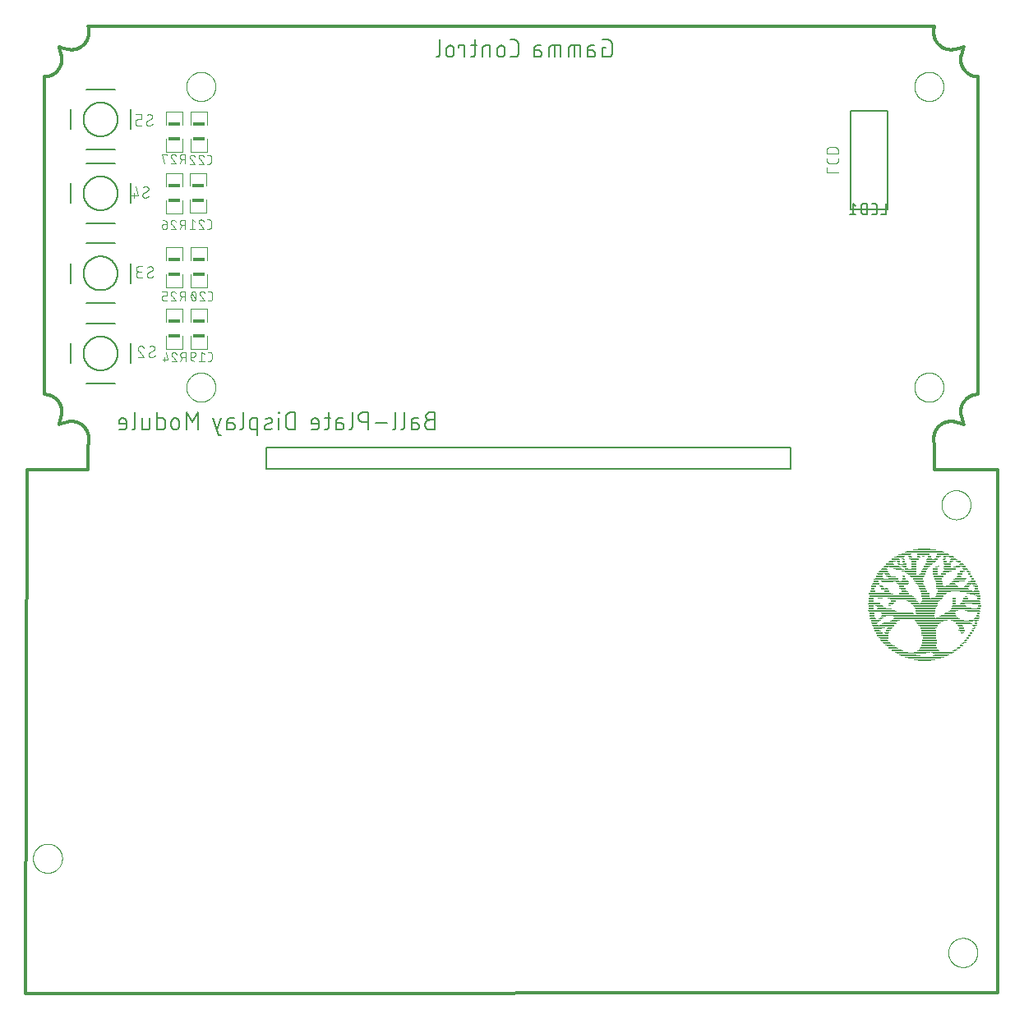
<source format=gbo>
G75*
%MOIN*%
%OFA0B0*%
%FSLAX25Y25*%
%IPPOS*%
%LPD*%
%AMOC8*
5,1,8,0,0,1.08239X$1,22.5*
%
%ADD10C,0.00591*%
%ADD11C,0.00600*%
%ADD12C,0.01181*%
%ADD13C,0.00000*%
%ADD14C,0.00500*%
%ADD15C,0.00400*%
%ADD16C,0.00800*%
%ADD17C,0.00394*%
%ADD18R,0.04921X0.01772*%
%ADD19R,0.00394X0.07874*%
%ADD20C,0.00300*%
%ADD21R,0.05330X0.00333*%
%ADD22R,0.08670X0.00333*%
%ADD23R,0.12000X0.00334*%
%ADD24R,0.13660X0.00333*%
%ADD25R,0.16000X0.00333*%
%ADD26R,0.17330X0.00334*%
%ADD27R,0.06330X0.00333*%
%ADD28R,0.08000X0.00333*%
%ADD29R,0.06000X0.00333*%
%ADD30R,0.07000X0.00333*%
%ADD31R,0.07330X0.00334*%
%ADD32R,0.07000X0.00334*%
%ADD33R,0.12330X0.00333*%
%ADD34R,0.09330X0.00333*%
%ADD35R,0.06340X0.00333*%
%ADD36R,0.05340X0.00333*%
%ADD37R,0.02330X0.00334*%
%ADD38R,0.10670X0.00334*%
%ADD39R,0.04670X0.00334*%
%ADD40R,0.01660X0.00333*%
%ADD41R,0.09000X0.00333*%
%ADD42R,0.04340X0.00333*%
%ADD43R,0.01340X0.00333*%
%ADD44R,0.08330X0.00333*%
%ADD45R,0.04000X0.00333*%
%ADD46R,0.01660X0.00334*%
%ADD47R,0.07340X0.00334*%
%ADD48R,0.03660X0.00334*%
%ADD49R,0.03670X0.00333*%
%ADD50R,0.01330X0.00333*%
%ADD51R,0.06660X0.00333*%
%ADD52R,0.03330X0.00333*%
%ADD53R,0.01000X0.00334*%
%ADD54R,0.06330X0.00334*%
%ADD55R,0.03340X0.00334*%
%ADD56R,0.01000X0.00333*%
%ADD57R,0.03000X0.00333*%
%ADD58R,0.01340X0.00334*%
%ADD59R,0.03000X0.00334*%
%ADD60R,0.06000X0.00334*%
%ADD61R,0.01330X0.00334*%
%ADD62R,0.05660X0.00334*%
%ADD63R,0.05660X0.00333*%
%ADD64R,0.03340X0.00333*%
%ADD65R,0.04000X0.00334*%
%ADD66R,0.05670X0.00333*%
%ADD67R,0.05670X0.00334*%
%ADD68R,0.00330X0.00333*%
%ADD69R,0.02660X0.00333*%
%ADD70R,0.01670X0.00333*%
%ADD71R,0.02000X0.00334*%
%ADD72R,0.02670X0.00334*%
%ADD73R,0.00660X0.00333*%
%ADD74R,0.02000X0.00333*%
%ADD75R,0.02340X0.00333*%
%ADD76R,0.02330X0.00333*%
%ADD77R,0.02340X0.00334*%
%ADD78R,0.01670X0.00334*%
%ADD79R,0.03660X0.00333*%
%ADD80R,0.00670X0.00333*%
%ADD81R,0.04660X0.00333*%
%ADD82R,0.08340X0.00334*%
%ADD83R,0.07340X0.00333*%
%ADD84R,0.07670X0.00333*%
%ADD85R,0.08330X0.00334*%
%ADD86R,0.06670X0.00333*%
%ADD87R,0.09670X0.00333*%
%ADD88R,0.05000X0.00333*%
%ADD89R,0.11660X0.00333*%
%ADD90R,0.13340X0.00333*%
%ADD91R,0.19660X0.00334*%
%ADD92R,0.27000X0.00333*%
%ADD93R,0.16670X0.00333*%
%ADD94R,0.08000X0.00334*%
%ADD95R,0.16330X0.00334*%
%ADD96R,0.16660X0.00333*%
%ADD97R,0.21330X0.00333*%
%ADD98R,0.00670X0.00334*%
%ADD99R,0.05330X0.00334*%
%ADD100R,0.21000X0.00334*%
%ADD101R,0.04670X0.00333*%
%ADD102R,0.07330X0.00333*%
%ADD103R,0.13000X0.00333*%
%ADD104R,0.03330X0.00334*%
%ADD105R,0.07670X0.00334*%
%ADD106R,0.09000X0.00334*%
%ADD107R,0.02660X0.00334*%
%ADD108R,0.11000X0.00333*%
%ADD109R,0.06670X0.00334*%
%ADD110R,0.10330X0.00334*%
%ADD111R,0.12000X0.00333*%
%ADD112R,0.02670X0.00333*%
%ADD113R,0.10000X0.00333*%
%ADD114R,0.10340X0.00334*%
%ADD115R,0.10670X0.00333*%
%ADD116R,0.03670X0.00334*%
%ADD117R,0.04330X0.00334*%
%ADD118R,0.07660X0.00333*%
%ADD119R,0.04330X0.00333*%
%ADD120R,0.05000X0.00334*%
%ADD121R,0.11670X0.00334*%
%ADD122R,0.15670X0.00333*%
%ADD123R,0.17330X0.00333*%
%ADD124R,0.00330X0.00334*%
%ADD125R,0.16670X0.00334*%
%ADD126R,0.06340X0.00334*%
%ADD127R,0.14000X0.00333*%
%ADD128R,0.13330X0.00334*%
%ADD129R,0.12660X0.00333*%
%ADD130R,0.13000X0.00334*%
%ADD131R,0.10000X0.00334*%
%ADD132R,0.00660X0.00334*%
%ADD133R,0.14670X0.00333*%
D10*
X0017208Y0249100D02*
X0017383Y0249167D01*
X0017560Y0249231D01*
X0017738Y0249290D01*
X0017917Y0249344D01*
X0018097Y0249395D01*
X0020489Y0250035D02*
X0020655Y0250078D01*
X0020822Y0250116D01*
X0020989Y0250150D01*
X0021157Y0250180D01*
X0021326Y0250206D01*
X0021496Y0250228D01*
X0021666Y0250245D01*
X0021836Y0250259D01*
X0022007Y0250268D01*
X0022178Y0250274D01*
X0022349Y0250275D01*
X0022520Y0250272D01*
X0022690Y0250265D01*
X0022861Y0250253D01*
X0023031Y0250238D01*
X0023201Y0250218D01*
X0023370Y0250195D01*
X0023539Y0250167D01*
X0023707Y0250135D01*
X0023874Y0250099D01*
X0024040Y0250059D01*
X0024206Y0250015D01*
X0024370Y0249967D01*
X0024532Y0249915D01*
X0024694Y0249859D01*
X0024854Y0249799D01*
X0025013Y0249735D01*
X0025170Y0249667D01*
X0025325Y0249596D01*
X0025479Y0249521D01*
X0025630Y0249442D01*
X0025780Y0249360D01*
X0025928Y0249273D01*
X0026073Y0249184D01*
X0026216Y0249091D01*
X0026357Y0248994D01*
X0026496Y0248894D01*
X0026632Y0248790D01*
X0026766Y0248684D01*
X0026897Y0248574D01*
X0027025Y0248461D01*
X0027150Y0248345D01*
X0027273Y0248226D01*
X0027393Y0248103D01*
X0027509Y0247979D01*
X0027623Y0247851D01*
X0027733Y0247720D01*
X0027841Y0247587D01*
X0027945Y0247452D01*
X0028045Y0247313D01*
X0028143Y0247173D01*
X0028236Y0247030D01*
X0028327Y0246885D01*
X0028413Y0246737D01*
X0028497Y0246588D01*
X0028576Y0246437D01*
X0028652Y0246284D01*
X0028724Y0246129D01*
X0028792Y0245972D01*
X0028857Y0245813D01*
X0028917Y0245654D01*
X0028974Y0245492D01*
X0029027Y0245330D01*
X0029076Y0245166D01*
X0029120Y0245001D01*
X0029161Y0244835D01*
X0029198Y0244668D01*
X0029230Y0244500D01*
X0029259Y0244332D01*
X0029283Y0244162D01*
X0029304Y0243993D01*
X0029320Y0243822D01*
X0029332Y0243652D01*
X0029340Y0243481D01*
X0029344Y0243310D01*
X0029343Y0243139D01*
X0029344Y0243310D01*
X0029340Y0243481D01*
X0029332Y0243652D01*
X0029320Y0243822D01*
X0029304Y0243993D01*
X0029283Y0244162D01*
X0029259Y0244332D01*
X0029230Y0244500D01*
X0029198Y0244668D01*
X0029161Y0244835D01*
X0029120Y0245001D01*
X0029076Y0245166D01*
X0029027Y0245330D01*
X0028974Y0245492D01*
X0028917Y0245654D01*
X0028857Y0245813D01*
X0028792Y0245972D01*
X0028724Y0246129D01*
X0028652Y0246284D01*
X0028576Y0246437D01*
X0028497Y0246588D01*
X0028413Y0246737D01*
X0028327Y0246885D01*
X0028236Y0247030D01*
X0028143Y0247173D01*
X0028045Y0247313D01*
X0027945Y0247452D01*
X0027841Y0247587D01*
X0027733Y0247720D01*
X0027623Y0247851D01*
X0027509Y0247979D01*
X0027393Y0248103D01*
X0027273Y0248226D01*
X0027150Y0248345D01*
X0027025Y0248461D01*
X0026897Y0248574D01*
X0026766Y0248684D01*
X0026632Y0248790D01*
X0026496Y0248894D01*
X0026357Y0248994D01*
X0026216Y0249091D01*
X0026073Y0249184D01*
X0025928Y0249273D01*
X0025780Y0249360D01*
X0025630Y0249442D01*
X0025479Y0249521D01*
X0025325Y0249596D01*
X0025170Y0249667D01*
X0025013Y0249735D01*
X0024854Y0249799D01*
X0024694Y0249859D01*
X0024532Y0249915D01*
X0024370Y0249967D01*
X0024206Y0250015D01*
X0024040Y0250059D01*
X0023874Y0250099D01*
X0023707Y0250135D01*
X0023539Y0250167D01*
X0023370Y0250195D01*
X0023201Y0250218D01*
X0023031Y0250238D01*
X0022861Y0250253D01*
X0022690Y0250265D01*
X0022520Y0250272D01*
X0022349Y0250275D01*
X0022178Y0250274D01*
X0022007Y0250268D01*
X0021836Y0250259D01*
X0021666Y0250245D01*
X0021496Y0250228D01*
X0021326Y0250206D01*
X0021157Y0250180D01*
X0020989Y0250150D01*
X0020822Y0250116D01*
X0020655Y0250078D01*
X0020489Y0250035D01*
X0020655Y0250078D01*
X0020822Y0250116D01*
X0020989Y0250150D01*
X0021157Y0250180D01*
X0021326Y0250206D01*
X0021496Y0250228D01*
X0021666Y0250245D01*
X0021836Y0250259D01*
X0022007Y0250268D01*
X0022178Y0250274D01*
X0022349Y0250275D01*
X0022520Y0250272D01*
X0022690Y0250265D01*
X0022861Y0250253D01*
X0023031Y0250238D01*
X0023201Y0250218D01*
X0023370Y0250195D01*
X0023539Y0250167D01*
X0023707Y0250135D01*
X0023874Y0250099D01*
X0024040Y0250059D01*
X0024206Y0250015D01*
X0024370Y0249967D01*
X0024532Y0249915D01*
X0024694Y0249859D01*
X0024854Y0249799D01*
X0025013Y0249735D01*
X0025170Y0249667D01*
X0025325Y0249596D01*
X0025479Y0249521D01*
X0025630Y0249442D01*
X0025780Y0249360D01*
X0025928Y0249273D01*
X0026073Y0249184D01*
X0026216Y0249091D01*
X0026357Y0248994D01*
X0026496Y0248894D01*
X0026632Y0248790D01*
X0026766Y0248684D01*
X0026897Y0248574D01*
X0027025Y0248461D01*
X0027150Y0248345D01*
X0027273Y0248226D01*
X0027393Y0248103D01*
X0027509Y0247979D01*
X0027623Y0247851D01*
X0027733Y0247720D01*
X0027841Y0247587D01*
X0027945Y0247452D01*
X0028045Y0247313D01*
X0028143Y0247173D01*
X0028236Y0247030D01*
X0028327Y0246885D01*
X0028413Y0246737D01*
X0028497Y0246588D01*
X0028576Y0246437D01*
X0028652Y0246284D01*
X0028724Y0246129D01*
X0028792Y0245972D01*
X0028857Y0245813D01*
X0028917Y0245654D01*
X0028974Y0245492D01*
X0029027Y0245330D01*
X0029076Y0245166D01*
X0029120Y0245001D01*
X0029161Y0244835D01*
X0029198Y0244668D01*
X0029230Y0244500D01*
X0029259Y0244332D01*
X0029283Y0244162D01*
X0029304Y0243993D01*
X0029320Y0243822D01*
X0029332Y0243652D01*
X0029340Y0243481D01*
X0029344Y0243310D01*
X0029343Y0243139D01*
X0018097Y0249395D02*
X0017917Y0249344D01*
X0017738Y0249290D01*
X0017560Y0249231D01*
X0017383Y0249167D01*
X0017208Y0249100D01*
X0018144Y0252380D02*
X0018187Y0252546D01*
X0018225Y0252713D01*
X0018259Y0252880D01*
X0018289Y0253048D01*
X0018315Y0253217D01*
X0018337Y0253387D01*
X0018354Y0253557D01*
X0018368Y0253727D01*
X0018377Y0253898D01*
X0018383Y0254069D01*
X0018384Y0254240D01*
X0018381Y0254411D01*
X0018374Y0254581D01*
X0018362Y0254752D01*
X0018347Y0254922D01*
X0018327Y0255092D01*
X0018304Y0255261D01*
X0018276Y0255430D01*
X0018244Y0255598D01*
X0018208Y0255765D01*
X0018168Y0255931D01*
X0018124Y0256097D01*
X0018076Y0256261D01*
X0018024Y0256423D01*
X0017968Y0256585D01*
X0017908Y0256745D01*
X0017844Y0256904D01*
X0017776Y0257061D01*
X0017705Y0257216D01*
X0017630Y0257370D01*
X0017551Y0257521D01*
X0017469Y0257671D01*
X0017382Y0257819D01*
X0017293Y0257964D01*
X0017200Y0258107D01*
X0017103Y0258248D01*
X0017003Y0258387D01*
X0016899Y0258523D01*
X0016793Y0258657D01*
X0016683Y0258788D01*
X0016570Y0258916D01*
X0016454Y0259041D01*
X0016335Y0259164D01*
X0016212Y0259284D01*
X0016088Y0259400D01*
X0015960Y0259514D01*
X0015829Y0259624D01*
X0015696Y0259732D01*
X0015561Y0259836D01*
X0015422Y0259936D01*
X0015282Y0260034D01*
X0015139Y0260127D01*
X0014994Y0260218D01*
X0014846Y0260304D01*
X0014697Y0260388D01*
X0014546Y0260467D01*
X0014393Y0260543D01*
X0014238Y0260615D01*
X0014081Y0260683D01*
X0013922Y0260748D01*
X0013763Y0260808D01*
X0013601Y0260865D01*
X0013439Y0260918D01*
X0013275Y0260967D01*
X0013110Y0261011D01*
X0012944Y0261052D01*
X0012777Y0261089D01*
X0012609Y0261121D01*
X0012441Y0261150D01*
X0012271Y0261174D01*
X0012102Y0261195D01*
X0011931Y0261211D01*
X0011761Y0261223D01*
X0011590Y0261231D01*
X0011419Y0261235D01*
X0011248Y0261234D01*
X0011419Y0261235D01*
X0011590Y0261231D01*
X0011761Y0261223D01*
X0011931Y0261211D01*
X0012102Y0261195D01*
X0012271Y0261174D01*
X0012441Y0261150D01*
X0012609Y0261121D01*
X0012777Y0261089D01*
X0012944Y0261052D01*
X0013110Y0261011D01*
X0013275Y0260967D01*
X0013439Y0260918D01*
X0013601Y0260865D01*
X0013763Y0260808D01*
X0013922Y0260748D01*
X0014081Y0260683D01*
X0014238Y0260615D01*
X0014393Y0260543D01*
X0014546Y0260467D01*
X0014697Y0260388D01*
X0014846Y0260304D01*
X0014994Y0260218D01*
X0015139Y0260127D01*
X0015282Y0260034D01*
X0015422Y0259936D01*
X0015561Y0259836D01*
X0015696Y0259732D01*
X0015829Y0259624D01*
X0015960Y0259514D01*
X0016088Y0259400D01*
X0016212Y0259284D01*
X0016335Y0259164D01*
X0016454Y0259041D01*
X0016570Y0258916D01*
X0016683Y0258788D01*
X0016793Y0258657D01*
X0016899Y0258523D01*
X0017003Y0258387D01*
X0017103Y0258248D01*
X0017200Y0258107D01*
X0017293Y0257964D01*
X0017382Y0257819D01*
X0017469Y0257671D01*
X0017551Y0257521D01*
X0017630Y0257370D01*
X0017705Y0257216D01*
X0017776Y0257061D01*
X0017844Y0256904D01*
X0017908Y0256745D01*
X0017968Y0256585D01*
X0018024Y0256423D01*
X0018076Y0256261D01*
X0018124Y0256097D01*
X0018168Y0255931D01*
X0018208Y0255765D01*
X0018244Y0255598D01*
X0018276Y0255430D01*
X0018304Y0255261D01*
X0018327Y0255092D01*
X0018347Y0254922D01*
X0018362Y0254752D01*
X0018374Y0254581D01*
X0018381Y0254411D01*
X0018384Y0254240D01*
X0018383Y0254069D01*
X0018377Y0253898D01*
X0018368Y0253727D01*
X0018354Y0253557D01*
X0018337Y0253387D01*
X0018315Y0253217D01*
X0018289Y0253048D01*
X0018259Y0252880D01*
X0018225Y0252713D01*
X0018187Y0252546D01*
X0018144Y0252380D01*
X0018187Y0252546D01*
X0018225Y0252713D01*
X0018259Y0252880D01*
X0018289Y0253048D01*
X0018315Y0253217D01*
X0018337Y0253387D01*
X0018354Y0253557D01*
X0018368Y0253727D01*
X0018377Y0253898D01*
X0018383Y0254069D01*
X0018384Y0254240D01*
X0018381Y0254411D01*
X0018374Y0254581D01*
X0018362Y0254752D01*
X0018347Y0254922D01*
X0018327Y0255092D01*
X0018304Y0255261D01*
X0018276Y0255430D01*
X0018244Y0255598D01*
X0018208Y0255765D01*
X0018168Y0255931D01*
X0018124Y0256097D01*
X0018076Y0256261D01*
X0018024Y0256423D01*
X0017968Y0256585D01*
X0017908Y0256745D01*
X0017844Y0256904D01*
X0017776Y0257061D01*
X0017705Y0257216D01*
X0017630Y0257370D01*
X0017551Y0257521D01*
X0017469Y0257671D01*
X0017382Y0257819D01*
X0017293Y0257964D01*
X0017200Y0258107D01*
X0017103Y0258248D01*
X0017003Y0258387D01*
X0016899Y0258523D01*
X0016793Y0258657D01*
X0016683Y0258788D01*
X0016570Y0258916D01*
X0016454Y0259041D01*
X0016335Y0259164D01*
X0016212Y0259284D01*
X0016088Y0259400D01*
X0015960Y0259514D01*
X0015829Y0259624D01*
X0015696Y0259732D01*
X0015561Y0259836D01*
X0015422Y0259936D01*
X0015282Y0260034D01*
X0015139Y0260127D01*
X0014994Y0260218D01*
X0014846Y0260304D01*
X0014697Y0260388D01*
X0014546Y0260467D01*
X0014393Y0260543D01*
X0014238Y0260615D01*
X0014081Y0260683D01*
X0013922Y0260748D01*
X0013763Y0260808D01*
X0013601Y0260865D01*
X0013439Y0260918D01*
X0013275Y0260967D01*
X0013110Y0261011D01*
X0012944Y0261052D01*
X0012777Y0261089D01*
X0012609Y0261121D01*
X0012441Y0261150D01*
X0012271Y0261174D01*
X0012102Y0261195D01*
X0011931Y0261211D01*
X0011761Y0261223D01*
X0011590Y0261231D01*
X0011419Y0261235D01*
X0011248Y0261234D01*
X0017503Y0249989D02*
X0017452Y0249809D01*
X0017398Y0249629D01*
X0017339Y0249452D01*
X0017275Y0249275D01*
X0017208Y0249100D01*
X0017275Y0249275D01*
X0017339Y0249452D01*
X0017398Y0249629D01*
X0017452Y0249809D01*
X0017503Y0249989D01*
X0017452Y0249809D01*
X0017398Y0249629D01*
X0017339Y0249452D01*
X0017275Y0249275D01*
X0017208Y0249100D01*
X0017383Y0249167D01*
X0017560Y0249231D01*
X0017738Y0249290D01*
X0017917Y0249344D01*
X0018097Y0249395D01*
X0029342Y0243140D02*
X0029331Y0242716D01*
X0029310Y0242293D01*
X0029279Y0241871D01*
X0029237Y0241449D01*
X0029186Y0241028D01*
X0029125Y0240609D01*
X0029186Y0241028D01*
X0029237Y0241449D01*
X0029279Y0241871D01*
X0029310Y0242293D01*
X0029331Y0242716D01*
X0029342Y0243140D01*
X0029331Y0242716D01*
X0029310Y0242293D01*
X0029279Y0241871D01*
X0029237Y0241449D01*
X0029186Y0241028D01*
X0029125Y0240609D01*
X0011248Y0390192D02*
X0011419Y0390191D01*
X0011590Y0390195D01*
X0011761Y0390203D01*
X0011931Y0390215D01*
X0012102Y0390231D01*
X0012271Y0390252D01*
X0012441Y0390276D01*
X0012609Y0390305D01*
X0012777Y0390337D01*
X0012944Y0390374D01*
X0013110Y0390415D01*
X0013275Y0390459D01*
X0013439Y0390508D01*
X0013601Y0390561D01*
X0013763Y0390618D01*
X0013922Y0390678D01*
X0014081Y0390743D01*
X0014238Y0390811D01*
X0014393Y0390883D01*
X0014546Y0390959D01*
X0014697Y0391038D01*
X0014846Y0391122D01*
X0014994Y0391208D01*
X0015139Y0391299D01*
X0015282Y0391392D01*
X0015422Y0391490D01*
X0015561Y0391590D01*
X0015696Y0391694D01*
X0015829Y0391802D01*
X0015960Y0391912D01*
X0016088Y0392026D01*
X0016212Y0392142D01*
X0016335Y0392262D01*
X0016454Y0392385D01*
X0016570Y0392510D01*
X0016683Y0392638D01*
X0016793Y0392769D01*
X0016899Y0392903D01*
X0017003Y0393039D01*
X0017103Y0393178D01*
X0017200Y0393319D01*
X0017293Y0393462D01*
X0017382Y0393607D01*
X0017469Y0393755D01*
X0017551Y0393905D01*
X0017630Y0394056D01*
X0017705Y0394210D01*
X0017776Y0394365D01*
X0017844Y0394522D01*
X0017908Y0394681D01*
X0017968Y0394841D01*
X0018024Y0395003D01*
X0018076Y0395165D01*
X0018124Y0395329D01*
X0018168Y0395495D01*
X0018208Y0395661D01*
X0018244Y0395828D01*
X0018276Y0395996D01*
X0018304Y0396165D01*
X0018327Y0396334D01*
X0018347Y0396504D01*
X0018362Y0396674D01*
X0018374Y0396845D01*
X0018381Y0397015D01*
X0018384Y0397186D01*
X0018383Y0397357D01*
X0018377Y0397528D01*
X0018368Y0397699D01*
X0018354Y0397869D01*
X0018337Y0398039D01*
X0018315Y0398209D01*
X0018289Y0398378D01*
X0018259Y0398546D01*
X0018225Y0398713D01*
X0018187Y0398880D01*
X0018144Y0399046D01*
X0018187Y0398880D01*
X0018225Y0398713D01*
X0018259Y0398546D01*
X0018289Y0398378D01*
X0018315Y0398209D01*
X0018337Y0398039D01*
X0018354Y0397869D01*
X0018368Y0397699D01*
X0018377Y0397528D01*
X0018383Y0397357D01*
X0018384Y0397186D01*
X0018381Y0397015D01*
X0018374Y0396845D01*
X0018362Y0396674D01*
X0018347Y0396504D01*
X0018327Y0396334D01*
X0018304Y0396165D01*
X0018276Y0395996D01*
X0018244Y0395828D01*
X0018208Y0395661D01*
X0018168Y0395495D01*
X0018124Y0395329D01*
X0018076Y0395165D01*
X0018024Y0395003D01*
X0017968Y0394841D01*
X0017908Y0394681D01*
X0017844Y0394522D01*
X0017776Y0394365D01*
X0017705Y0394210D01*
X0017630Y0394056D01*
X0017551Y0393905D01*
X0017469Y0393755D01*
X0017382Y0393607D01*
X0017293Y0393462D01*
X0017200Y0393319D01*
X0017103Y0393178D01*
X0017003Y0393039D01*
X0016899Y0392903D01*
X0016793Y0392769D01*
X0016683Y0392638D01*
X0016570Y0392510D01*
X0016454Y0392385D01*
X0016335Y0392262D01*
X0016212Y0392142D01*
X0016088Y0392026D01*
X0015960Y0391912D01*
X0015829Y0391802D01*
X0015696Y0391694D01*
X0015561Y0391590D01*
X0015422Y0391490D01*
X0015282Y0391392D01*
X0015139Y0391299D01*
X0014994Y0391208D01*
X0014846Y0391122D01*
X0014697Y0391038D01*
X0014546Y0390959D01*
X0014393Y0390883D01*
X0014238Y0390811D01*
X0014081Y0390743D01*
X0013922Y0390678D01*
X0013763Y0390618D01*
X0013601Y0390561D01*
X0013439Y0390508D01*
X0013275Y0390459D01*
X0013110Y0390415D01*
X0012944Y0390374D01*
X0012777Y0390337D01*
X0012609Y0390305D01*
X0012441Y0390276D01*
X0012271Y0390252D01*
X0012102Y0390231D01*
X0011931Y0390215D01*
X0011761Y0390203D01*
X0011590Y0390195D01*
X0011419Y0390191D01*
X0011248Y0390192D01*
X0011419Y0390191D01*
X0011590Y0390195D01*
X0011761Y0390203D01*
X0011931Y0390215D01*
X0012102Y0390231D01*
X0012271Y0390252D01*
X0012441Y0390276D01*
X0012609Y0390305D01*
X0012777Y0390337D01*
X0012944Y0390374D01*
X0013110Y0390415D01*
X0013275Y0390459D01*
X0013439Y0390508D01*
X0013601Y0390561D01*
X0013763Y0390618D01*
X0013922Y0390678D01*
X0014081Y0390743D01*
X0014238Y0390811D01*
X0014393Y0390883D01*
X0014546Y0390959D01*
X0014697Y0391038D01*
X0014846Y0391122D01*
X0014994Y0391208D01*
X0015139Y0391299D01*
X0015282Y0391392D01*
X0015422Y0391490D01*
X0015561Y0391590D01*
X0015696Y0391694D01*
X0015829Y0391802D01*
X0015960Y0391912D01*
X0016088Y0392026D01*
X0016212Y0392142D01*
X0016335Y0392262D01*
X0016454Y0392385D01*
X0016570Y0392510D01*
X0016683Y0392638D01*
X0016793Y0392769D01*
X0016899Y0392903D01*
X0017003Y0393039D01*
X0017103Y0393178D01*
X0017200Y0393319D01*
X0017293Y0393462D01*
X0017382Y0393607D01*
X0017469Y0393755D01*
X0017551Y0393905D01*
X0017630Y0394056D01*
X0017705Y0394210D01*
X0017776Y0394365D01*
X0017844Y0394522D01*
X0017908Y0394681D01*
X0017968Y0394841D01*
X0018024Y0395003D01*
X0018076Y0395165D01*
X0018124Y0395329D01*
X0018168Y0395495D01*
X0018208Y0395661D01*
X0018244Y0395828D01*
X0018276Y0395996D01*
X0018304Y0396165D01*
X0018327Y0396334D01*
X0018347Y0396504D01*
X0018362Y0396674D01*
X0018374Y0396845D01*
X0018381Y0397015D01*
X0018384Y0397186D01*
X0018383Y0397357D01*
X0018377Y0397528D01*
X0018368Y0397699D01*
X0018354Y0397869D01*
X0018337Y0398039D01*
X0018315Y0398209D01*
X0018289Y0398378D01*
X0018259Y0398546D01*
X0018225Y0398713D01*
X0018187Y0398880D01*
X0018144Y0399046D01*
X0017503Y0401437D02*
X0017452Y0401617D01*
X0017398Y0401797D01*
X0017339Y0401974D01*
X0017275Y0402151D01*
X0017208Y0402326D01*
X0020489Y0401390D02*
X0020655Y0401347D01*
X0020822Y0401309D01*
X0020989Y0401275D01*
X0021157Y0401245D01*
X0021326Y0401219D01*
X0021496Y0401197D01*
X0021666Y0401180D01*
X0021836Y0401166D01*
X0022007Y0401157D01*
X0022178Y0401151D01*
X0022349Y0401150D01*
X0022520Y0401153D01*
X0022690Y0401160D01*
X0022861Y0401172D01*
X0023031Y0401187D01*
X0023201Y0401207D01*
X0023370Y0401230D01*
X0023539Y0401258D01*
X0023707Y0401290D01*
X0023874Y0401326D01*
X0024040Y0401366D01*
X0024206Y0401410D01*
X0024370Y0401458D01*
X0024532Y0401510D01*
X0024694Y0401566D01*
X0024854Y0401626D01*
X0025013Y0401690D01*
X0025170Y0401758D01*
X0025325Y0401829D01*
X0025479Y0401904D01*
X0025630Y0401983D01*
X0025780Y0402065D01*
X0025928Y0402152D01*
X0026073Y0402241D01*
X0026216Y0402334D01*
X0026357Y0402431D01*
X0026496Y0402531D01*
X0026632Y0402635D01*
X0026766Y0402741D01*
X0026897Y0402851D01*
X0027025Y0402964D01*
X0027150Y0403080D01*
X0027273Y0403199D01*
X0027393Y0403322D01*
X0027509Y0403446D01*
X0027623Y0403574D01*
X0027733Y0403705D01*
X0027841Y0403838D01*
X0027945Y0403974D01*
X0028045Y0404112D01*
X0028143Y0404252D01*
X0028236Y0404395D01*
X0028327Y0404540D01*
X0028413Y0404688D01*
X0028497Y0404837D01*
X0028576Y0404988D01*
X0028652Y0405141D01*
X0028724Y0405296D01*
X0028792Y0405453D01*
X0028857Y0405612D01*
X0028917Y0405771D01*
X0028974Y0405933D01*
X0029027Y0406095D01*
X0029076Y0406259D01*
X0029120Y0406424D01*
X0029161Y0406590D01*
X0029198Y0406757D01*
X0029230Y0406925D01*
X0029259Y0407093D01*
X0029283Y0407263D01*
X0029304Y0407432D01*
X0029320Y0407603D01*
X0029332Y0407773D01*
X0029340Y0407944D01*
X0029344Y0408115D01*
X0029343Y0408286D01*
X0029344Y0408115D01*
X0029340Y0407944D01*
X0029332Y0407773D01*
X0029320Y0407603D01*
X0029304Y0407432D01*
X0029283Y0407263D01*
X0029259Y0407093D01*
X0029230Y0406925D01*
X0029198Y0406757D01*
X0029161Y0406590D01*
X0029120Y0406424D01*
X0029076Y0406259D01*
X0029027Y0406095D01*
X0028974Y0405933D01*
X0028917Y0405771D01*
X0028857Y0405612D01*
X0028792Y0405453D01*
X0028724Y0405296D01*
X0028652Y0405141D01*
X0028576Y0404988D01*
X0028497Y0404837D01*
X0028413Y0404688D01*
X0028327Y0404540D01*
X0028236Y0404395D01*
X0028143Y0404252D01*
X0028045Y0404112D01*
X0027945Y0403974D01*
X0027841Y0403838D01*
X0027733Y0403705D01*
X0027623Y0403574D01*
X0027509Y0403446D01*
X0027393Y0403322D01*
X0027273Y0403199D01*
X0027150Y0403080D01*
X0027025Y0402964D01*
X0026897Y0402851D01*
X0026766Y0402741D01*
X0026632Y0402635D01*
X0026496Y0402531D01*
X0026357Y0402431D01*
X0026216Y0402334D01*
X0026073Y0402241D01*
X0025928Y0402152D01*
X0025780Y0402065D01*
X0025630Y0401983D01*
X0025479Y0401904D01*
X0025325Y0401829D01*
X0025170Y0401758D01*
X0025013Y0401690D01*
X0024854Y0401626D01*
X0024694Y0401566D01*
X0024532Y0401510D01*
X0024370Y0401458D01*
X0024206Y0401410D01*
X0024040Y0401366D01*
X0023874Y0401326D01*
X0023707Y0401290D01*
X0023539Y0401258D01*
X0023370Y0401230D01*
X0023201Y0401207D01*
X0023031Y0401187D01*
X0022861Y0401172D01*
X0022690Y0401160D01*
X0022520Y0401153D01*
X0022349Y0401150D01*
X0022178Y0401151D01*
X0022007Y0401157D01*
X0021836Y0401166D01*
X0021666Y0401180D01*
X0021496Y0401197D01*
X0021326Y0401219D01*
X0021157Y0401245D01*
X0020989Y0401275D01*
X0020822Y0401309D01*
X0020655Y0401347D01*
X0020489Y0401390D01*
X0020655Y0401347D01*
X0020822Y0401309D01*
X0020989Y0401275D01*
X0021157Y0401245D01*
X0021326Y0401219D01*
X0021496Y0401197D01*
X0021666Y0401180D01*
X0021836Y0401166D01*
X0022007Y0401157D01*
X0022178Y0401151D01*
X0022349Y0401150D01*
X0022520Y0401153D01*
X0022690Y0401160D01*
X0022861Y0401172D01*
X0023031Y0401187D01*
X0023201Y0401207D01*
X0023370Y0401230D01*
X0023539Y0401258D01*
X0023707Y0401290D01*
X0023874Y0401326D01*
X0024040Y0401366D01*
X0024206Y0401410D01*
X0024370Y0401458D01*
X0024532Y0401510D01*
X0024694Y0401566D01*
X0024854Y0401626D01*
X0025013Y0401690D01*
X0025170Y0401758D01*
X0025325Y0401829D01*
X0025479Y0401904D01*
X0025630Y0401983D01*
X0025780Y0402065D01*
X0025928Y0402152D01*
X0026073Y0402241D01*
X0026216Y0402334D01*
X0026357Y0402431D01*
X0026496Y0402531D01*
X0026632Y0402635D01*
X0026766Y0402741D01*
X0026897Y0402851D01*
X0027025Y0402964D01*
X0027150Y0403080D01*
X0027273Y0403199D01*
X0027393Y0403322D01*
X0027509Y0403446D01*
X0027623Y0403574D01*
X0027733Y0403705D01*
X0027841Y0403838D01*
X0027945Y0403974D01*
X0028045Y0404112D01*
X0028143Y0404252D01*
X0028236Y0404395D01*
X0028327Y0404540D01*
X0028413Y0404688D01*
X0028497Y0404837D01*
X0028576Y0404988D01*
X0028652Y0405141D01*
X0028724Y0405296D01*
X0028792Y0405453D01*
X0028857Y0405612D01*
X0028917Y0405771D01*
X0028974Y0405933D01*
X0029027Y0406095D01*
X0029076Y0406259D01*
X0029120Y0406424D01*
X0029161Y0406590D01*
X0029198Y0406757D01*
X0029230Y0406925D01*
X0029259Y0407093D01*
X0029283Y0407263D01*
X0029304Y0407432D01*
X0029320Y0407603D01*
X0029332Y0407773D01*
X0029340Y0407944D01*
X0029344Y0408115D01*
X0029343Y0408286D01*
X0018097Y0402031D02*
X0017917Y0402082D01*
X0017738Y0402136D01*
X0017560Y0402195D01*
X0017383Y0402259D01*
X0017208Y0402326D01*
X0017383Y0402259D01*
X0017560Y0402195D01*
X0017738Y0402136D01*
X0017917Y0402082D01*
X0018097Y0402031D01*
X0017917Y0402082D01*
X0017738Y0402136D01*
X0017560Y0402195D01*
X0017383Y0402259D01*
X0017208Y0402326D01*
X0017275Y0402151D01*
X0017339Y0401974D01*
X0017398Y0401797D01*
X0017452Y0401617D01*
X0017503Y0401437D01*
X0017452Y0401617D01*
X0017398Y0401797D01*
X0017339Y0401974D01*
X0017275Y0402151D01*
X0017208Y0402326D01*
X0029342Y0408286D02*
X0029331Y0408710D01*
X0029310Y0409133D01*
X0029279Y0409555D01*
X0029237Y0409977D01*
X0029186Y0410398D01*
X0029125Y0410817D01*
X0029186Y0410398D01*
X0029237Y0409977D01*
X0029279Y0409555D01*
X0029310Y0409133D01*
X0029331Y0408710D01*
X0029342Y0408286D01*
X0029331Y0408710D01*
X0029310Y0409133D01*
X0029279Y0409555D01*
X0029237Y0409977D01*
X0029186Y0410398D01*
X0029125Y0410817D01*
X0372043Y0408286D02*
X0372042Y0408115D01*
X0372046Y0407944D01*
X0372054Y0407773D01*
X0372066Y0407603D01*
X0372082Y0407432D01*
X0372103Y0407263D01*
X0372127Y0407093D01*
X0372156Y0406925D01*
X0372188Y0406757D01*
X0372225Y0406590D01*
X0372266Y0406424D01*
X0372310Y0406259D01*
X0372359Y0406095D01*
X0372412Y0405933D01*
X0372469Y0405771D01*
X0372529Y0405612D01*
X0372594Y0405453D01*
X0372662Y0405296D01*
X0372734Y0405141D01*
X0372810Y0404988D01*
X0372889Y0404837D01*
X0372973Y0404688D01*
X0373059Y0404540D01*
X0373150Y0404395D01*
X0373243Y0404252D01*
X0373341Y0404112D01*
X0373441Y0403974D01*
X0373545Y0403838D01*
X0373653Y0403705D01*
X0373763Y0403574D01*
X0373877Y0403446D01*
X0373993Y0403322D01*
X0374113Y0403199D01*
X0374236Y0403080D01*
X0374361Y0402964D01*
X0374489Y0402851D01*
X0374620Y0402741D01*
X0374754Y0402635D01*
X0374890Y0402531D01*
X0375029Y0402431D01*
X0375170Y0402334D01*
X0375313Y0402241D01*
X0375458Y0402152D01*
X0375606Y0402065D01*
X0375756Y0401983D01*
X0375907Y0401904D01*
X0376061Y0401829D01*
X0376216Y0401758D01*
X0376373Y0401690D01*
X0376532Y0401626D01*
X0376692Y0401566D01*
X0376854Y0401510D01*
X0377016Y0401458D01*
X0377180Y0401410D01*
X0377346Y0401366D01*
X0377512Y0401326D01*
X0377679Y0401290D01*
X0377847Y0401258D01*
X0378016Y0401230D01*
X0378185Y0401207D01*
X0378355Y0401187D01*
X0378525Y0401172D01*
X0378696Y0401160D01*
X0378866Y0401153D01*
X0379037Y0401150D01*
X0379208Y0401151D01*
X0379379Y0401157D01*
X0379550Y0401166D01*
X0379720Y0401180D01*
X0379890Y0401197D01*
X0380060Y0401219D01*
X0380229Y0401245D01*
X0380397Y0401275D01*
X0380564Y0401309D01*
X0380731Y0401347D01*
X0380897Y0401390D01*
X0380731Y0401347D01*
X0380564Y0401309D01*
X0380397Y0401275D01*
X0380229Y0401245D01*
X0380060Y0401219D01*
X0379890Y0401197D01*
X0379720Y0401180D01*
X0379550Y0401166D01*
X0379379Y0401157D01*
X0379208Y0401151D01*
X0379037Y0401150D01*
X0378866Y0401153D01*
X0378696Y0401160D01*
X0378525Y0401172D01*
X0378355Y0401187D01*
X0378185Y0401207D01*
X0378016Y0401230D01*
X0377847Y0401258D01*
X0377679Y0401290D01*
X0377512Y0401326D01*
X0377346Y0401366D01*
X0377180Y0401410D01*
X0377016Y0401458D01*
X0376854Y0401510D01*
X0376692Y0401566D01*
X0376532Y0401626D01*
X0376373Y0401690D01*
X0376216Y0401758D01*
X0376061Y0401829D01*
X0375907Y0401904D01*
X0375756Y0401983D01*
X0375606Y0402065D01*
X0375458Y0402152D01*
X0375313Y0402241D01*
X0375170Y0402334D01*
X0375029Y0402431D01*
X0374890Y0402531D01*
X0374754Y0402635D01*
X0374620Y0402741D01*
X0374489Y0402851D01*
X0374361Y0402964D01*
X0374236Y0403080D01*
X0374113Y0403199D01*
X0373993Y0403322D01*
X0373877Y0403446D01*
X0373763Y0403574D01*
X0373653Y0403705D01*
X0373545Y0403838D01*
X0373441Y0403974D01*
X0373341Y0404112D01*
X0373243Y0404252D01*
X0373150Y0404395D01*
X0373059Y0404540D01*
X0372973Y0404688D01*
X0372889Y0404837D01*
X0372810Y0404988D01*
X0372734Y0405141D01*
X0372662Y0405296D01*
X0372594Y0405453D01*
X0372529Y0405612D01*
X0372469Y0405771D01*
X0372412Y0405933D01*
X0372359Y0406095D01*
X0372310Y0406259D01*
X0372266Y0406424D01*
X0372225Y0406590D01*
X0372188Y0406757D01*
X0372156Y0406925D01*
X0372127Y0407093D01*
X0372103Y0407263D01*
X0372082Y0407432D01*
X0372066Y0407603D01*
X0372054Y0407773D01*
X0372046Y0407944D01*
X0372042Y0408115D01*
X0372043Y0408286D01*
X0372042Y0408115D01*
X0372046Y0407944D01*
X0372054Y0407773D01*
X0372066Y0407603D01*
X0372082Y0407432D01*
X0372103Y0407263D01*
X0372127Y0407093D01*
X0372156Y0406925D01*
X0372188Y0406757D01*
X0372225Y0406590D01*
X0372266Y0406424D01*
X0372310Y0406259D01*
X0372359Y0406095D01*
X0372412Y0405933D01*
X0372469Y0405771D01*
X0372529Y0405612D01*
X0372594Y0405453D01*
X0372662Y0405296D01*
X0372734Y0405141D01*
X0372810Y0404988D01*
X0372889Y0404837D01*
X0372973Y0404688D01*
X0373059Y0404540D01*
X0373150Y0404395D01*
X0373243Y0404252D01*
X0373341Y0404112D01*
X0373441Y0403974D01*
X0373545Y0403838D01*
X0373653Y0403705D01*
X0373763Y0403574D01*
X0373877Y0403446D01*
X0373993Y0403322D01*
X0374113Y0403199D01*
X0374236Y0403080D01*
X0374361Y0402964D01*
X0374489Y0402851D01*
X0374620Y0402741D01*
X0374754Y0402635D01*
X0374890Y0402531D01*
X0375029Y0402431D01*
X0375170Y0402334D01*
X0375313Y0402241D01*
X0375458Y0402152D01*
X0375606Y0402065D01*
X0375756Y0401983D01*
X0375907Y0401904D01*
X0376061Y0401829D01*
X0376216Y0401758D01*
X0376373Y0401690D01*
X0376532Y0401626D01*
X0376692Y0401566D01*
X0376854Y0401510D01*
X0377016Y0401458D01*
X0377180Y0401410D01*
X0377346Y0401366D01*
X0377512Y0401326D01*
X0377679Y0401290D01*
X0377847Y0401258D01*
X0378016Y0401230D01*
X0378185Y0401207D01*
X0378355Y0401187D01*
X0378525Y0401172D01*
X0378696Y0401160D01*
X0378866Y0401153D01*
X0379037Y0401150D01*
X0379208Y0401151D01*
X0379379Y0401157D01*
X0379550Y0401166D01*
X0379720Y0401180D01*
X0379890Y0401197D01*
X0380060Y0401219D01*
X0380229Y0401245D01*
X0380397Y0401275D01*
X0380564Y0401309D01*
X0380731Y0401347D01*
X0380897Y0401390D01*
X0383289Y0402031D02*
X0383469Y0402082D01*
X0383648Y0402136D01*
X0383826Y0402195D01*
X0384003Y0402259D01*
X0384178Y0402326D01*
X0383242Y0399046D02*
X0383199Y0398880D01*
X0383161Y0398713D01*
X0383127Y0398546D01*
X0383097Y0398378D01*
X0383071Y0398209D01*
X0383049Y0398039D01*
X0383032Y0397869D01*
X0383018Y0397699D01*
X0383009Y0397528D01*
X0383003Y0397357D01*
X0383002Y0397186D01*
X0383005Y0397015D01*
X0383012Y0396845D01*
X0383024Y0396674D01*
X0383039Y0396504D01*
X0383059Y0396334D01*
X0383082Y0396165D01*
X0383110Y0395996D01*
X0383142Y0395828D01*
X0383178Y0395661D01*
X0383218Y0395495D01*
X0383262Y0395329D01*
X0383310Y0395165D01*
X0383362Y0395003D01*
X0383418Y0394841D01*
X0383478Y0394681D01*
X0383542Y0394522D01*
X0383610Y0394365D01*
X0383681Y0394210D01*
X0383756Y0394056D01*
X0383835Y0393905D01*
X0383917Y0393755D01*
X0384004Y0393607D01*
X0384093Y0393462D01*
X0384186Y0393319D01*
X0384283Y0393178D01*
X0384383Y0393039D01*
X0384487Y0392903D01*
X0384593Y0392769D01*
X0384703Y0392638D01*
X0384816Y0392510D01*
X0384932Y0392385D01*
X0385051Y0392262D01*
X0385174Y0392142D01*
X0385298Y0392026D01*
X0385426Y0391912D01*
X0385557Y0391802D01*
X0385690Y0391694D01*
X0385825Y0391590D01*
X0385964Y0391490D01*
X0386104Y0391392D01*
X0386247Y0391299D01*
X0386392Y0391208D01*
X0386540Y0391122D01*
X0386689Y0391038D01*
X0386840Y0390959D01*
X0386993Y0390883D01*
X0387148Y0390811D01*
X0387305Y0390743D01*
X0387464Y0390678D01*
X0387623Y0390618D01*
X0387785Y0390561D01*
X0387947Y0390508D01*
X0388111Y0390459D01*
X0388276Y0390415D01*
X0388442Y0390374D01*
X0388609Y0390337D01*
X0388777Y0390305D01*
X0388945Y0390276D01*
X0389115Y0390252D01*
X0389284Y0390231D01*
X0389455Y0390215D01*
X0389625Y0390203D01*
X0389796Y0390195D01*
X0389967Y0390191D01*
X0390138Y0390192D01*
X0389967Y0390191D01*
X0389796Y0390195D01*
X0389625Y0390203D01*
X0389455Y0390215D01*
X0389284Y0390231D01*
X0389115Y0390252D01*
X0388945Y0390276D01*
X0388777Y0390305D01*
X0388609Y0390337D01*
X0388442Y0390374D01*
X0388276Y0390415D01*
X0388111Y0390459D01*
X0387947Y0390508D01*
X0387785Y0390561D01*
X0387623Y0390618D01*
X0387464Y0390678D01*
X0387305Y0390743D01*
X0387148Y0390811D01*
X0386993Y0390883D01*
X0386840Y0390959D01*
X0386689Y0391038D01*
X0386540Y0391122D01*
X0386392Y0391208D01*
X0386247Y0391299D01*
X0386104Y0391392D01*
X0385964Y0391490D01*
X0385825Y0391590D01*
X0385690Y0391694D01*
X0385557Y0391802D01*
X0385426Y0391912D01*
X0385298Y0392026D01*
X0385174Y0392142D01*
X0385051Y0392262D01*
X0384932Y0392385D01*
X0384816Y0392510D01*
X0384703Y0392638D01*
X0384593Y0392769D01*
X0384487Y0392903D01*
X0384383Y0393039D01*
X0384283Y0393178D01*
X0384186Y0393319D01*
X0384093Y0393462D01*
X0384004Y0393607D01*
X0383917Y0393755D01*
X0383835Y0393905D01*
X0383756Y0394056D01*
X0383681Y0394210D01*
X0383610Y0394365D01*
X0383542Y0394522D01*
X0383478Y0394681D01*
X0383418Y0394841D01*
X0383362Y0395003D01*
X0383310Y0395165D01*
X0383262Y0395329D01*
X0383218Y0395495D01*
X0383178Y0395661D01*
X0383142Y0395828D01*
X0383110Y0395996D01*
X0383082Y0396165D01*
X0383059Y0396334D01*
X0383039Y0396504D01*
X0383024Y0396674D01*
X0383012Y0396845D01*
X0383005Y0397015D01*
X0383002Y0397186D01*
X0383003Y0397357D01*
X0383009Y0397528D01*
X0383018Y0397699D01*
X0383032Y0397869D01*
X0383049Y0398039D01*
X0383071Y0398209D01*
X0383097Y0398378D01*
X0383127Y0398546D01*
X0383161Y0398713D01*
X0383199Y0398880D01*
X0383242Y0399046D01*
X0383199Y0398880D01*
X0383161Y0398713D01*
X0383127Y0398546D01*
X0383097Y0398378D01*
X0383071Y0398209D01*
X0383049Y0398039D01*
X0383032Y0397869D01*
X0383018Y0397699D01*
X0383009Y0397528D01*
X0383003Y0397357D01*
X0383002Y0397186D01*
X0383005Y0397015D01*
X0383012Y0396845D01*
X0383024Y0396674D01*
X0383039Y0396504D01*
X0383059Y0396334D01*
X0383082Y0396165D01*
X0383110Y0395996D01*
X0383142Y0395828D01*
X0383178Y0395661D01*
X0383218Y0395495D01*
X0383262Y0395329D01*
X0383310Y0395165D01*
X0383362Y0395003D01*
X0383418Y0394841D01*
X0383478Y0394681D01*
X0383542Y0394522D01*
X0383610Y0394365D01*
X0383681Y0394210D01*
X0383756Y0394056D01*
X0383835Y0393905D01*
X0383917Y0393755D01*
X0384004Y0393607D01*
X0384093Y0393462D01*
X0384186Y0393319D01*
X0384283Y0393178D01*
X0384383Y0393039D01*
X0384487Y0392903D01*
X0384593Y0392769D01*
X0384703Y0392638D01*
X0384816Y0392510D01*
X0384932Y0392385D01*
X0385051Y0392262D01*
X0385174Y0392142D01*
X0385298Y0392026D01*
X0385426Y0391912D01*
X0385557Y0391802D01*
X0385690Y0391694D01*
X0385825Y0391590D01*
X0385964Y0391490D01*
X0386104Y0391392D01*
X0386247Y0391299D01*
X0386392Y0391208D01*
X0386540Y0391122D01*
X0386689Y0391038D01*
X0386840Y0390959D01*
X0386993Y0390883D01*
X0387148Y0390811D01*
X0387305Y0390743D01*
X0387464Y0390678D01*
X0387623Y0390618D01*
X0387785Y0390561D01*
X0387947Y0390508D01*
X0388111Y0390459D01*
X0388276Y0390415D01*
X0388442Y0390374D01*
X0388609Y0390337D01*
X0388777Y0390305D01*
X0388945Y0390276D01*
X0389115Y0390252D01*
X0389284Y0390231D01*
X0389455Y0390215D01*
X0389625Y0390203D01*
X0389796Y0390195D01*
X0389967Y0390191D01*
X0390138Y0390192D01*
X0383883Y0401437D02*
X0383934Y0401617D01*
X0383988Y0401796D01*
X0384047Y0401974D01*
X0384110Y0402151D01*
X0384178Y0402325D01*
X0384110Y0402151D01*
X0384047Y0401974D01*
X0383988Y0401796D01*
X0383934Y0401617D01*
X0383883Y0401437D01*
X0383934Y0401617D01*
X0383988Y0401796D01*
X0384047Y0401974D01*
X0384110Y0402151D01*
X0384178Y0402325D01*
X0384178Y0402326D02*
X0384003Y0402259D01*
X0383826Y0402195D01*
X0383648Y0402136D01*
X0383469Y0402082D01*
X0383289Y0402031D01*
X0383469Y0402082D01*
X0383648Y0402136D01*
X0383826Y0402195D01*
X0384003Y0402259D01*
X0384178Y0402326D01*
X0372044Y0408286D02*
X0372055Y0408710D01*
X0372076Y0409133D01*
X0372107Y0409555D01*
X0372149Y0409977D01*
X0372200Y0410398D01*
X0372261Y0410817D01*
X0372200Y0410398D01*
X0372149Y0409977D01*
X0372107Y0409555D01*
X0372076Y0409133D01*
X0372055Y0408710D01*
X0372044Y0408286D01*
X0372055Y0408710D01*
X0372076Y0409133D01*
X0372107Y0409555D01*
X0372149Y0409977D01*
X0372200Y0410398D01*
X0372261Y0410817D01*
X0390138Y0261234D02*
X0389967Y0261235D01*
X0389796Y0261231D01*
X0389625Y0261223D01*
X0389455Y0261211D01*
X0389284Y0261195D01*
X0389115Y0261174D01*
X0388945Y0261150D01*
X0388777Y0261121D01*
X0388609Y0261089D01*
X0388442Y0261052D01*
X0388276Y0261011D01*
X0388111Y0260967D01*
X0387947Y0260918D01*
X0387785Y0260865D01*
X0387623Y0260808D01*
X0387464Y0260748D01*
X0387305Y0260683D01*
X0387148Y0260615D01*
X0386993Y0260543D01*
X0386840Y0260467D01*
X0386689Y0260388D01*
X0386540Y0260304D01*
X0386392Y0260218D01*
X0386247Y0260127D01*
X0386104Y0260034D01*
X0385964Y0259936D01*
X0385825Y0259836D01*
X0385690Y0259732D01*
X0385557Y0259624D01*
X0385426Y0259514D01*
X0385298Y0259400D01*
X0385174Y0259284D01*
X0385051Y0259164D01*
X0384932Y0259041D01*
X0384816Y0258916D01*
X0384703Y0258788D01*
X0384593Y0258657D01*
X0384487Y0258523D01*
X0384383Y0258387D01*
X0384283Y0258248D01*
X0384186Y0258107D01*
X0384093Y0257964D01*
X0384004Y0257819D01*
X0383917Y0257671D01*
X0383835Y0257521D01*
X0383756Y0257370D01*
X0383681Y0257216D01*
X0383610Y0257061D01*
X0383542Y0256904D01*
X0383478Y0256745D01*
X0383418Y0256585D01*
X0383362Y0256423D01*
X0383310Y0256261D01*
X0383262Y0256097D01*
X0383218Y0255931D01*
X0383178Y0255765D01*
X0383142Y0255598D01*
X0383110Y0255430D01*
X0383082Y0255261D01*
X0383059Y0255092D01*
X0383039Y0254922D01*
X0383024Y0254752D01*
X0383012Y0254581D01*
X0383005Y0254411D01*
X0383002Y0254240D01*
X0383003Y0254069D01*
X0383009Y0253898D01*
X0383018Y0253727D01*
X0383032Y0253557D01*
X0383049Y0253387D01*
X0383071Y0253217D01*
X0383097Y0253048D01*
X0383127Y0252880D01*
X0383161Y0252713D01*
X0383199Y0252546D01*
X0383242Y0252380D01*
X0383199Y0252546D01*
X0383161Y0252713D01*
X0383127Y0252880D01*
X0383097Y0253048D01*
X0383071Y0253217D01*
X0383049Y0253387D01*
X0383032Y0253557D01*
X0383018Y0253727D01*
X0383009Y0253898D01*
X0383003Y0254069D01*
X0383002Y0254240D01*
X0383005Y0254411D01*
X0383012Y0254581D01*
X0383024Y0254752D01*
X0383039Y0254922D01*
X0383059Y0255092D01*
X0383082Y0255261D01*
X0383110Y0255430D01*
X0383142Y0255598D01*
X0383178Y0255765D01*
X0383218Y0255931D01*
X0383262Y0256097D01*
X0383310Y0256261D01*
X0383362Y0256423D01*
X0383418Y0256585D01*
X0383478Y0256745D01*
X0383542Y0256904D01*
X0383610Y0257061D01*
X0383681Y0257216D01*
X0383756Y0257370D01*
X0383835Y0257521D01*
X0383917Y0257671D01*
X0384004Y0257819D01*
X0384093Y0257964D01*
X0384186Y0258107D01*
X0384283Y0258248D01*
X0384383Y0258387D01*
X0384487Y0258523D01*
X0384593Y0258657D01*
X0384703Y0258788D01*
X0384816Y0258916D01*
X0384932Y0259041D01*
X0385051Y0259164D01*
X0385174Y0259284D01*
X0385298Y0259400D01*
X0385426Y0259514D01*
X0385557Y0259624D01*
X0385690Y0259732D01*
X0385825Y0259836D01*
X0385964Y0259936D01*
X0386104Y0260034D01*
X0386247Y0260127D01*
X0386392Y0260218D01*
X0386540Y0260304D01*
X0386689Y0260388D01*
X0386840Y0260467D01*
X0386993Y0260543D01*
X0387148Y0260615D01*
X0387305Y0260683D01*
X0387464Y0260748D01*
X0387623Y0260808D01*
X0387785Y0260865D01*
X0387947Y0260918D01*
X0388111Y0260967D01*
X0388276Y0261011D01*
X0388442Y0261052D01*
X0388609Y0261089D01*
X0388777Y0261121D01*
X0388945Y0261150D01*
X0389115Y0261174D01*
X0389284Y0261195D01*
X0389455Y0261211D01*
X0389625Y0261223D01*
X0389796Y0261231D01*
X0389967Y0261235D01*
X0390138Y0261234D01*
X0389967Y0261235D01*
X0389796Y0261231D01*
X0389625Y0261223D01*
X0389455Y0261211D01*
X0389284Y0261195D01*
X0389115Y0261174D01*
X0388945Y0261150D01*
X0388777Y0261121D01*
X0388609Y0261089D01*
X0388442Y0261052D01*
X0388276Y0261011D01*
X0388111Y0260967D01*
X0387947Y0260918D01*
X0387785Y0260865D01*
X0387623Y0260808D01*
X0387464Y0260748D01*
X0387305Y0260683D01*
X0387148Y0260615D01*
X0386993Y0260543D01*
X0386840Y0260467D01*
X0386689Y0260388D01*
X0386540Y0260304D01*
X0386392Y0260218D01*
X0386247Y0260127D01*
X0386104Y0260034D01*
X0385964Y0259936D01*
X0385825Y0259836D01*
X0385690Y0259732D01*
X0385557Y0259624D01*
X0385426Y0259514D01*
X0385298Y0259400D01*
X0385174Y0259284D01*
X0385051Y0259164D01*
X0384932Y0259041D01*
X0384816Y0258916D01*
X0384703Y0258788D01*
X0384593Y0258657D01*
X0384487Y0258523D01*
X0384383Y0258387D01*
X0384283Y0258248D01*
X0384186Y0258107D01*
X0384093Y0257964D01*
X0384004Y0257819D01*
X0383917Y0257671D01*
X0383835Y0257521D01*
X0383756Y0257370D01*
X0383681Y0257216D01*
X0383610Y0257061D01*
X0383542Y0256904D01*
X0383478Y0256745D01*
X0383418Y0256585D01*
X0383362Y0256423D01*
X0383310Y0256261D01*
X0383262Y0256097D01*
X0383218Y0255931D01*
X0383178Y0255765D01*
X0383142Y0255598D01*
X0383110Y0255430D01*
X0383082Y0255261D01*
X0383059Y0255092D01*
X0383039Y0254922D01*
X0383024Y0254752D01*
X0383012Y0254581D01*
X0383005Y0254411D01*
X0383002Y0254240D01*
X0383003Y0254069D01*
X0383009Y0253898D01*
X0383018Y0253727D01*
X0383032Y0253557D01*
X0383049Y0253387D01*
X0383071Y0253217D01*
X0383097Y0253048D01*
X0383127Y0252880D01*
X0383161Y0252713D01*
X0383199Y0252546D01*
X0383242Y0252380D01*
X0383883Y0249989D02*
X0383934Y0249809D01*
X0383988Y0249630D01*
X0384047Y0249452D01*
X0384110Y0249275D01*
X0384178Y0249101D01*
X0380897Y0250035D02*
X0380731Y0250078D01*
X0380564Y0250116D01*
X0380397Y0250150D01*
X0380229Y0250180D01*
X0380060Y0250206D01*
X0379890Y0250228D01*
X0379720Y0250245D01*
X0379550Y0250259D01*
X0379379Y0250268D01*
X0379208Y0250274D01*
X0379037Y0250275D01*
X0378866Y0250272D01*
X0378696Y0250265D01*
X0378525Y0250253D01*
X0378355Y0250238D01*
X0378185Y0250218D01*
X0378016Y0250195D01*
X0377847Y0250167D01*
X0377679Y0250135D01*
X0377512Y0250099D01*
X0377346Y0250059D01*
X0377180Y0250015D01*
X0377016Y0249967D01*
X0376854Y0249915D01*
X0376692Y0249859D01*
X0376532Y0249799D01*
X0376373Y0249735D01*
X0376216Y0249667D01*
X0376061Y0249596D01*
X0375907Y0249521D01*
X0375756Y0249442D01*
X0375606Y0249360D01*
X0375458Y0249273D01*
X0375313Y0249184D01*
X0375170Y0249091D01*
X0375029Y0248994D01*
X0374890Y0248894D01*
X0374754Y0248790D01*
X0374620Y0248684D01*
X0374489Y0248574D01*
X0374361Y0248461D01*
X0374236Y0248345D01*
X0374113Y0248226D01*
X0373993Y0248103D01*
X0373877Y0247979D01*
X0373763Y0247851D01*
X0373653Y0247720D01*
X0373545Y0247587D01*
X0373441Y0247452D01*
X0373341Y0247313D01*
X0373243Y0247173D01*
X0373150Y0247030D01*
X0373059Y0246885D01*
X0372973Y0246737D01*
X0372889Y0246588D01*
X0372810Y0246437D01*
X0372734Y0246284D01*
X0372662Y0246129D01*
X0372594Y0245972D01*
X0372529Y0245813D01*
X0372469Y0245654D01*
X0372412Y0245492D01*
X0372359Y0245330D01*
X0372310Y0245166D01*
X0372266Y0245001D01*
X0372225Y0244835D01*
X0372188Y0244668D01*
X0372156Y0244500D01*
X0372127Y0244332D01*
X0372103Y0244162D01*
X0372082Y0243993D01*
X0372066Y0243822D01*
X0372054Y0243652D01*
X0372046Y0243481D01*
X0372042Y0243310D01*
X0372043Y0243139D01*
X0372042Y0243310D01*
X0372046Y0243481D01*
X0372054Y0243652D01*
X0372066Y0243822D01*
X0372082Y0243993D01*
X0372103Y0244162D01*
X0372127Y0244332D01*
X0372156Y0244500D01*
X0372188Y0244668D01*
X0372225Y0244835D01*
X0372266Y0245001D01*
X0372310Y0245166D01*
X0372359Y0245330D01*
X0372412Y0245492D01*
X0372469Y0245654D01*
X0372529Y0245813D01*
X0372594Y0245972D01*
X0372662Y0246129D01*
X0372734Y0246284D01*
X0372810Y0246437D01*
X0372889Y0246588D01*
X0372973Y0246737D01*
X0373059Y0246885D01*
X0373150Y0247030D01*
X0373243Y0247173D01*
X0373341Y0247313D01*
X0373441Y0247452D01*
X0373545Y0247587D01*
X0373653Y0247720D01*
X0373763Y0247851D01*
X0373877Y0247979D01*
X0373993Y0248103D01*
X0374113Y0248226D01*
X0374236Y0248345D01*
X0374361Y0248461D01*
X0374489Y0248574D01*
X0374620Y0248684D01*
X0374754Y0248790D01*
X0374890Y0248894D01*
X0375029Y0248994D01*
X0375170Y0249091D01*
X0375313Y0249184D01*
X0375458Y0249273D01*
X0375606Y0249360D01*
X0375756Y0249442D01*
X0375907Y0249521D01*
X0376061Y0249596D01*
X0376216Y0249667D01*
X0376373Y0249735D01*
X0376532Y0249799D01*
X0376692Y0249859D01*
X0376854Y0249915D01*
X0377016Y0249967D01*
X0377180Y0250015D01*
X0377346Y0250059D01*
X0377512Y0250099D01*
X0377679Y0250135D01*
X0377847Y0250167D01*
X0378016Y0250195D01*
X0378185Y0250218D01*
X0378355Y0250238D01*
X0378525Y0250253D01*
X0378696Y0250265D01*
X0378866Y0250272D01*
X0379037Y0250275D01*
X0379208Y0250274D01*
X0379379Y0250268D01*
X0379550Y0250259D01*
X0379720Y0250245D01*
X0379890Y0250228D01*
X0380060Y0250206D01*
X0380229Y0250180D01*
X0380397Y0250150D01*
X0380564Y0250116D01*
X0380731Y0250078D01*
X0380897Y0250035D01*
X0380731Y0250078D01*
X0380564Y0250116D01*
X0380397Y0250150D01*
X0380229Y0250180D01*
X0380060Y0250206D01*
X0379890Y0250228D01*
X0379720Y0250245D01*
X0379550Y0250259D01*
X0379379Y0250268D01*
X0379208Y0250274D01*
X0379037Y0250275D01*
X0378866Y0250272D01*
X0378696Y0250265D01*
X0378525Y0250253D01*
X0378355Y0250238D01*
X0378185Y0250218D01*
X0378016Y0250195D01*
X0377847Y0250167D01*
X0377679Y0250135D01*
X0377512Y0250099D01*
X0377346Y0250059D01*
X0377180Y0250015D01*
X0377016Y0249967D01*
X0376854Y0249915D01*
X0376692Y0249859D01*
X0376532Y0249799D01*
X0376373Y0249735D01*
X0376216Y0249667D01*
X0376061Y0249596D01*
X0375907Y0249521D01*
X0375756Y0249442D01*
X0375606Y0249360D01*
X0375458Y0249273D01*
X0375313Y0249184D01*
X0375170Y0249091D01*
X0375029Y0248994D01*
X0374890Y0248894D01*
X0374754Y0248790D01*
X0374620Y0248684D01*
X0374489Y0248574D01*
X0374361Y0248461D01*
X0374236Y0248345D01*
X0374113Y0248226D01*
X0373993Y0248103D01*
X0373877Y0247979D01*
X0373763Y0247851D01*
X0373653Y0247720D01*
X0373545Y0247587D01*
X0373441Y0247452D01*
X0373341Y0247313D01*
X0373243Y0247173D01*
X0373150Y0247030D01*
X0373059Y0246885D01*
X0372973Y0246737D01*
X0372889Y0246588D01*
X0372810Y0246437D01*
X0372734Y0246284D01*
X0372662Y0246129D01*
X0372594Y0245972D01*
X0372529Y0245813D01*
X0372469Y0245654D01*
X0372412Y0245492D01*
X0372359Y0245330D01*
X0372310Y0245166D01*
X0372266Y0245001D01*
X0372225Y0244835D01*
X0372188Y0244668D01*
X0372156Y0244500D01*
X0372127Y0244332D01*
X0372103Y0244162D01*
X0372082Y0243993D01*
X0372066Y0243822D01*
X0372054Y0243652D01*
X0372046Y0243481D01*
X0372042Y0243310D01*
X0372043Y0243139D01*
X0383289Y0249395D02*
X0383469Y0249344D01*
X0383648Y0249290D01*
X0383826Y0249231D01*
X0384003Y0249167D01*
X0384178Y0249100D01*
X0384178Y0249101D02*
X0384110Y0249275D01*
X0384047Y0249452D01*
X0383988Y0249630D01*
X0383934Y0249809D01*
X0383883Y0249989D01*
X0383934Y0249809D01*
X0383988Y0249630D01*
X0384047Y0249452D01*
X0384110Y0249275D01*
X0384178Y0249101D01*
X0384178Y0249100D02*
X0384003Y0249167D01*
X0383826Y0249231D01*
X0383648Y0249290D01*
X0383469Y0249344D01*
X0383289Y0249395D01*
X0383469Y0249344D01*
X0383648Y0249290D01*
X0383826Y0249231D01*
X0384003Y0249167D01*
X0384178Y0249100D01*
X0372044Y0243140D02*
X0372055Y0242716D01*
X0372076Y0242293D01*
X0372107Y0241871D01*
X0372149Y0241449D01*
X0372200Y0241028D01*
X0372261Y0240609D01*
X0372200Y0241028D01*
X0372149Y0241449D01*
X0372107Y0241871D01*
X0372076Y0242293D01*
X0372055Y0242716D01*
X0372044Y0243140D01*
X0372055Y0242716D01*
X0372076Y0242293D01*
X0372107Y0241871D01*
X0372149Y0241449D01*
X0372200Y0241028D01*
X0372261Y0240609D01*
D11*
X0313850Y0239657D02*
X0313850Y0230907D01*
X0101350Y0230907D01*
X0101350Y0239657D01*
X0313850Y0239657D01*
X0169550Y0246957D02*
X0169550Y0253957D01*
X0167606Y0253957D01*
X0167606Y0253958D02*
X0167528Y0253956D01*
X0167451Y0253950D01*
X0167374Y0253941D01*
X0167298Y0253927D01*
X0167222Y0253910D01*
X0167147Y0253889D01*
X0167074Y0253864D01*
X0167002Y0253836D01*
X0166931Y0253804D01*
X0166862Y0253769D01*
X0166795Y0253730D01*
X0166729Y0253688D01*
X0166666Y0253642D01*
X0166606Y0253594D01*
X0166548Y0253543D01*
X0166492Y0253488D01*
X0166439Y0253432D01*
X0166389Y0253372D01*
X0166343Y0253310D01*
X0166299Y0253246D01*
X0166258Y0253180D01*
X0166221Y0253112D01*
X0166188Y0253042D01*
X0166158Y0252970D01*
X0166131Y0252898D01*
X0166108Y0252823D01*
X0166089Y0252748D01*
X0166074Y0252672D01*
X0166062Y0252595D01*
X0166054Y0252518D01*
X0166050Y0252441D01*
X0166050Y0252363D01*
X0166054Y0252286D01*
X0166062Y0252209D01*
X0166074Y0252132D01*
X0166089Y0252056D01*
X0166108Y0251981D01*
X0166131Y0251906D01*
X0166158Y0251834D01*
X0166188Y0251762D01*
X0166221Y0251692D01*
X0166258Y0251624D01*
X0166299Y0251558D01*
X0166343Y0251494D01*
X0166389Y0251432D01*
X0166439Y0251372D01*
X0166492Y0251316D01*
X0166548Y0251261D01*
X0166606Y0251210D01*
X0166666Y0251162D01*
X0166729Y0251116D01*
X0166795Y0251074D01*
X0166862Y0251035D01*
X0166931Y0251000D01*
X0167002Y0250968D01*
X0167074Y0250940D01*
X0167147Y0250915D01*
X0167222Y0250894D01*
X0167298Y0250877D01*
X0167374Y0250863D01*
X0167451Y0250854D01*
X0167528Y0250848D01*
X0167606Y0250846D01*
X0169550Y0250846D01*
X0167606Y0250846D02*
X0167519Y0250844D01*
X0167432Y0250838D01*
X0167345Y0250828D01*
X0167259Y0250815D01*
X0167173Y0250797D01*
X0167089Y0250776D01*
X0167005Y0250751D01*
X0166923Y0250722D01*
X0166842Y0250690D01*
X0166763Y0250653D01*
X0166685Y0250614D01*
X0166609Y0250571D01*
X0166535Y0250524D01*
X0166463Y0250475D01*
X0166394Y0250422D01*
X0166327Y0250366D01*
X0166263Y0250307D01*
X0166201Y0250245D01*
X0166142Y0250181D01*
X0166086Y0250114D01*
X0166033Y0250045D01*
X0165984Y0249973D01*
X0165937Y0249899D01*
X0165894Y0249823D01*
X0165855Y0249745D01*
X0165818Y0249666D01*
X0165786Y0249585D01*
X0165757Y0249503D01*
X0165732Y0249419D01*
X0165711Y0249335D01*
X0165693Y0249249D01*
X0165680Y0249163D01*
X0165670Y0249076D01*
X0165664Y0248989D01*
X0165662Y0248902D01*
X0165664Y0248815D01*
X0165670Y0248728D01*
X0165680Y0248641D01*
X0165693Y0248555D01*
X0165711Y0248469D01*
X0165732Y0248385D01*
X0165757Y0248301D01*
X0165786Y0248219D01*
X0165818Y0248138D01*
X0165855Y0248059D01*
X0165894Y0247981D01*
X0165937Y0247905D01*
X0165984Y0247831D01*
X0166033Y0247759D01*
X0166086Y0247690D01*
X0166142Y0247623D01*
X0166201Y0247559D01*
X0166263Y0247497D01*
X0166327Y0247438D01*
X0166394Y0247382D01*
X0166463Y0247329D01*
X0166535Y0247280D01*
X0166609Y0247233D01*
X0166685Y0247190D01*
X0166763Y0247151D01*
X0166842Y0247114D01*
X0166923Y0247082D01*
X0167005Y0247053D01*
X0167089Y0247028D01*
X0167173Y0247007D01*
X0167259Y0246989D01*
X0167345Y0246976D01*
X0167432Y0246966D01*
X0167519Y0246960D01*
X0167606Y0246958D01*
X0167606Y0246957D02*
X0169550Y0246957D01*
X0162942Y0251624D02*
X0161386Y0251624D01*
X0161321Y0251622D01*
X0161255Y0251617D01*
X0161191Y0251608D01*
X0161126Y0251595D01*
X0161063Y0251578D01*
X0161001Y0251559D01*
X0160939Y0251535D01*
X0160880Y0251508D01*
X0160822Y0251478D01*
X0160765Y0251445D01*
X0160711Y0251409D01*
X0160658Y0251369D01*
X0160608Y0251327D01*
X0160561Y0251282D01*
X0160516Y0251235D01*
X0160474Y0251185D01*
X0160434Y0251132D01*
X0160398Y0251078D01*
X0160365Y0251022D01*
X0160335Y0250963D01*
X0160308Y0250904D01*
X0160284Y0250842D01*
X0160265Y0250780D01*
X0160248Y0250717D01*
X0160235Y0250652D01*
X0160226Y0250588D01*
X0160221Y0250522D01*
X0160219Y0250457D01*
X0160219Y0246957D01*
X0161969Y0246957D01*
X0161969Y0246958D02*
X0162041Y0246960D01*
X0162114Y0246966D01*
X0162185Y0246975D01*
X0162257Y0246989D01*
X0162327Y0247006D01*
X0162396Y0247027D01*
X0162465Y0247051D01*
X0162531Y0247080D01*
X0162597Y0247111D01*
X0162660Y0247146D01*
X0162721Y0247185D01*
X0162781Y0247227D01*
X0162838Y0247271D01*
X0162892Y0247319D01*
X0162944Y0247370D01*
X0162993Y0247423D01*
X0163039Y0247479D01*
X0163083Y0247537D01*
X0163123Y0247597D01*
X0163160Y0247660D01*
X0163193Y0247724D01*
X0163223Y0247790D01*
X0163249Y0247857D01*
X0163272Y0247926D01*
X0163291Y0247996D01*
X0163306Y0248067D01*
X0163318Y0248138D01*
X0163326Y0248210D01*
X0163330Y0248283D01*
X0163330Y0248355D01*
X0163326Y0248428D01*
X0163318Y0248500D01*
X0163306Y0248571D01*
X0163291Y0248642D01*
X0163272Y0248712D01*
X0163249Y0248781D01*
X0163223Y0248848D01*
X0163193Y0248914D01*
X0163160Y0248978D01*
X0163123Y0249041D01*
X0163083Y0249101D01*
X0163039Y0249159D01*
X0162993Y0249215D01*
X0162944Y0249268D01*
X0162892Y0249319D01*
X0162838Y0249367D01*
X0162781Y0249411D01*
X0162721Y0249453D01*
X0162660Y0249492D01*
X0162597Y0249527D01*
X0162531Y0249558D01*
X0162465Y0249587D01*
X0162396Y0249611D01*
X0162327Y0249632D01*
X0162257Y0249649D01*
X0162185Y0249663D01*
X0162114Y0249672D01*
X0162041Y0249678D01*
X0161969Y0249680D01*
X0160219Y0249680D01*
X0157252Y0248124D02*
X0157252Y0253957D01*
X0153735Y0253957D02*
X0153735Y0248124D01*
X0153733Y0248059D01*
X0153728Y0247993D01*
X0153719Y0247929D01*
X0153706Y0247864D01*
X0153689Y0247801D01*
X0153670Y0247739D01*
X0153646Y0247677D01*
X0153619Y0247618D01*
X0153589Y0247560D01*
X0153556Y0247503D01*
X0153520Y0247449D01*
X0153480Y0247396D01*
X0153438Y0247346D01*
X0153393Y0247299D01*
X0153346Y0247254D01*
X0153296Y0247212D01*
X0153243Y0247172D01*
X0153189Y0247136D01*
X0153132Y0247103D01*
X0153074Y0247073D01*
X0153015Y0247046D01*
X0152953Y0247022D01*
X0152891Y0247003D01*
X0152828Y0246986D01*
X0152763Y0246973D01*
X0152699Y0246964D01*
X0152633Y0246959D01*
X0152568Y0246957D01*
X0150232Y0249680D02*
X0145566Y0249680D01*
X0142512Y0250069D02*
X0140567Y0250069D01*
X0140480Y0250071D01*
X0140393Y0250077D01*
X0140306Y0250087D01*
X0140220Y0250100D01*
X0140134Y0250118D01*
X0140050Y0250139D01*
X0139966Y0250164D01*
X0139884Y0250193D01*
X0139803Y0250225D01*
X0139724Y0250262D01*
X0139646Y0250301D01*
X0139570Y0250344D01*
X0139496Y0250391D01*
X0139424Y0250440D01*
X0139355Y0250493D01*
X0139288Y0250549D01*
X0139224Y0250608D01*
X0139162Y0250670D01*
X0139103Y0250734D01*
X0139047Y0250801D01*
X0138994Y0250870D01*
X0138945Y0250942D01*
X0138898Y0251016D01*
X0138855Y0251092D01*
X0138816Y0251170D01*
X0138779Y0251249D01*
X0138747Y0251330D01*
X0138718Y0251412D01*
X0138693Y0251496D01*
X0138672Y0251580D01*
X0138654Y0251666D01*
X0138641Y0251752D01*
X0138631Y0251839D01*
X0138625Y0251926D01*
X0138623Y0252013D01*
X0138625Y0252100D01*
X0138631Y0252187D01*
X0138641Y0252274D01*
X0138654Y0252360D01*
X0138672Y0252446D01*
X0138693Y0252530D01*
X0138718Y0252614D01*
X0138747Y0252696D01*
X0138779Y0252777D01*
X0138816Y0252856D01*
X0138855Y0252934D01*
X0138898Y0253010D01*
X0138945Y0253084D01*
X0138994Y0253156D01*
X0139047Y0253225D01*
X0139103Y0253292D01*
X0139162Y0253356D01*
X0139224Y0253418D01*
X0139288Y0253477D01*
X0139355Y0253533D01*
X0139424Y0253586D01*
X0139496Y0253635D01*
X0139570Y0253682D01*
X0139646Y0253725D01*
X0139724Y0253764D01*
X0139803Y0253801D01*
X0139884Y0253833D01*
X0139966Y0253862D01*
X0140050Y0253887D01*
X0140134Y0253908D01*
X0140220Y0253926D01*
X0140306Y0253939D01*
X0140393Y0253949D01*
X0140480Y0253955D01*
X0140567Y0253957D01*
X0142512Y0253957D01*
X0142512Y0246957D01*
X0136149Y0248124D02*
X0136149Y0253957D01*
X0132386Y0251624D02*
X0130831Y0251624D01*
X0130766Y0251622D01*
X0130700Y0251617D01*
X0130636Y0251608D01*
X0130571Y0251595D01*
X0130508Y0251578D01*
X0130446Y0251559D01*
X0130384Y0251535D01*
X0130325Y0251508D01*
X0130267Y0251478D01*
X0130210Y0251445D01*
X0130156Y0251409D01*
X0130103Y0251369D01*
X0130053Y0251327D01*
X0130006Y0251282D01*
X0129961Y0251235D01*
X0129919Y0251185D01*
X0129879Y0251132D01*
X0129843Y0251078D01*
X0129810Y0251022D01*
X0129780Y0250963D01*
X0129753Y0250904D01*
X0129729Y0250842D01*
X0129710Y0250780D01*
X0129693Y0250717D01*
X0129680Y0250652D01*
X0129671Y0250588D01*
X0129666Y0250522D01*
X0129664Y0250457D01*
X0129664Y0246957D01*
X0131414Y0246957D01*
X0131414Y0246958D02*
X0131486Y0246960D01*
X0131559Y0246966D01*
X0131630Y0246975D01*
X0131702Y0246989D01*
X0131772Y0247006D01*
X0131841Y0247027D01*
X0131910Y0247051D01*
X0131976Y0247080D01*
X0132042Y0247111D01*
X0132105Y0247146D01*
X0132166Y0247185D01*
X0132226Y0247227D01*
X0132283Y0247271D01*
X0132337Y0247319D01*
X0132389Y0247370D01*
X0132438Y0247423D01*
X0132484Y0247479D01*
X0132528Y0247537D01*
X0132568Y0247597D01*
X0132605Y0247660D01*
X0132638Y0247724D01*
X0132668Y0247790D01*
X0132694Y0247857D01*
X0132717Y0247926D01*
X0132736Y0247996D01*
X0132751Y0248067D01*
X0132763Y0248138D01*
X0132771Y0248210D01*
X0132775Y0248283D01*
X0132775Y0248355D01*
X0132771Y0248428D01*
X0132763Y0248500D01*
X0132751Y0248571D01*
X0132736Y0248642D01*
X0132717Y0248712D01*
X0132694Y0248781D01*
X0132668Y0248848D01*
X0132638Y0248914D01*
X0132605Y0248978D01*
X0132568Y0249041D01*
X0132528Y0249101D01*
X0132484Y0249159D01*
X0132438Y0249215D01*
X0132389Y0249268D01*
X0132337Y0249319D01*
X0132283Y0249367D01*
X0132226Y0249411D01*
X0132166Y0249453D01*
X0132105Y0249492D01*
X0132042Y0249527D01*
X0131976Y0249558D01*
X0131910Y0249587D01*
X0131841Y0249611D01*
X0131772Y0249632D01*
X0131702Y0249649D01*
X0131630Y0249663D01*
X0131559Y0249672D01*
X0131486Y0249678D01*
X0131414Y0249680D01*
X0129664Y0249680D01*
X0127346Y0251624D02*
X0125013Y0251624D01*
X0126569Y0253957D02*
X0126569Y0248124D01*
X0126567Y0248059D01*
X0126562Y0247993D01*
X0126553Y0247929D01*
X0126540Y0247864D01*
X0126523Y0247801D01*
X0126504Y0247739D01*
X0126480Y0247677D01*
X0126453Y0247618D01*
X0126423Y0247560D01*
X0126390Y0247503D01*
X0126354Y0247449D01*
X0126314Y0247396D01*
X0126272Y0247346D01*
X0126227Y0247299D01*
X0126180Y0247254D01*
X0126130Y0247212D01*
X0126077Y0247172D01*
X0126023Y0247136D01*
X0125966Y0247103D01*
X0125908Y0247073D01*
X0125849Y0247046D01*
X0125787Y0247022D01*
X0125725Y0247003D01*
X0125662Y0246986D01*
X0125597Y0246973D01*
X0125533Y0246964D01*
X0125467Y0246959D01*
X0125402Y0246957D01*
X0125013Y0246957D01*
X0122636Y0248124D02*
X0122636Y0250069D01*
X0122636Y0249291D02*
X0119525Y0249291D01*
X0119525Y0250069D01*
X0119527Y0250147D01*
X0119533Y0250224D01*
X0119542Y0250301D01*
X0119556Y0250377D01*
X0119573Y0250453D01*
X0119594Y0250528D01*
X0119619Y0250601D01*
X0119647Y0250673D01*
X0119679Y0250744D01*
X0119714Y0250813D01*
X0119753Y0250880D01*
X0119795Y0250946D01*
X0119841Y0251009D01*
X0119889Y0251069D01*
X0119940Y0251127D01*
X0119995Y0251183D01*
X0120051Y0251236D01*
X0120111Y0251286D01*
X0120173Y0251332D01*
X0120237Y0251376D01*
X0120303Y0251417D01*
X0120371Y0251454D01*
X0120441Y0251487D01*
X0120513Y0251517D01*
X0120585Y0251544D01*
X0120660Y0251567D01*
X0120735Y0251586D01*
X0120811Y0251601D01*
X0120888Y0251613D01*
X0120965Y0251621D01*
X0121042Y0251625D01*
X0121120Y0251625D01*
X0121197Y0251621D01*
X0121274Y0251613D01*
X0121351Y0251601D01*
X0121427Y0251586D01*
X0121502Y0251567D01*
X0121577Y0251544D01*
X0121649Y0251517D01*
X0121721Y0251487D01*
X0121791Y0251454D01*
X0121859Y0251417D01*
X0121925Y0251376D01*
X0121989Y0251332D01*
X0122051Y0251286D01*
X0122111Y0251236D01*
X0122167Y0251183D01*
X0122222Y0251127D01*
X0122273Y0251069D01*
X0122321Y0251009D01*
X0122367Y0250946D01*
X0122409Y0250880D01*
X0122448Y0250813D01*
X0122483Y0250744D01*
X0122515Y0250673D01*
X0122543Y0250601D01*
X0122568Y0250528D01*
X0122589Y0250453D01*
X0122606Y0250377D01*
X0122620Y0250301D01*
X0122629Y0250224D01*
X0122635Y0250147D01*
X0122637Y0250069D01*
X0122637Y0248124D02*
X0122635Y0248059D01*
X0122630Y0247993D01*
X0122621Y0247929D01*
X0122608Y0247864D01*
X0122591Y0247801D01*
X0122572Y0247739D01*
X0122548Y0247677D01*
X0122521Y0247618D01*
X0122491Y0247560D01*
X0122458Y0247503D01*
X0122422Y0247449D01*
X0122382Y0247396D01*
X0122340Y0247346D01*
X0122295Y0247299D01*
X0122248Y0247254D01*
X0122198Y0247212D01*
X0122145Y0247172D01*
X0122091Y0247136D01*
X0122034Y0247103D01*
X0121976Y0247073D01*
X0121917Y0247046D01*
X0121855Y0247022D01*
X0121793Y0247003D01*
X0121730Y0246986D01*
X0121665Y0246973D01*
X0121601Y0246964D01*
X0121535Y0246959D01*
X0121470Y0246957D01*
X0119525Y0246957D01*
X0113133Y0246957D02*
X0111189Y0246957D01*
X0113133Y0246957D02*
X0113133Y0253957D01*
X0111189Y0253957D01*
X0111102Y0253955D01*
X0111015Y0253949D01*
X0110928Y0253939D01*
X0110842Y0253926D01*
X0110756Y0253908D01*
X0110672Y0253887D01*
X0110588Y0253862D01*
X0110506Y0253833D01*
X0110425Y0253801D01*
X0110346Y0253764D01*
X0110268Y0253725D01*
X0110192Y0253682D01*
X0110118Y0253635D01*
X0110046Y0253586D01*
X0109977Y0253533D01*
X0109910Y0253477D01*
X0109846Y0253418D01*
X0109784Y0253356D01*
X0109725Y0253292D01*
X0109669Y0253225D01*
X0109616Y0253156D01*
X0109567Y0253084D01*
X0109520Y0253010D01*
X0109477Y0252934D01*
X0109438Y0252856D01*
X0109401Y0252777D01*
X0109369Y0252696D01*
X0109340Y0252614D01*
X0109315Y0252530D01*
X0109294Y0252446D01*
X0109276Y0252360D01*
X0109263Y0252274D01*
X0109253Y0252187D01*
X0109247Y0252100D01*
X0109245Y0252013D01*
X0109244Y0252013D02*
X0109244Y0248902D01*
X0109245Y0248902D02*
X0109247Y0248815D01*
X0109253Y0248728D01*
X0109263Y0248641D01*
X0109276Y0248555D01*
X0109294Y0248469D01*
X0109315Y0248385D01*
X0109340Y0248301D01*
X0109369Y0248219D01*
X0109401Y0248138D01*
X0109438Y0248059D01*
X0109477Y0247981D01*
X0109520Y0247905D01*
X0109567Y0247831D01*
X0109616Y0247759D01*
X0109669Y0247690D01*
X0109725Y0247623D01*
X0109784Y0247559D01*
X0109846Y0247497D01*
X0109910Y0247438D01*
X0109977Y0247382D01*
X0110046Y0247329D01*
X0110118Y0247280D01*
X0110192Y0247233D01*
X0110268Y0247190D01*
X0110346Y0247151D01*
X0110425Y0247114D01*
X0110506Y0247082D01*
X0110588Y0247053D01*
X0110672Y0247028D01*
X0110756Y0247007D01*
X0110842Y0246989D01*
X0110928Y0246976D01*
X0111015Y0246966D01*
X0111102Y0246960D01*
X0111189Y0246958D01*
X0106353Y0246957D02*
X0106353Y0251624D01*
X0106158Y0253569D02*
X0106547Y0253569D01*
X0106547Y0253957D01*
X0106158Y0253957D01*
X0106158Y0253569D01*
X0102760Y0251624D02*
X0102822Y0251623D01*
X0102884Y0251618D01*
X0102945Y0251609D01*
X0103006Y0251597D01*
X0103066Y0251581D01*
X0103125Y0251561D01*
X0103183Y0251537D01*
X0103239Y0251511D01*
X0103293Y0251480D01*
X0103345Y0251447D01*
X0103395Y0251410D01*
X0103443Y0251370D01*
X0103488Y0251327D01*
X0103531Y0251282D01*
X0103570Y0251234D01*
X0103607Y0251184D01*
X0103640Y0251131D01*
X0103670Y0251077D01*
X0103697Y0251021D01*
X0103720Y0250963D01*
X0103740Y0250904D01*
X0103756Y0250844D01*
X0103768Y0250783D01*
X0103776Y0250722D01*
X0103781Y0250660D01*
X0103782Y0250597D01*
X0103779Y0250535D01*
X0103772Y0250474D01*
X0103761Y0250412D01*
X0103747Y0250352D01*
X0103729Y0250292D01*
X0103707Y0250234D01*
X0103682Y0250177D01*
X0103653Y0250122D01*
X0103621Y0250069D01*
X0103585Y0250018D01*
X0103547Y0249969D01*
X0103506Y0249923D01*
X0103462Y0249879D01*
X0103415Y0249838D01*
X0103366Y0249800D01*
X0103314Y0249765D01*
X0103261Y0249733D01*
X0103205Y0249705D01*
X0103148Y0249680D01*
X0101204Y0248902D01*
X0101147Y0248877D01*
X0101091Y0248849D01*
X0101038Y0248817D01*
X0100986Y0248782D01*
X0100937Y0248744D01*
X0100890Y0248703D01*
X0100846Y0248659D01*
X0100805Y0248613D01*
X0100767Y0248564D01*
X0100731Y0248513D01*
X0100699Y0248460D01*
X0100670Y0248405D01*
X0100645Y0248348D01*
X0100623Y0248290D01*
X0100605Y0248230D01*
X0100591Y0248170D01*
X0100580Y0248108D01*
X0100573Y0248047D01*
X0100570Y0247985D01*
X0100571Y0247922D01*
X0100576Y0247860D01*
X0100584Y0247799D01*
X0100596Y0247738D01*
X0100612Y0247678D01*
X0100632Y0247619D01*
X0100655Y0247561D01*
X0100682Y0247505D01*
X0100712Y0247451D01*
X0100745Y0247398D01*
X0100782Y0247348D01*
X0100821Y0247300D01*
X0100864Y0247255D01*
X0100909Y0247212D01*
X0100957Y0247172D01*
X0101007Y0247135D01*
X0101059Y0247102D01*
X0101113Y0247071D01*
X0101169Y0247045D01*
X0101227Y0247021D01*
X0101286Y0247001D01*
X0101346Y0246985D01*
X0101407Y0246973D01*
X0101468Y0246964D01*
X0101530Y0246959D01*
X0101592Y0246958D01*
X0101010Y0251235D02*
X0101128Y0251286D01*
X0101248Y0251334D01*
X0101369Y0251378D01*
X0101492Y0251419D01*
X0101615Y0251456D01*
X0101740Y0251489D01*
X0101865Y0251519D01*
X0101991Y0251545D01*
X0102118Y0251567D01*
X0102246Y0251586D01*
X0102374Y0251601D01*
X0102502Y0251612D01*
X0102631Y0251620D01*
X0102760Y0251624D01*
X0103732Y0247346D02*
X0103585Y0247295D01*
X0103436Y0247247D01*
X0103287Y0247203D01*
X0103136Y0247162D01*
X0102984Y0247125D01*
X0102832Y0247092D01*
X0102679Y0247062D01*
X0102525Y0247036D01*
X0102371Y0247014D01*
X0102216Y0246995D01*
X0102061Y0246980D01*
X0101905Y0246969D01*
X0101749Y0246961D01*
X0101593Y0246957D01*
X0097770Y0246957D02*
X0095825Y0246957D01*
X0095760Y0246959D01*
X0095694Y0246964D01*
X0095630Y0246973D01*
X0095565Y0246986D01*
X0095502Y0247003D01*
X0095440Y0247022D01*
X0095378Y0247046D01*
X0095319Y0247073D01*
X0095261Y0247103D01*
X0095204Y0247136D01*
X0095150Y0247172D01*
X0095097Y0247212D01*
X0095047Y0247254D01*
X0095000Y0247299D01*
X0094955Y0247346D01*
X0094913Y0247396D01*
X0094873Y0247449D01*
X0094837Y0247503D01*
X0094804Y0247559D01*
X0094774Y0247618D01*
X0094747Y0247677D01*
X0094723Y0247739D01*
X0094704Y0247801D01*
X0094687Y0247864D01*
X0094674Y0247929D01*
X0094665Y0247993D01*
X0094660Y0248059D01*
X0094658Y0248124D01*
X0094659Y0248124D02*
X0094659Y0250457D01*
X0094658Y0250457D02*
X0094660Y0250525D01*
X0094666Y0250593D01*
X0094676Y0250660D01*
X0094689Y0250726D01*
X0094707Y0250792D01*
X0094728Y0250856D01*
X0094753Y0250919D01*
X0094782Y0250981D01*
X0094814Y0251041D01*
X0094850Y0251098D01*
X0094889Y0251154D01*
X0094931Y0251207D01*
X0094976Y0251258D01*
X0095024Y0251306D01*
X0095075Y0251351D01*
X0095128Y0251393D01*
X0095184Y0251432D01*
X0095242Y0251468D01*
X0095301Y0251500D01*
X0095363Y0251529D01*
X0095426Y0251554D01*
X0095490Y0251575D01*
X0095556Y0251593D01*
X0095622Y0251606D01*
X0095690Y0251616D01*
X0095757Y0251622D01*
X0095825Y0251624D01*
X0097770Y0251624D01*
X0097770Y0244624D01*
X0091965Y0248124D02*
X0091965Y0253957D01*
X0088202Y0251624D02*
X0086646Y0251624D01*
X0086581Y0251622D01*
X0086515Y0251617D01*
X0086451Y0251608D01*
X0086386Y0251595D01*
X0086323Y0251578D01*
X0086261Y0251559D01*
X0086199Y0251535D01*
X0086140Y0251508D01*
X0086082Y0251478D01*
X0086025Y0251445D01*
X0085971Y0251409D01*
X0085918Y0251369D01*
X0085868Y0251327D01*
X0085821Y0251282D01*
X0085776Y0251235D01*
X0085734Y0251185D01*
X0085694Y0251132D01*
X0085658Y0251078D01*
X0085625Y0251022D01*
X0085595Y0250963D01*
X0085568Y0250904D01*
X0085544Y0250842D01*
X0085525Y0250780D01*
X0085508Y0250717D01*
X0085495Y0250652D01*
X0085486Y0250588D01*
X0085481Y0250522D01*
X0085479Y0250457D01*
X0085480Y0250457D02*
X0085480Y0246957D01*
X0087230Y0246957D01*
X0087230Y0246958D02*
X0087302Y0246960D01*
X0087375Y0246966D01*
X0087446Y0246975D01*
X0087518Y0246989D01*
X0087588Y0247006D01*
X0087657Y0247027D01*
X0087726Y0247051D01*
X0087792Y0247080D01*
X0087858Y0247111D01*
X0087921Y0247146D01*
X0087982Y0247185D01*
X0088042Y0247227D01*
X0088099Y0247271D01*
X0088153Y0247319D01*
X0088205Y0247370D01*
X0088254Y0247423D01*
X0088300Y0247479D01*
X0088344Y0247537D01*
X0088384Y0247597D01*
X0088421Y0247660D01*
X0088454Y0247724D01*
X0088484Y0247790D01*
X0088510Y0247857D01*
X0088533Y0247926D01*
X0088552Y0247996D01*
X0088567Y0248067D01*
X0088579Y0248138D01*
X0088587Y0248210D01*
X0088591Y0248283D01*
X0088591Y0248355D01*
X0088587Y0248428D01*
X0088579Y0248500D01*
X0088567Y0248571D01*
X0088552Y0248642D01*
X0088533Y0248712D01*
X0088510Y0248781D01*
X0088484Y0248848D01*
X0088454Y0248914D01*
X0088421Y0248978D01*
X0088384Y0249041D01*
X0088344Y0249101D01*
X0088300Y0249159D01*
X0088254Y0249215D01*
X0088205Y0249268D01*
X0088153Y0249319D01*
X0088099Y0249367D01*
X0088042Y0249411D01*
X0087982Y0249453D01*
X0087921Y0249492D01*
X0087858Y0249527D01*
X0087792Y0249558D01*
X0087726Y0249587D01*
X0087657Y0249611D01*
X0087588Y0249632D01*
X0087518Y0249649D01*
X0087446Y0249663D01*
X0087375Y0249672D01*
X0087302Y0249678D01*
X0087230Y0249680D01*
X0085480Y0249680D01*
X0082849Y0251624D02*
X0081293Y0246957D01*
X0082071Y0244624D02*
X0079738Y0251624D01*
X0073515Y0253957D02*
X0073515Y0246957D01*
X0071181Y0250069D02*
X0068848Y0253957D01*
X0068848Y0246957D01*
X0065922Y0248513D02*
X0065922Y0250069D01*
X0065923Y0250069D02*
X0065921Y0250147D01*
X0065915Y0250224D01*
X0065906Y0250301D01*
X0065892Y0250377D01*
X0065875Y0250453D01*
X0065854Y0250528D01*
X0065829Y0250601D01*
X0065801Y0250673D01*
X0065769Y0250744D01*
X0065734Y0250813D01*
X0065695Y0250880D01*
X0065653Y0250946D01*
X0065607Y0251009D01*
X0065559Y0251069D01*
X0065508Y0251127D01*
X0065453Y0251183D01*
X0065397Y0251236D01*
X0065337Y0251286D01*
X0065275Y0251332D01*
X0065211Y0251376D01*
X0065145Y0251417D01*
X0065077Y0251454D01*
X0065007Y0251487D01*
X0064935Y0251517D01*
X0064863Y0251544D01*
X0064788Y0251567D01*
X0064713Y0251586D01*
X0064637Y0251601D01*
X0064560Y0251613D01*
X0064483Y0251621D01*
X0064406Y0251625D01*
X0064328Y0251625D01*
X0064251Y0251621D01*
X0064174Y0251613D01*
X0064097Y0251601D01*
X0064021Y0251586D01*
X0063946Y0251567D01*
X0063871Y0251544D01*
X0063799Y0251517D01*
X0063727Y0251487D01*
X0063657Y0251454D01*
X0063589Y0251417D01*
X0063523Y0251376D01*
X0063459Y0251332D01*
X0063397Y0251286D01*
X0063337Y0251236D01*
X0063281Y0251183D01*
X0063226Y0251127D01*
X0063175Y0251069D01*
X0063127Y0251009D01*
X0063081Y0250946D01*
X0063039Y0250880D01*
X0063000Y0250813D01*
X0062965Y0250744D01*
X0062933Y0250673D01*
X0062905Y0250601D01*
X0062880Y0250528D01*
X0062859Y0250453D01*
X0062842Y0250377D01*
X0062828Y0250301D01*
X0062819Y0250224D01*
X0062813Y0250147D01*
X0062811Y0250069D01*
X0062811Y0248513D01*
X0062813Y0248435D01*
X0062819Y0248358D01*
X0062828Y0248281D01*
X0062842Y0248205D01*
X0062859Y0248129D01*
X0062880Y0248054D01*
X0062905Y0247981D01*
X0062933Y0247909D01*
X0062965Y0247838D01*
X0063000Y0247769D01*
X0063039Y0247702D01*
X0063081Y0247636D01*
X0063127Y0247573D01*
X0063175Y0247513D01*
X0063226Y0247455D01*
X0063281Y0247399D01*
X0063337Y0247346D01*
X0063397Y0247296D01*
X0063459Y0247250D01*
X0063523Y0247206D01*
X0063589Y0247165D01*
X0063657Y0247128D01*
X0063727Y0247095D01*
X0063799Y0247065D01*
X0063871Y0247038D01*
X0063946Y0247015D01*
X0064021Y0246996D01*
X0064097Y0246981D01*
X0064174Y0246969D01*
X0064251Y0246961D01*
X0064328Y0246957D01*
X0064406Y0246957D01*
X0064483Y0246961D01*
X0064560Y0246969D01*
X0064637Y0246981D01*
X0064713Y0246996D01*
X0064788Y0247015D01*
X0064863Y0247038D01*
X0064935Y0247065D01*
X0065007Y0247095D01*
X0065077Y0247128D01*
X0065145Y0247165D01*
X0065211Y0247206D01*
X0065275Y0247250D01*
X0065337Y0247296D01*
X0065397Y0247346D01*
X0065453Y0247399D01*
X0065508Y0247455D01*
X0065559Y0247513D01*
X0065607Y0247573D01*
X0065653Y0247636D01*
X0065695Y0247702D01*
X0065734Y0247769D01*
X0065769Y0247838D01*
X0065801Y0247909D01*
X0065829Y0247981D01*
X0065854Y0248054D01*
X0065875Y0248129D01*
X0065892Y0248205D01*
X0065906Y0248281D01*
X0065915Y0248358D01*
X0065921Y0248435D01*
X0065923Y0248513D01*
X0071181Y0250069D02*
X0073515Y0253957D01*
X0082071Y0244624D02*
X0082849Y0244624D01*
X0090798Y0246957D02*
X0090863Y0246959D01*
X0090929Y0246964D01*
X0090993Y0246973D01*
X0091058Y0246986D01*
X0091121Y0247003D01*
X0091183Y0247022D01*
X0091245Y0247046D01*
X0091304Y0247073D01*
X0091362Y0247103D01*
X0091419Y0247136D01*
X0091473Y0247172D01*
X0091526Y0247212D01*
X0091576Y0247254D01*
X0091623Y0247299D01*
X0091668Y0247346D01*
X0091710Y0247396D01*
X0091750Y0247449D01*
X0091786Y0247503D01*
X0091819Y0247560D01*
X0091849Y0247618D01*
X0091876Y0247677D01*
X0091900Y0247739D01*
X0091919Y0247801D01*
X0091936Y0247864D01*
X0091949Y0247929D01*
X0091958Y0247993D01*
X0091963Y0248059D01*
X0091965Y0248124D01*
X0060234Y0248124D02*
X0060234Y0250457D01*
X0060232Y0250522D01*
X0060227Y0250588D01*
X0060218Y0250652D01*
X0060205Y0250717D01*
X0060188Y0250780D01*
X0060169Y0250842D01*
X0060145Y0250904D01*
X0060118Y0250963D01*
X0060088Y0251021D01*
X0060055Y0251078D01*
X0060019Y0251132D01*
X0059979Y0251185D01*
X0059937Y0251235D01*
X0059892Y0251282D01*
X0059845Y0251327D01*
X0059795Y0251369D01*
X0059742Y0251409D01*
X0059688Y0251445D01*
X0059631Y0251478D01*
X0059573Y0251508D01*
X0059514Y0251535D01*
X0059452Y0251559D01*
X0059390Y0251578D01*
X0059327Y0251595D01*
X0059262Y0251608D01*
X0059198Y0251617D01*
X0059132Y0251622D01*
X0059067Y0251624D01*
X0057123Y0251624D01*
X0057123Y0253957D02*
X0057123Y0246957D01*
X0059067Y0246957D01*
X0059132Y0246959D01*
X0059198Y0246964D01*
X0059262Y0246973D01*
X0059327Y0246986D01*
X0059390Y0247003D01*
X0059452Y0247022D01*
X0059514Y0247046D01*
X0059573Y0247073D01*
X0059631Y0247103D01*
X0059688Y0247136D01*
X0059742Y0247172D01*
X0059795Y0247212D01*
X0059845Y0247254D01*
X0059892Y0247299D01*
X0059937Y0247346D01*
X0059979Y0247396D01*
X0060019Y0247449D01*
X0060055Y0247503D01*
X0060088Y0247560D01*
X0060118Y0247618D01*
X0060145Y0247677D01*
X0060169Y0247739D01*
X0060188Y0247801D01*
X0060205Y0247864D01*
X0060218Y0247929D01*
X0060227Y0247993D01*
X0060232Y0248059D01*
X0060234Y0248124D01*
X0054052Y0248124D02*
X0054052Y0251624D01*
X0050941Y0251624D02*
X0050941Y0246957D01*
X0052885Y0246957D01*
X0052950Y0246959D01*
X0053016Y0246964D01*
X0053080Y0246973D01*
X0053145Y0246986D01*
X0053208Y0247003D01*
X0053270Y0247022D01*
X0053332Y0247046D01*
X0053391Y0247073D01*
X0053449Y0247103D01*
X0053506Y0247136D01*
X0053560Y0247172D01*
X0053613Y0247212D01*
X0053663Y0247254D01*
X0053710Y0247299D01*
X0053755Y0247346D01*
X0053797Y0247396D01*
X0053837Y0247449D01*
X0053873Y0247503D01*
X0053906Y0247560D01*
X0053936Y0247618D01*
X0053963Y0247677D01*
X0053987Y0247739D01*
X0054006Y0247801D01*
X0054023Y0247864D01*
X0054036Y0247929D01*
X0054045Y0247993D01*
X0054050Y0248059D01*
X0054052Y0248124D01*
X0048000Y0248124D02*
X0048000Y0253957D01*
X0044600Y0250069D02*
X0044600Y0248124D01*
X0044600Y0249291D02*
X0041488Y0249291D01*
X0041488Y0250069D01*
X0041490Y0250147D01*
X0041496Y0250224D01*
X0041505Y0250301D01*
X0041519Y0250377D01*
X0041536Y0250453D01*
X0041557Y0250528D01*
X0041582Y0250601D01*
X0041610Y0250673D01*
X0041642Y0250744D01*
X0041677Y0250813D01*
X0041716Y0250880D01*
X0041758Y0250946D01*
X0041804Y0251009D01*
X0041852Y0251069D01*
X0041903Y0251127D01*
X0041958Y0251183D01*
X0042014Y0251236D01*
X0042074Y0251286D01*
X0042136Y0251332D01*
X0042200Y0251376D01*
X0042266Y0251417D01*
X0042334Y0251454D01*
X0042404Y0251487D01*
X0042476Y0251517D01*
X0042548Y0251544D01*
X0042623Y0251567D01*
X0042698Y0251586D01*
X0042774Y0251601D01*
X0042851Y0251613D01*
X0042928Y0251621D01*
X0043005Y0251625D01*
X0043083Y0251625D01*
X0043160Y0251621D01*
X0043237Y0251613D01*
X0043314Y0251601D01*
X0043390Y0251586D01*
X0043465Y0251567D01*
X0043540Y0251544D01*
X0043612Y0251517D01*
X0043684Y0251487D01*
X0043754Y0251454D01*
X0043822Y0251417D01*
X0043888Y0251376D01*
X0043952Y0251332D01*
X0044014Y0251286D01*
X0044074Y0251236D01*
X0044130Y0251183D01*
X0044185Y0251127D01*
X0044236Y0251069D01*
X0044284Y0251009D01*
X0044330Y0250946D01*
X0044372Y0250880D01*
X0044411Y0250813D01*
X0044446Y0250744D01*
X0044478Y0250673D01*
X0044506Y0250601D01*
X0044531Y0250528D01*
X0044552Y0250453D01*
X0044569Y0250377D01*
X0044583Y0250301D01*
X0044592Y0250224D01*
X0044598Y0250147D01*
X0044600Y0250069D01*
X0044600Y0248124D02*
X0044598Y0248059D01*
X0044593Y0247993D01*
X0044584Y0247929D01*
X0044571Y0247864D01*
X0044554Y0247801D01*
X0044535Y0247739D01*
X0044511Y0247677D01*
X0044484Y0247618D01*
X0044454Y0247560D01*
X0044421Y0247503D01*
X0044385Y0247449D01*
X0044345Y0247396D01*
X0044303Y0247346D01*
X0044258Y0247299D01*
X0044211Y0247254D01*
X0044161Y0247212D01*
X0044108Y0247172D01*
X0044054Y0247136D01*
X0043997Y0247103D01*
X0043939Y0247073D01*
X0043880Y0247046D01*
X0043818Y0247022D01*
X0043756Y0247003D01*
X0043693Y0246986D01*
X0043628Y0246973D01*
X0043564Y0246964D01*
X0043498Y0246959D01*
X0043433Y0246957D01*
X0041488Y0246957D01*
X0046834Y0246957D02*
X0046899Y0246959D01*
X0046965Y0246964D01*
X0047029Y0246973D01*
X0047094Y0246986D01*
X0047157Y0247003D01*
X0047219Y0247022D01*
X0047281Y0247046D01*
X0047340Y0247073D01*
X0047398Y0247103D01*
X0047455Y0247136D01*
X0047509Y0247172D01*
X0047562Y0247212D01*
X0047612Y0247254D01*
X0047659Y0247299D01*
X0047704Y0247346D01*
X0047746Y0247396D01*
X0047786Y0247449D01*
X0047822Y0247503D01*
X0047855Y0247560D01*
X0047885Y0247618D01*
X0047912Y0247677D01*
X0047936Y0247739D01*
X0047955Y0247801D01*
X0047972Y0247864D01*
X0047985Y0247929D01*
X0047994Y0247993D01*
X0047999Y0248059D01*
X0048001Y0248124D01*
X0134983Y0246957D02*
X0135048Y0246959D01*
X0135114Y0246964D01*
X0135178Y0246973D01*
X0135243Y0246986D01*
X0135306Y0247003D01*
X0135368Y0247022D01*
X0135430Y0247046D01*
X0135489Y0247073D01*
X0135547Y0247103D01*
X0135604Y0247136D01*
X0135658Y0247172D01*
X0135711Y0247212D01*
X0135761Y0247254D01*
X0135808Y0247299D01*
X0135853Y0247346D01*
X0135895Y0247396D01*
X0135935Y0247449D01*
X0135971Y0247503D01*
X0136004Y0247560D01*
X0136034Y0247618D01*
X0136061Y0247677D01*
X0136085Y0247739D01*
X0136104Y0247801D01*
X0136121Y0247864D01*
X0136134Y0247929D01*
X0136143Y0247993D01*
X0136148Y0248059D01*
X0136150Y0248124D01*
X0156085Y0246957D02*
X0156150Y0246959D01*
X0156216Y0246964D01*
X0156280Y0246973D01*
X0156345Y0246986D01*
X0156408Y0247003D01*
X0156470Y0247022D01*
X0156532Y0247046D01*
X0156591Y0247073D01*
X0156649Y0247103D01*
X0156706Y0247136D01*
X0156760Y0247172D01*
X0156813Y0247212D01*
X0156863Y0247254D01*
X0156910Y0247299D01*
X0156955Y0247346D01*
X0156997Y0247396D01*
X0157037Y0247449D01*
X0157073Y0247503D01*
X0157106Y0247560D01*
X0157136Y0247618D01*
X0157163Y0247677D01*
X0157187Y0247739D01*
X0157206Y0247801D01*
X0157223Y0247864D01*
X0157236Y0247929D01*
X0157245Y0247993D01*
X0157250Y0248059D01*
X0157252Y0248124D01*
X0170414Y0398207D02*
X0170479Y0398209D01*
X0170545Y0398214D01*
X0170609Y0398223D01*
X0170674Y0398236D01*
X0170737Y0398253D01*
X0170799Y0398272D01*
X0170861Y0398296D01*
X0170920Y0398323D01*
X0170978Y0398353D01*
X0171035Y0398386D01*
X0171089Y0398422D01*
X0171142Y0398462D01*
X0171192Y0398504D01*
X0171239Y0398549D01*
X0171284Y0398596D01*
X0171326Y0398646D01*
X0171366Y0398699D01*
X0171402Y0398753D01*
X0171435Y0398810D01*
X0171465Y0398868D01*
X0171492Y0398927D01*
X0171516Y0398989D01*
X0171535Y0399051D01*
X0171552Y0399114D01*
X0171565Y0399179D01*
X0171574Y0399243D01*
X0171579Y0399309D01*
X0171581Y0399374D01*
X0171581Y0405207D01*
X0174302Y0401319D02*
X0174302Y0399763D01*
X0174301Y0399763D02*
X0174303Y0399685D01*
X0174309Y0399608D01*
X0174318Y0399531D01*
X0174332Y0399455D01*
X0174349Y0399379D01*
X0174370Y0399304D01*
X0174395Y0399231D01*
X0174423Y0399159D01*
X0174455Y0399088D01*
X0174490Y0399019D01*
X0174529Y0398952D01*
X0174571Y0398886D01*
X0174617Y0398823D01*
X0174665Y0398763D01*
X0174716Y0398705D01*
X0174771Y0398649D01*
X0174827Y0398596D01*
X0174887Y0398546D01*
X0174949Y0398500D01*
X0175013Y0398456D01*
X0175079Y0398415D01*
X0175147Y0398378D01*
X0175217Y0398345D01*
X0175289Y0398315D01*
X0175361Y0398288D01*
X0175436Y0398265D01*
X0175511Y0398246D01*
X0175587Y0398231D01*
X0175664Y0398219D01*
X0175741Y0398211D01*
X0175818Y0398207D01*
X0175896Y0398207D01*
X0175973Y0398211D01*
X0176050Y0398219D01*
X0176127Y0398231D01*
X0176203Y0398246D01*
X0176278Y0398265D01*
X0176353Y0398288D01*
X0176425Y0398315D01*
X0176497Y0398345D01*
X0176567Y0398378D01*
X0176635Y0398415D01*
X0176701Y0398456D01*
X0176765Y0398500D01*
X0176827Y0398546D01*
X0176887Y0398596D01*
X0176943Y0398649D01*
X0176998Y0398705D01*
X0177049Y0398763D01*
X0177097Y0398823D01*
X0177143Y0398886D01*
X0177185Y0398952D01*
X0177224Y0399019D01*
X0177259Y0399088D01*
X0177291Y0399159D01*
X0177319Y0399231D01*
X0177344Y0399304D01*
X0177365Y0399379D01*
X0177382Y0399455D01*
X0177396Y0399531D01*
X0177405Y0399608D01*
X0177411Y0399685D01*
X0177413Y0399763D01*
X0177413Y0401319D01*
X0177411Y0401397D01*
X0177405Y0401474D01*
X0177396Y0401551D01*
X0177382Y0401627D01*
X0177365Y0401703D01*
X0177344Y0401778D01*
X0177319Y0401851D01*
X0177291Y0401923D01*
X0177259Y0401994D01*
X0177224Y0402063D01*
X0177185Y0402130D01*
X0177143Y0402196D01*
X0177097Y0402259D01*
X0177049Y0402319D01*
X0176998Y0402377D01*
X0176943Y0402433D01*
X0176887Y0402486D01*
X0176827Y0402536D01*
X0176765Y0402582D01*
X0176701Y0402626D01*
X0176635Y0402667D01*
X0176567Y0402704D01*
X0176497Y0402737D01*
X0176425Y0402767D01*
X0176353Y0402794D01*
X0176278Y0402817D01*
X0176203Y0402836D01*
X0176127Y0402851D01*
X0176050Y0402863D01*
X0175973Y0402871D01*
X0175896Y0402875D01*
X0175818Y0402875D01*
X0175741Y0402871D01*
X0175664Y0402863D01*
X0175587Y0402851D01*
X0175511Y0402836D01*
X0175436Y0402817D01*
X0175361Y0402794D01*
X0175289Y0402767D01*
X0175217Y0402737D01*
X0175147Y0402704D01*
X0175079Y0402667D01*
X0175013Y0402626D01*
X0174949Y0402582D01*
X0174887Y0402536D01*
X0174827Y0402486D01*
X0174771Y0402433D01*
X0174716Y0402377D01*
X0174665Y0402319D01*
X0174617Y0402259D01*
X0174571Y0402196D01*
X0174529Y0402130D01*
X0174490Y0402063D01*
X0174455Y0401994D01*
X0174423Y0401923D01*
X0174395Y0401851D01*
X0174370Y0401778D01*
X0174349Y0401703D01*
X0174332Y0401627D01*
X0174318Y0401551D01*
X0174309Y0401474D01*
X0174303Y0401397D01*
X0174301Y0401319D01*
X0179444Y0402096D02*
X0179444Y0402874D01*
X0181777Y0402874D01*
X0181777Y0398207D01*
X0184406Y0398207D02*
X0184794Y0398207D01*
X0184859Y0398209D01*
X0184925Y0398214D01*
X0184989Y0398223D01*
X0185054Y0398236D01*
X0185117Y0398253D01*
X0185179Y0398272D01*
X0185241Y0398296D01*
X0185300Y0398323D01*
X0185358Y0398353D01*
X0185415Y0398386D01*
X0185469Y0398422D01*
X0185522Y0398462D01*
X0185572Y0398504D01*
X0185619Y0398549D01*
X0185664Y0398596D01*
X0185706Y0398646D01*
X0185746Y0398699D01*
X0185782Y0398753D01*
X0185815Y0398810D01*
X0185845Y0398868D01*
X0185872Y0398927D01*
X0185896Y0398989D01*
X0185915Y0399051D01*
X0185932Y0399114D01*
X0185945Y0399179D01*
X0185954Y0399243D01*
X0185959Y0399309D01*
X0185961Y0399374D01*
X0185961Y0405207D01*
X0186739Y0402874D02*
X0184406Y0402874D01*
X0189030Y0401707D02*
X0189030Y0398207D01*
X0192141Y0398207D02*
X0192141Y0402874D01*
X0190196Y0402874D01*
X0190128Y0402872D01*
X0190061Y0402866D01*
X0189993Y0402856D01*
X0189927Y0402843D01*
X0189861Y0402825D01*
X0189797Y0402804D01*
X0189734Y0402779D01*
X0189672Y0402750D01*
X0189613Y0402718D01*
X0189555Y0402682D01*
X0189499Y0402643D01*
X0189446Y0402601D01*
X0189395Y0402556D01*
X0189347Y0402508D01*
X0189302Y0402457D01*
X0189260Y0402404D01*
X0189221Y0402348D01*
X0189185Y0402291D01*
X0189153Y0402231D01*
X0189124Y0402169D01*
X0189099Y0402106D01*
X0189078Y0402042D01*
X0189060Y0401976D01*
X0189047Y0401910D01*
X0189037Y0401843D01*
X0189031Y0401775D01*
X0189029Y0401707D01*
X0194965Y0401319D02*
X0194965Y0399763D01*
X0194964Y0399763D02*
X0194966Y0399685D01*
X0194972Y0399608D01*
X0194981Y0399531D01*
X0194995Y0399455D01*
X0195012Y0399379D01*
X0195033Y0399304D01*
X0195058Y0399231D01*
X0195086Y0399159D01*
X0195118Y0399088D01*
X0195153Y0399019D01*
X0195192Y0398952D01*
X0195234Y0398886D01*
X0195280Y0398823D01*
X0195328Y0398763D01*
X0195379Y0398705D01*
X0195434Y0398649D01*
X0195490Y0398596D01*
X0195550Y0398546D01*
X0195612Y0398500D01*
X0195676Y0398456D01*
X0195742Y0398415D01*
X0195810Y0398378D01*
X0195880Y0398345D01*
X0195952Y0398315D01*
X0196024Y0398288D01*
X0196099Y0398265D01*
X0196174Y0398246D01*
X0196250Y0398231D01*
X0196327Y0398219D01*
X0196404Y0398211D01*
X0196481Y0398207D01*
X0196559Y0398207D01*
X0196636Y0398211D01*
X0196713Y0398219D01*
X0196790Y0398231D01*
X0196866Y0398246D01*
X0196941Y0398265D01*
X0197016Y0398288D01*
X0197088Y0398315D01*
X0197160Y0398345D01*
X0197230Y0398378D01*
X0197298Y0398415D01*
X0197364Y0398456D01*
X0197428Y0398500D01*
X0197490Y0398546D01*
X0197550Y0398596D01*
X0197606Y0398649D01*
X0197661Y0398705D01*
X0197712Y0398763D01*
X0197760Y0398823D01*
X0197806Y0398886D01*
X0197848Y0398952D01*
X0197887Y0399019D01*
X0197922Y0399088D01*
X0197954Y0399159D01*
X0197982Y0399231D01*
X0198007Y0399304D01*
X0198028Y0399379D01*
X0198045Y0399455D01*
X0198059Y0399531D01*
X0198068Y0399608D01*
X0198074Y0399685D01*
X0198076Y0399763D01*
X0198076Y0401319D01*
X0198074Y0401397D01*
X0198068Y0401474D01*
X0198059Y0401551D01*
X0198045Y0401627D01*
X0198028Y0401703D01*
X0198007Y0401778D01*
X0197982Y0401851D01*
X0197954Y0401923D01*
X0197922Y0401994D01*
X0197887Y0402063D01*
X0197848Y0402130D01*
X0197806Y0402196D01*
X0197760Y0402259D01*
X0197712Y0402319D01*
X0197661Y0402377D01*
X0197606Y0402433D01*
X0197550Y0402486D01*
X0197490Y0402536D01*
X0197428Y0402582D01*
X0197364Y0402626D01*
X0197298Y0402667D01*
X0197230Y0402704D01*
X0197160Y0402737D01*
X0197088Y0402767D01*
X0197016Y0402794D01*
X0196941Y0402817D01*
X0196866Y0402836D01*
X0196790Y0402851D01*
X0196713Y0402863D01*
X0196636Y0402871D01*
X0196559Y0402875D01*
X0196481Y0402875D01*
X0196404Y0402871D01*
X0196327Y0402863D01*
X0196250Y0402851D01*
X0196174Y0402836D01*
X0196099Y0402817D01*
X0196024Y0402794D01*
X0195952Y0402767D01*
X0195880Y0402737D01*
X0195810Y0402704D01*
X0195742Y0402667D01*
X0195676Y0402626D01*
X0195612Y0402582D01*
X0195550Y0402536D01*
X0195490Y0402486D01*
X0195434Y0402433D01*
X0195379Y0402377D01*
X0195328Y0402319D01*
X0195280Y0402259D01*
X0195234Y0402196D01*
X0195192Y0402130D01*
X0195153Y0402063D01*
X0195118Y0401994D01*
X0195086Y0401923D01*
X0195058Y0401851D01*
X0195033Y0401778D01*
X0195012Y0401703D01*
X0194995Y0401627D01*
X0194981Y0401551D01*
X0194972Y0401474D01*
X0194966Y0401397D01*
X0194964Y0401319D01*
X0200424Y0398207D02*
X0201979Y0398207D01*
X0202055Y0398209D01*
X0202132Y0398214D01*
X0202207Y0398224D01*
X0202283Y0398237D01*
X0202357Y0398254D01*
X0202431Y0398274D01*
X0202503Y0398298D01*
X0202574Y0398325D01*
X0202644Y0398356D01*
X0202712Y0398391D01*
X0202779Y0398428D01*
X0202843Y0398469D01*
X0202906Y0398513D01*
X0202966Y0398560D01*
X0203024Y0398610D01*
X0203079Y0398663D01*
X0203132Y0398718D01*
X0203182Y0398776D01*
X0203229Y0398836D01*
X0203273Y0398899D01*
X0203314Y0398963D01*
X0203351Y0399030D01*
X0203386Y0399098D01*
X0203417Y0399168D01*
X0203444Y0399239D01*
X0203468Y0399311D01*
X0203488Y0399385D01*
X0203505Y0399459D01*
X0203518Y0399535D01*
X0203528Y0399610D01*
X0203533Y0399687D01*
X0203535Y0399763D01*
X0203535Y0403652D01*
X0203533Y0403731D01*
X0203527Y0403809D01*
X0203517Y0403888D01*
X0203503Y0403965D01*
X0203485Y0404042D01*
X0203464Y0404118D01*
X0203438Y0404192D01*
X0203409Y0404266D01*
X0203376Y0404337D01*
X0203339Y0404407D01*
X0203299Y0404475D01*
X0203256Y0404541D01*
X0203209Y0404604D01*
X0203160Y0404666D01*
X0203107Y0404724D01*
X0203051Y0404780D01*
X0202993Y0404833D01*
X0202931Y0404882D01*
X0202868Y0404929D01*
X0202802Y0404972D01*
X0202734Y0405012D01*
X0202664Y0405049D01*
X0202593Y0405082D01*
X0202519Y0405111D01*
X0202445Y0405137D01*
X0202369Y0405158D01*
X0202292Y0405176D01*
X0202215Y0405190D01*
X0202136Y0405200D01*
X0202058Y0405206D01*
X0201979Y0405208D01*
X0201979Y0405207D02*
X0200424Y0405207D01*
X0209940Y0401707D02*
X0209940Y0398207D01*
X0211690Y0398207D01*
X0211690Y0398208D02*
X0211762Y0398210D01*
X0211835Y0398216D01*
X0211906Y0398225D01*
X0211978Y0398239D01*
X0212048Y0398256D01*
X0212117Y0398277D01*
X0212186Y0398301D01*
X0212252Y0398330D01*
X0212318Y0398361D01*
X0212381Y0398396D01*
X0212442Y0398435D01*
X0212502Y0398477D01*
X0212559Y0398521D01*
X0212613Y0398569D01*
X0212665Y0398620D01*
X0212714Y0398673D01*
X0212760Y0398729D01*
X0212804Y0398787D01*
X0212844Y0398847D01*
X0212881Y0398910D01*
X0212914Y0398974D01*
X0212944Y0399040D01*
X0212970Y0399107D01*
X0212993Y0399176D01*
X0213012Y0399246D01*
X0213027Y0399317D01*
X0213039Y0399388D01*
X0213047Y0399460D01*
X0213051Y0399533D01*
X0213051Y0399605D01*
X0213047Y0399678D01*
X0213039Y0399750D01*
X0213027Y0399821D01*
X0213012Y0399892D01*
X0212993Y0399962D01*
X0212970Y0400031D01*
X0212944Y0400098D01*
X0212914Y0400164D01*
X0212881Y0400228D01*
X0212844Y0400291D01*
X0212804Y0400351D01*
X0212760Y0400409D01*
X0212714Y0400465D01*
X0212665Y0400518D01*
X0212613Y0400569D01*
X0212559Y0400617D01*
X0212502Y0400661D01*
X0212442Y0400703D01*
X0212381Y0400742D01*
X0212318Y0400777D01*
X0212252Y0400808D01*
X0212186Y0400837D01*
X0212117Y0400861D01*
X0212048Y0400882D01*
X0211978Y0400899D01*
X0211906Y0400913D01*
X0211835Y0400922D01*
X0211762Y0400928D01*
X0211690Y0400930D01*
X0209940Y0400930D01*
X0209939Y0401707D02*
X0209941Y0401772D01*
X0209946Y0401838D01*
X0209955Y0401902D01*
X0209968Y0401967D01*
X0209985Y0402030D01*
X0210004Y0402092D01*
X0210028Y0402154D01*
X0210055Y0402213D01*
X0210085Y0402272D01*
X0210118Y0402328D01*
X0210154Y0402382D01*
X0210194Y0402435D01*
X0210236Y0402485D01*
X0210281Y0402532D01*
X0210328Y0402577D01*
X0210378Y0402619D01*
X0210431Y0402659D01*
X0210485Y0402695D01*
X0210542Y0402728D01*
X0210600Y0402758D01*
X0210659Y0402785D01*
X0210721Y0402809D01*
X0210783Y0402828D01*
X0210846Y0402845D01*
X0210911Y0402858D01*
X0210975Y0402867D01*
X0211041Y0402872D01*
X0211106Y0402874D01*
X0212662Y0402874D01*
X0215949Y0401707D02*
X0215949Y0398207D01*
X0218283Y0398207D02*
X0218283Y0402874D01*
X0217116Y0402874D02*
X0220616Y0402874D01*
X0220616Y0398207D01*
X0223863Y0398207D02*
X0223863Y0401707D01*
X0223865Y0401772D01*
X0223870Y0401838D01*
X0223879Y0401902D01*
X0223892Y0401967D01*
X0223909Y0402030D01*
X0223928Y0402092D01*
X0223952Y0402154D01*
X0223979Y0402213D01*
X0224009Y0402271D01*
X0224042Y0402328D01*
X0224078Y0402382D01*
X0224118Y0402435D01*
X0224160Y0402485D01*
X0224205Y0402532D01*
X0224252Y0402577D01*
X0224302Y0402619D01*
X0224355Y0402659D01*
X0224409Y0402695D01*
X0224466Y0402728D01*
X0224524Y0402758D01*
X0224583Y0402785D01*
X0224645Y0402809D01*
X0224707Y0402828D01*
X0224770Y0402845D01*
X0224835Y0402858D01*
X0224899Y0402867D01*
X0224965Y0402872D01*
X0225030Y0402874D01*
X0228530Y0402874D01*
X0228530Y0398207D01*
X0226196Y0398207D02*
X0226196Y0402874D01*
X0231702Y0401707D02*
X0231702Y0398207D01*
X0233452Y0398207D01*
X0233452Y0398208D02*
X0233524Y0398210D01*
X0233597Y0398216D01*
X0233668Y0398225D01*
X0233740Y0398239D01*
X0233810Y0398256D01*
X0233879Y0398277D01*
X0233948Y0398301D01*
X0234014Y0398330D01*
X0234080Y0398361D01*
X0234143Y0398396D01*
X0234204Y0398435D01*
X0234264Y0398477D01*
X0234321Y0398521D01*
X0234375Y0398569D01*
X0234427Y0398620D01*
X0234476Y0398673D01*
X0234522Y0398729D01*
X0234566Y0398787D01*
X0234606Y0398847D01*
X0234643Y0398910D01*
X0234676Y0398974D01*
X0234706Y0399040D01*
X0234732Y0399107D01*
X0234755Y0399176D01*
X0234774Y0399246D01*
X0234789Y0399317D01*
X0234801Y0399388D01*
X0234809Y0399460D01*
X0234813Y0399533D01*
X0234813Y0399605D01*
X0234809Y0399678D01*
X0234801Y0399750D01*
X0234789Y0399821D01*
X0234774Y0399892D01*
X0234755Y0399962D01*
X0234732Y0400031D01*
X0234706Y0400098D01*
X0234676Y0400164D01*
X0234643Y0400228D01*
X0234606Y0400291D01*
X0234566Y0400351D01*
X0234522Y0400409D01*
X0234476Y0400465D01*
X0234427Y0400518D01*
X0234375Y0400569D01*
X0234321Y0400617D01*
X0234264Y0400661D01*
X0234204Y0400703D01*
X0234143Y0400742D01*
X0234080Y0400777D01*
X0234014Y0400808D01*
X0233948Y0400837D01*
X0233879Y0400861D01*
X0233810Y0400882D01*
X0233740Y0400899D01*
X0233668Y0400913D01*
X0233597Y0400922D01*
X0233524Y0400928D01*
X0233452Y0400930D01*
X0231702Y0400930D01*
X0231702Y0401707D02*
X0231704Y0401772D01*
X0231709Y0401838D01*
X0231718Y0401902D01*
X0231731Y0401967D01*
X0231748Y0402030D01*
X0231767Y0402092D01*
X0231791Y0402154D01*
X0231818Y0402213D01*
X0231848Y0402272D01*
X0231881Y0402328D01*
X0231917Y0402382D01*
X0231957Y0402435D01*
X0231999Y0402485D01*
X0232044Y0402532D01*
X0232091Y0402577D01*
X0232141Y0402619D01*
X0232194Y0402659D01*
X0232248Y0402695D01*
X0232305Y0402728D01*
X0232363Y0402758D01*
X0232422Y0402785D01*
X0232484Y0402809D01*
X0232546Y0402828D01*
X0232609Y0402845D01*
X0232674Y0402858D01*
X0232738Y0402867D01*
X0232804Y0402872D01*
X0232869Y0402874D01*
X0234424Y0402874D01*
X0237661Y0402096D02*
X0237661Y0398207D01*
X0239994Y0398207D01*
X0240070Y0398209D01*
X0240147Y0398214D01*
X0240222Y0398224D01*
X0240298Y0398237D01*
X0240372Y0398254D01*
X0240446Y0398274D01*
X0240518Y0398298D01*
X0240589Y0398325D01*
X0240659Y0398356D01*
X0240727Y0398391D01*
X0240794Y0398428D01*
X0240858Y0398469D01*
X0240921Y0398513D01*
X0240981Y0398560D01*
X0241039Y0398610D01*
X0241094Y0398663D01*
X0241147Y0398718D01*
X0241197Y0398776D01*
X0241244Y0398836D01*
X0241288Y0398899D01*
X0241329Y0398963D01*
X0241366Y0399030D01*
X0241401Y0399098D01*
X0241432Y0399168D01*
X0241459Y0399239D01*
X0241483Y0399311D01*
X0241503Y0399385D01*
X0241520Y0399459D01*
X0241533Y0399535D01*
X0241543Y0399610D01*
X0241548Y0399687D01*
X0241550Y0399763D01*
X0241550Y0403652D01*
X0241548Y0403731D01*
X0241542Y0403809D01*
X0241532Y0403888D01*
X0241518Y0403965D01*
X0241500Y0404042D01*
X0241479Y0404118D01*
X0241453Y0404192D01*
X0241424Y0404266D01*
X0241391Y0404337D01*
X0241354Y0404407D01*
X0241314Y0404475D01*
X0241271Y0404541D01*
X0241224Y0404604D01*
X0241175Y0404666D01*
X0241122Y0404724D01*
X0241066Y0404780D01*
X0241008Y0404833D01*
X0240946Y0404882D01*
X0240883Y0404929D01*
X0240817Y0404972D01*
X0240749Y0405012D01*
X0240679Y0405049D01*
X0240608Y0405082D01*
X0240534Y0405111D01*
X0240460Y0405137D01*
X0240384Y0405158D01*
X0240307Y0405176D01*
X0240230Y0405190D01*
X0240151Y0405200D01*
X0240073Y0405206D01*
X0239994Y0405208D01*
X0239994Y0405207D02*
X0237661Y0405207D01*
X0237661Y0402096D02*
X0238828Y0402096D01*
X0217116Y0402874D02*
X0217051Y0402872D01*
X0216985Y0402867D01*
X0216921Y0402858D01*
X0216856Y0402845D01*
X0216793Y0402828D01*
X0216731Y0402809D01*
X0216669Y0402785D01*
X0216610Y0402758D01*
X0216552Y0402728D01*
X0216495Y0402695D01*
X0216441Y0402659D01*
X0216388Y0402619D01*
X0216338Y0402577D01*
X0216291Y0402532D01*
X0216246Y0402485D01*
X0216204Y0402435D01*
X0216164Y0402382D01*
X0216128Y0402328D01*
X0216095Y0402271D01*
X0216065Y0402213D01*
X0216038Y0402154D01*
X0216014Y0402092D01*
X0215995Y0402030D01*
X0215978Y0401967D01*
X0215965Y0401902D01*
X0215956Y0401838D01*
X0215951Y0401772D01*
X0215949Y0401707D01*
D12*
X0004296Y0230702D02*
X0003796Y0018117D01*
X0398118Y0018367D01*
X0397997Y0230702D01*
X0372261Y0230702D01*
X0372261Y0240608D01*
X0372043Y0243139D02*
X0372042Y0243310D01*
X0372046Y0243481D01*
X0372054Y0243652D01*
X0372066Y0243822D01*
X0372082Y0243993D01*
X0372103Y0244162D01*
X0372127Y0244332D01*
X0372156Y0244500D01*
X0372188Y0244668D01*
X0372225Y0244835D01*
X0372266Y0245001D01*
X0372310Y0245166D01*
X0372359Y0245330D01*
X0372412Y0245492D01*
X0372469Y0245654D01*
X0372529Y0245813D01*
X0372594Y0245972D01*
X0372662Y0246129D01*
X0372734Y0246284D01*
X0372810Y0246437D01*
X0372889Y0246588D01*
X0372973Y0246737D01*
X0373059Y0246885D01*
X0373150Y0247030D01*
X0373243Y0247173D01*
X0373341Y0247313D01*
X0373441Y0247452D01*
X0373545Y0247587D01*
X0373653Y0247720D01*
X0373763Y0247851D01*
X0373877Y0247979D01*
X0373993Y0248103D01*
X0374113Y0248226D01*
X0374236Y0248345D01*
X0374361Y0248461D01*
X0374489Y0248574D01*
X0374620Y0248684D01*
X0374754Y0248790D01*
X0374890Y0248894D01*
X0375029Y0248994D01*
X0375170Y0249091D01*
X0375313Y0249184D01*
X0375458Y0249273D01*
X0375606Y0249360D01*
X0375756Y0249442D01*
X0375907Y0249521D01*
X0376061Y0249596D01*
X0376216Y0249667D01*
X0376373Y0249735D01*
X0376532Y0249799D01*
X0376692Y0249859D01*
X0376854Y0249915D01*
X0377016Y0249967D01*
X0377180Y0250015D01*
X0377346Y0250059D01*
X0377512Y0250099D01*
X0377679Y0250135D01*
X0377847Y0250167D01*
X0378016Y0250195D01*
X0378185Y0250218D01*
X0378355Y0250238D01*
X0378525Y0250253D01*
X0378696Y0250265D01*
X0378866Y0250272D01*
X0379037Y0250275D01*
X0379208Y0250274D01*
X0379379Y0250268D01*
X0379550Y0250259D01*
X0379720Y0250245D01*
X0379890Y0250228D01*
X0380060Y0250206D01*
X0380229Y0250180D01*
X0380397Y0250150D01*
X0380564Y0250116D01*
X0380731Y0250078D01*
X0380897Y0250035D01*
X0380897Y0250036D02*
X0383289Y0249395D01*
X0383883Y0249989D02*
X0383242Y0252381D01*
X0383242Y0252380D02*
X0383199Y0252546D01*
X0383161Y0252713D01*
X0383127Y0252880D01*
X0383097Y0253048D01*
X0383071Y0253217D01*
X0383049Y0253387D01*
X0383032Y0253557D01*
X0383018Y0253727D01*
X0383009Y0253898D01*
X0383003Y0254069D01*
X0383002Y0254240D01*
X0383005Y0254411D01*
X0383012Y0254581D01*
X0383024Y0254752D01*
X0383039Y0254922D01*
X0383059Y0255092D01*
X0383082Y0255261D01*
X0383110Y0255430D01*
X0383142Y0255598D01*
X0383178Y0255765D01*
X0383218Y0255931D01*
X0383262Y0256097D01*
X0383310Y0256261D01*
X0383362Y0256423D01*
X0383418Y0256585D01*
X0383478Y0256745D01*
X0383542Y0256904D01*
X0383610Y0257061D01*
X0383681Y0257216D01*
X0383756Y0257370D01*
X0383835Y0257521D01*
X0383917Y0257671D01*
X0384004Y0257819D01*
X0384093Y0257964D01*
X0384186Y0258107D01*
X0384283Y0258248D01*
X0384383Y0258387D01*
X0384487Y0258523D01*
X0384593Y0258657D01*
X0384703Y0258788D01*
X0384816Y0258916D01*
X0384932Y0259041D01*
X0385051Y0259164D01*
X0385174Y0259284D01*
X0385298Y0259400D01*
X0385426Y0259514D01*
X0385557Y0259624D01*
X0385690Y0259732D01*
X0385825Y0259836D01*
X0385964Y0259936D01*
X0386104Y0260034D01*
X0386247Y0260127D01*
X0386392Y0260218D01*
X0386540Y0260304D01*
X0386689Y0260388D01*
X0386840Y0260467D01*
X0386993Y0260543D01*
X0387148Y0260615D01*
X0387305Y0260683D01*
X0387464Y0260748D01*
X0387623Y0260808D01*
X0387785Y0260865D01*
X0387947Y0260918D01*
X0388111Y0260967D01*
X0388276Y0261011D01*
X0388442Y0261052D01*
X0388609Y0261089D01*
X0388777Y0261121D01*
X0388945Y0261150D01*
X0389115Y0261174D01*
X0389284Y0261195D01*
X0389455Y0261211D01*
X0389625Y0261223D01*
X0389796Y0261231D01*
X0389967Y0261235D01*
X0390138Y0261234D01*
X0390138Y0261235D02*
X0390138Y0390191D01*
X0390138Y0390192D02*
X0389967Y0390191D01*
X0389796Y0390195D01*
X0389625Y0390203D01*
X0389455Y0390215D01*
X0389284Y0390231D01*
X0389115Y0390252D01*
X0388945Y0390276D01*
X0388777Y0390305D01*
X0388609Y0390337D01*
X0388442Y0390374D01*
X0388276Y0390415D01*
X0388111Y0390459D01*
X0387947Y0390508D01*
X0387785Y0390561D01*
X0387623Y0390618D01*
X0387464Y0390678D01*
X0387305Y0390743D01*
X0387148Y0390811D01*
X0386993Y0390883D01*
X0386840Y0390959D01*
X0386689Y0391038D01*
X0386540Y0391122D01*
X0386392Y0391208D01*
X0386247Y0391299D01*
X0386104Y0391392D01*
X0385964Y0391490D01*
X0385825Y0391590D01*
X0385690Y0391694D01*
X0385557Y0391802D01*
X0385426Y0391912D01*
X0385298Y0392026D01*
X0385174Y0392142D01*
X0385051Y0392262D01*
X0384932Y0392385D01*
X0384816Y0392510D01*
X0384703Y0392638D01*
X0384593Y0392769D01*
X0384487Y0392903D01*
X0384383Y0393039D01*
X0384283Y0393178D01*
X0384186Y0393319D01*
X0384093Y0393462D01*
X0384004Y0393607D01*
X0383917Y0393755D01*
X0383835Y0393905D01*
X0383756Y0394056D01*
X0383681Y0394210D01*
X0383610Y0394365D01*
X0383542Y0394522D01*
X0383478Y0394681D01*
X0383418Y0394841D01*
X0383362Y0395003D01*
X0383310Y0395165D01*
X0383262Y0395329D01*
X0383218Y0395495D01*
X0383178Y0395661D01*
X0383142Y0395828D01*
X0383110Y0395996D01*
X0383082Y0396165D01*
X0383059Y0396334D01*
X0383039Y0396504D01*
X0383024Y0396674D01*
X0383012Y0396845D01*
X0383005Y0397015D01*
X0383002Y0397186D01*
X0383003Y0397357D01*
X0383009Y0397528D01*
X0383018Y0397699D01*
X0383032Y0397869D01*
X0383049Y0398039D01*
X0383071Y0398209D01*
X0383097Y0398378D01*
X0383127Y0398546D01*
X0383161Y0398713D01*
X0383199Y0398880D01*
X0383242Y0399046D01*
X0383242Y0399045D02*
X0383883Y0401437D01*
X0383289Y0402031D02*
X0380897Y0401390D01*
X0380731Y0401347D01*
X0380564Y0401309D01*
X0380397Y0401275D01*
X0380229Y0401245D01*
X0380060Y0401219D01*
X0379890Y0401197D01*
X0379720Y0401180D01*
X0379550Y0401166D01*
X0379379Y0401157D01*
X0379208Y0401151D01*
X0379037Y0401150D01*
X0378866Y0401153D01*
X0378696Y0401160D01*
X0378525Y0401172D01*
X0378355Y0401187D01*
X0378185Y0401207D01*
X0378016Y0401230D01*
X0377847Y0401258D01*
X0377679Y0401290D01*
X0377512Y0401326D01*
X0377346Y0401366D01*
X0377180Y0401410D01*
X0377016Y0401458D01*
X0376854Y0401510D01*
X0376692Y0401566D01*
X0376532Y0401626D01*
X0376373Y0401690D01*
X0376216Y0401758D01*
X0376061Y0401829D01*
X0375907Y0401904D01*
X0375756Y0401983D01*
X0375606Y0402065D01*
X0375458Y0402152D01*
X0375313Y0402241D01*
X0375170Y0402334D01*
X0375029Y0402431D01*
X0374890Y0402531D01*
X0374754Y0402635D01*
X0374620Y0402741D01*
X0374489Y0402851D01*
X0374361Y0402964D01*
X0374236Y0403080D01*
X0374113Y0403199D01*
X0373993Y0403322D01*
X0373877Y0403446D01*
X0373763Y0403574D01*
X0373653Y0403705D01*
X0373545Y0403838D01*
X0373441Y0403974D01*
X0373341Y0404112D01*
X0373243Y0404252D01*
X0373150Y0404395D01*
X0373059Y0404540D01*
X0372973Y0404688D01*
X0372889Y0404837D01*
X0372810Y0404988D01*
X0372734Y0405141D01*
X0372662Y0405296D01*
X0372594Y0405453D01*
X0372529Y0405612D01*
X0372469Y0405771D01*
X0372412Y0405933D01*
X0372359Y0406095D01*
X0372310Y0406259D01*
X0372266Y0406424D01*
X0372225Y0406590D01*
X0372188Y0406757D01*
X0372156Y0406925D01*
X0372127Y0407093D01*
X0372103Y0407263D01*
X0372082Y0407432D01*
X0372066Y0407603D01*
X0372054Y0407773D01*
X0372046Y0407944D01*
X0372042Y0408115D01*
X0372043Y0408286D01*
X0372261Y0410818D02*
X0029125Y0410818D01*
X0029343Y0408286D02*
X0029344Y0408115D01*
X0029340Y0407944D01*
X0029332Y0407773D01*
X0029320Y0407603D01*
X0029304Y0407432D01*
X0029283Y0407263D01*
X0029259Y0407093D01*
X0029230Y0406925D01*
X0029198Y0406757D01*
X0029161Y0406590D01*
X0029120Y0406424D01*
X0029076Y0406259D01*
X0029027Y0406095D01*
X0028974Y0405933D01*
X0028917Y0405771D01*
X0028857Y0405612D01*
X0028792Y0405453D01*
X0028724Y0405296D01*
X0028652Y0405141D01*
X0028576Y0404988D01*
X0028497Y0404837D01*
X0028413Y0404688D01*
X0028327Y0404540D01*
X0028236Y0404395D01*
X0028143Y0404252D01*
X0028045Y0404112D01*
X0027945Y0403974D01*
X0027841Y0403838D01*
X0027733Y0403705D01*
X0027623Y0403574D01*
X0027509Y0403446D01*
X0027393Y0403322D01*
X0027273Y0403199D01*
X0027150Y0403080D01*
X0027025Y0402964D01*
X0026897Y0402851D01*
X0026766Y0402741D01*
X0026632Y0402635D01*
X0026496Y0402531D01*
X0026357Y0402431D01*
X0026216Y0402334D01*
X0026073Y0402241D01*
X0025928Y0402152D01*
X0025780Y0402065D01*
X0025630Y0401983D01*
X0025479Y0401904D01*
X0025325Y0401829D01*
X0025170Y0401758D01*
X0025013Y0401690D01*
X0024854Y0401626D01*
X0024694Y0401566D01*
X0024532Y0401510D01*
X0024370Y0401458D01*
X0024206Y0401410D01*
X0024040Y0401366D01*
X0023874Y0401326D01*
X0023707Y0401290D01*
X0023539Y0401258D01*
X0023370Y0401230D01*
X0023201Y0401207D01*
X0023031Y0401187D01*
X0022861Y0401172D01*
X0022690Y0401160D01*
X0022520Y0401153D01*
X0022349Y0401150D01*
X0022178Y0401151D01*
X0022007Y0401157D01*
X0021836Y0401166D01*
X0021666Y0401180D01*
X0021496Y0401197D01*
X0021326Y0401219D01*
X0021157Y0401245D01*
X0020989Y0401275D01*
X0020822Y0401309D01*
X0020655Y0401347D01*
X0020489Y0401390D01*
X0018097Y0402031D01*
X0017503Y0401437D02*
X0018144Y0399045D01*
X0018144Y0399046D02*
X0018187Y0398880D01*
X0018225Y0398713D01*
X0018259Y0398546D01*
X0018289Y0398378D01*
X0018315Y0398209D01*
X0018337Y0398039D01*
X0018354Y0397869D01*
X0018368Y0397699D01*
X0018377Y0397528D01*
X0018383Y0397357D01*
X0018384Y0397186D01*
X0018381Y0397015D01*
X0018374Y0396845D01*
X0018362Y0396674D01*
X0018347Y0396504D01*
X0018327Y0396334D01*
X0018304Y0396165D01*
X0018276Y0395996D01*
X0018244Y0395828D01*
X0018208Y0395661D01*
X0018168Y0395495D01*
X0018124Y0395329D01*
X0018076Y0395165D01*
X0018024Y0395003D01*
X0017968Y0394841D01*
X0017908Y0394681D01*
X0017844Y0394522D01*
X0017776Y0394365D01*
X0017705Y0394210D01*
X0017630Y0394056D01*
X0017551Y0393905D01*
X0017469Y0393755D01*
X0017382Y0393607D01*
X0017293Y0393462D01*
X0017200Y0393319D01*
X0017103Y0393178D01*
X0017003Y0393039D01*
X0016899Y0392903D01*
X0016793Y0392769D01*
X0016683Y0392638D01*
X0016570Y0392510D01*
X0016454Y0392385D01*
X0016335Y0392262D01*
X0016212Y0392142D01*
X0016088Y0392026D01*
X0015960Y0391912D01*
X0015829Y0391802D01*
X0015696Y0391694D01*
X0015561Y0391590D01*
X0015422Y0391490D01*
X0015282Y0391392D01*
X0015139Y0391299D01*
X0014994Y0391208D01*
X0014846Y0391122D01*
X0014697Y0391038D01*
X0014546Y0390959D01*
X0014393Y0390883D01*
X0014238Y0390811D01*
X0014081Y0390743D01*
X0013922Y0390678D01*
X0013763Y0390618D01*
X0013601Y0390561D01*
X0013439Y0390508D01*
X0013275Y0390459D01*
X0013110Y0390415D01*
X0012944Y0390374D01*
X0012777Y0390337D01*
X0012609Y0390305D01*
X0012441Y0390276D01*
X0012271Y0390252D01*
X0012102Y0390231D01*
X0011931Y0390215D01*
X0011761Y0390203D01*
X0011590Y0390195D01*
X0011419Y0390191D01*
X0011248Y0390192D01*
X0011248Y0390191D02*
X0011248Y0261235D01*
X0011248Y0261234D02*
X0011419Y0261235D01*
X0011590Y0261231D01*
X0011761Y0261223D01*
X0011931Y0261211D01*
X0012102Y0261195D01*
X0012271Y0261174D01*
X0012441Y0261150D01*
X0012609Y0261121D01*
X0012777Y0261089D01*
X0012944Y0261052D01*
X0013110Y0261011D01*
X0013275Y0260967D01*
X0013439Y0260918D01*
X0013601Y0260865D01*
X0013763Y0260808D01*
X0013922Y0260748D01*
X0014081Y0260683D01*
X0014238Y0260615D01*
X0014393Y0260543D01*
X0014546Y0260467D01*
X0014697Y0260388D01*
X0014846Y0260304D01*
X0014994Y0260218D01*
X0015139Y0260127D01*
X0015282Y0260034D01*
X0015422Y0259936D01*
X0015561Y0259836D01*
X0015696Y0259732D01*
X0015829Y0259624D01*
X0015960Y0259514D01*
X0016088Y0259400D01*
X0016212Y0259284D01*
X0016335Y0259164D01*
X0016454Y0259041D01*
X0016570Y0258916D01*
X0016683Y0258788D01*
X0016793Y0258657D01*
X0016899Y0258523D01*
X0017003Y0258387D01*
X0017103Y0258248D01*
X0017200Y0258107D01*
X0017293Y0257964D01*
X0017382Y0257819D01*
X0017469Y0257671D01*
X0017551Y0257521D01*
X0017630Y0257370D01*
X0017705Y0257216D01*
X0017776Y0257061D01*
X0017844Y0256904D01*
X0017908Y0256745D01*
X0017968Y0256585D01*
X0018024Y0256423D01*
X0018076Y0256261D01*
X0018124Y0256097D01*
X0018168Y0255931D01*
X0018208Y0255765D01*
X0018244Y0255598D01*
X0018276Y0255430D01*
X0018304Y0255261D01*
X0018327Y0255092D01*
X0018347Y0254922D01*
X0018362Y0254752D01*
X0018374Y0254581D01*
X0018381Y0254411D01*
X0018384Y0254240D01*
X0018383Y0254069D01*
X0018377Y0253898D01*
X0018368Y0253727D01*
X0018354Y0253557D01*
X0018337Y0253387D01*
X0018315Y0253217D01*
X0018289Y0253048D01*
X0018259Y0252880D01*
X0018225Y0252713D01*
X0018187Y0252546D01*
X0018144Y0252380D01*
X0018144Y0252381D02*
X0017503Y0249989D01*
X0018097Y0249395D02*
X0020489Y0250036D01*
X0020489Y0250035D02*
X0020655Y0250078D01*
X0020822Y0250116D01*
X0020989Y0250150D01*
X0021157Y0250180D01*
X0021326Y0250206D01*
X0021496Y0250228D01*
X0021666Y0250245D01*
X0021836Y0250259D01*
X0022007Y0250268D01*
X0022178Y0250274D01*
X0022349Y0250275D01*
X0022520Y0250272D01*
X0022690Y0250265D01*
X0022861Y0250253D01*
X0023031Y0250238D01*
X0023201Y0250218D01*
X0023370Y0250195D01*
X0023539Y0250167D01*
X0023707Y0250135D01*
X0023874Y0250099D01*
X0024040Y0250059D01*
X0024206Y0250015D01*
X0024370Y0249967D01*
X0024532Y0249915D01*
X0024694Y0249859D01*
X0024854Y0249799D01*
X0025013Y0249735D01*
X0025170Y0249667D01*
X0025325Y0249596D01*
X0025479Y0249521D01*
X0025630Y0249442D01*
X0025780Y0249360D01*
X0025928Y0249273D01*
X0026073Y0249184D01*
X0026216Y0249091D01*
X0026357Y0248994D01*
X0026496Y0248894D01*
X0026632Y0248790D01*
X0026766Y0248684D01*
X0026897Y0248574D01*
X0027025Y0248461D01*
X0027150Y0248345D01*
X0027273Y0248226D01*
X0027393Y0248103D01*
X0027509Y0247979D01*
X0027623Y0247851D01*
X0027733Y0247720D01*
X0027841Y0247587D01*
X0027945Y0247452D01*
X0028045Y0247313D01*
X0028143Y0247173D01*
X0028236Y0247030D01*
X0028327Y0246885D01*
X0028413Y0246737D01*
X0028497Y0246588D01*
X0028576Y0246437D01*
X0028652Y0246284D01*
X0028724Y0246129D01*
X0028792Y0245972D01*
X0028857Y0245813D01*
X0028917Y0245654D01*
X0028974Y0245492D01*
X0029027Y0245330D01*
X0029076Y0245166D01*
X0029120Y0245001D01*
X0029161Y0244835D01*
X0029198Y0244668D01*
X0029230Y0244500D01*
X0029259Y0244332D01*
X0029283Y0244162D01*
X0029304Y0243993D01*
X0029320Y0243822D01*
X0029332Y0243652D01*
X0029340Y0243481D01*
X0029344Y0243310D01*
X0029343Y0243139D01*
X0029125Y0240608D02*
X0029125Y0230702D01*
X0004296Y0230702D01*
X0029125Y0240609D02*
X0029186Y0241028D01*
X0029237Y0241449D01*
X0029279Y0241871D01*
X0029310Y0242293D01*
X0029331Y0242716D01*
X0029342Y0243140D01*
X0018097Y0249395D02*
X0017917Y0249344D01*
X0017738Y0249290D01*
X0017560Y0249231D01*
X0017383Y0249167D01*
X0017208Y0249100D01*
X0017275Y0249275D01*
X0017339Y0249452D01*
X0017398Y0249629D01*
X0017452Y0249809D01*
X0017503Y0249989D01*
X0017503Y0401437D02*
X0017452Y0401617D01*
X0017398Y0401797D01*
X0017339Y0401974D01*
X0017275Y0402151D01*
X0017208Y0402326D01*
X0017383Y0402259D01*
X0017560Y0402195D01*
X0017738Y0402136D01*
X0017917Y0402082D01*
X0018097Y0402031D01*
X0029342Y0408286D02*
X0029331Y0408710D01*
X0029310Y0409133D01*
X0029279Y0409555D01*
X0029237Y0409977D01*
X0029186Y0410398D01*
X0029125Y0410817D01*
X0383289Y0402031D02*
X0383469Y0402082D01*
X0383648Y0402136D01*
X0383826Y0402195D01*
X0384003Y0402259D01*
X0384178Y0402326D01*
X0384178Y0402325D02*
X0384110Y0402151D01*
X0384047Y0401974D01*
X0383988Y0401796D01*
X0383934Y0401617D01*
X0383883Y0401437D01*
X0372044Y0408286D02*
X0372055Y0408710D01*
X0372076Y0409133D01*
X0372107Y0409555D01*
X0372149Y0409977D01*
X0372200Y0410398D01*
X0372261Y0410817D01*
X0383883Y0249989D02*
X0383934Y0249809D01*
X0383988Y0249630D01*
X0384047Y0249452D01*
X0384110Y0249275D01*
X0384178Y0249101D01*
X0384178Y0249100D02*
X0384003Y0249167D01*
X0383826Y0249231D01*
X0383648Y0249290D01*
X0383469Y0249344D01*
X0383289Y0249395D01*
X0372044Y0243140D02*
X0372055Y0242716D01*
X0372076Y0242293D01*
X0372107Y0241871D01*
X0372149Y0241449D01*
X0372200Y0241028D01*
X0372261Y0240609D01*
D13*
X0364174Y0264152D02*
X0364176Y0264305D01*
X0364182Y0264459D01*
X0364192Y0264612D01*
X0364206Y0264764D01*
X0364224Y0264917D01*
X0364246Y0265068D01*
X0364271Y0265219D01*
X0364301Y0265370D01*
X0364335Y0265520D01*
X0364372Y0265668D01*
X0364413Y0265816D01*
X0364458Y0265962D01*
X0364507Y0266108D01*
X0364560Y0266252D01*
X0364616Y0266394D01*
X0364676Y0266535D01*
X0364740Y0266675D01*
X0364807Y0266813D01*
X0364878Y0266949D01*
X0364953Y0267083D01*
X0365030Y0267215D01*
X0365112Y0267345D01*
X0365196Y0267473D01*
X0365284Y0267599D01*
X0365375Y0267722D01*
X0365469Y0267843D01*
X0365567Y0267961D01*
X0365667Y0268077D01*
X0365771Y0268190D01*
X0365877Y0268301D01*
X0365986Y0268409D01*
X0366098Y0268514D01*
X0366212Y0268615D01*
X0366330Y0268714D01*
X0366449Y0268810D01*
X0366571Y0268903D01*
X0366696Y0268992D01*
X0366823Y0269079D01*
X0366952Y0269161D01*
X0367083Y0269241D01*
X0367216Y0269317D01*
X0367351Y0269390D01*
X0367488Y0269459D01*
X0367627Y0269524D01*
X0367767Y0269586D01*
X0367909Y0269644D01*
X0368052Y0269699D01*
X0368197Y0269750D01*
X0368343Y0269797D01*
X0368490Y0269840D01*
X0368638Y0269879D01*
X0368787Y0269915D01*
X0368937Y0269946D01*
X0369088Y0269974D01*
X0369239Y0269998D01*
X0369392Y0270018D01*
X0369544Y0270034D01*
X0369697Y0270046D01*
X0369850Y0270054D01*
X0370003Y0270058D01*
X0370157Y0270058D01*
X0370310Y0270054D01*
X0370463Y0270046D01*
X0370616Y0270034D01*
X0370768Y0270018D01*
X0370921Y0269998D01*
X0371072Y0269974D01*
X0371223Y0269946D01*
X0371373Y0269915D01*
X0371522Y0269879D01*
X0371670Y0269840D01*
X0371817Y0269797D01*
X0371963Y0269750D01*
X0372108Y0269699D01*
X0372251Y0269644D01*
X0372393Y0269586D01*
X0372533Y0269524D01*
X0372672Y0269459D01*
X0372809Y0269390D01*
X0372944Y0269317D01*
X0373077Y0269241D01*
X0373208Y0269161D01*
X0373337Y0269079D01*
X0373464Y0268992D01*
X0373589Y0268903D01*
X0373711Y0268810D01*
X0373830Y0268714D01*
X0373948Y0268615D01*
X0374062Y0268514D01*
X0374174Y0268409D01*
X0374283Y0268301D01*
X0374389Y0268190D01*
X0374493Y0268077D01*
X0374593Y0267961D01*
X0374691Y0267843D01*
X0374785Y0267722D01*
X0374876Y0267599D01*
X0374964Y0267473D01*
X0375048Y0267345D01*
X0375130Y0267215D01*
X0375207Y0267083D01*
X0375282Y0266949D01*
X0375353Y0266813D01*
X0375420Y0266675D01*
X0375484Y0266535D01*
X0375544Y0266394D01*
X0375600Y0266252D01*
X0375653Y0266108D01*
X0375702Y0265962D01*
X0375747Y0265816D01*
X0375788Y0265668D01*
X0375825Y0265520D01*
X0375859Y0265370D01*
X0375889Y0265219D01*
X0375914Y0265068D01*
X0375936Y0264917D01*
X0375954Y0264764D01*
X0375968Y0264612D01*
X0375978Y0264459D01*
X0375984Y0264305D01*
X0375986Y0264152D01*
X0375984Y0263999D01*
X0375978Y0263845D01*
X0375968Y0263692D01*
X0375954Y0263540D01*
X0375936Y0263387D01*
X0375914Y0263236D01*
X0375889Y0263085D01*
X0375859Y0262934D01*
X0375825Y0262784D01*
X0375788Y0262636D01*
X0375747Y0262488D01*
X0375702Y0262342D01*
X0375653Y0262196D01*
X0375600Y0262052D01*
X0375544Y0261910D01*
X0375484Y0261769D01*
X0375420Y0261629D01*
X0375353Y0261491D01*
X0375282Y0261355D01*
X0375207Y0261221D01*
X0375130Y0261089D01*
X0375048Y0260959D01*
X0374964Y0260831D01*
X0374876Y0260705D01*
X0374785Y0260582D01*
X0374691Y0260461D01*
X0374593Y0260343D01*
X0374493Y0260227D01*
X0374389Y0260114D01*
X0374283Y0260003D01*
X0374174Y0259895D01*
X0374062Y0259790D01*
X0373948Y0259689D01*
X0373830Y0259590D01*
X0373711Y0259494D01*
X0373589Y0259401D01*
X0373464Y0259312D01*
X0373337Y0259225D01*
X0373208Y0259143D01*
X0373077Y0259063D01*
X0372944Y0258987D01*
X0372809Y0258914D01*
X0372672Y0258845D01*
X0372533Y0258780D01*
X0372393Y0258718D01*
X0372251Y0258660D01*
X0372108Y0258605D01*
X0371963Y0258554D01*
X0371817Y0258507D01*
X0371670Y0258464D01*
X0371522Y0258425D01*
X0371373Y0258389D01*
X0371223Y0258358D01*
X0371072Y0258330D01*
X0370921Y0258306D01*
X0370768Y0258286D01*
X0370616Y0258270D01*
X0370463Y0258258D01*
X0370310Y0258250D01*
X0370157Y0258246D01*
X0370003Y0258246D01*
X0369850Y0258250D01*
X0369697Y0258258D01*
X0369544Y0258270D01*
X0369392Y0258286D01*
X0369239Y0258306D01*
X0369088Y0258330D01*
X0368937Y0258358D01*
X0368787Y0258389D01*
X0368638Y0258425D01*
X0368490Y0258464D01*
X0368343Y0258507D01*
X0368197Y0258554D01*
X0368052Y0258605D01*
X0367909Y0258660D01*
X0367767Y0258718D01*
X0367627Y0258780D01*
X0367488Y0258845D01*
X0367351Y0258914D01*
X0367216Y0258987D01*
X0367083Y0259063D01*
X0366952Y0259143D01*
X0366823Y0259225D01*
X0366696Y0259312D01*
X0366571Y0259401D01*
X0366449Y0259494D01*
X0366330Y0259590D01*
X0366212Y0259689D01*
X0366098Y0259790D01*
X0365986Y0259895D01*
X0365877Y0260003D01*
X0365771Y0260114D01*
X0365667Y0260227D01*
X0365567Y0260343D01*
X0365469Y0260461D01*
X0365375Y0260582D01*
X0365284Y0260705D01*
X0365196Y0260831D01*
X0365112Y0260959D01*
X0365030Y0261089D01*
X0364953Y0261221D01*
X0364878Y0261355D01*
X0364807Y0261491D01*
X0364740Y0261629D01*
X0364676Y0261769D01*
X0364616Y0261910D01*
X0364560Y0262052D01*
X0364507Y0262196D01*
X0364458Y0262342D01*
X0364413Y0262488D01*
X0364372Y0262636D01*
X0364335Y0262784D01*
X0364301Y0262934D01*
X0364271Y0263085D01*
X0364246Y0263236D01*
X0364224Y0263387D01*
X0364206Y0263540D01*
X0364192Y0263692D01*
X0364182Y0263845D01*
X0364176Y0263999D01*
X0364174Y0264152D01*
X0375194Y0216407D02*
X0375196Y0216560D01*
X0375202Y0216714D01*
X0375212Y0216867D01*
X0375226Y0217019D01*
X0375244Y0217172D01*
X0375266Y0217323D01*
X0375291Y0217474D01*
X0375321Y0217625D01*
X0375355Y0217775D01*
X0375392Y0217923D01*
X0375433Y0218071D01*
X0375478Y0218217D01*
X0375527Y0218363D01*
X0375580Y0218507D01*
X0375636Y0218649D01*
X0375696Y0218790D01*
X0375760Y0218930D01*
X0375827Y0219068D01*
X0375898Y0219204D01*
X0375973Y0219338D01*
X0376050Y0219470D01*
X0376132Y0219600D01*
X0376216Y0219728D01*
X0376304Y0219854D01*
X0376395Y0219977D01*
X0376489Y0220098D01*
X0376587Y0220216D01*
X0376687Y0220332D01*
X0376791Y0220445D01*
X0376897Y0220556D01*
X0377006Y0220664D01*
X0377118Y0220769D01*
X0377232Y0220870D01*
X0377350Y0220969D01*
X0377469Y0221065D01*
X0377591Y0221158D01*
X0377716Y0221247D01*
X0377843Y0221334D01*
X0377972Y0221416D01*
X0378103Y0221496D01*
X0378236Y0221572D01*
X0378371Y0221645D01*
X0378508Y0221714D01*
X0378647Y0221779D01*
X0378787Y0221841D01*
X0378929Y0221899D01*
X0379072Y0221954D01*
X0379217Y0222005D01*
X0379363Y0222052D01*
X0379510Y0222095D01*
X0379658Y0222134D01*
X0379807Y0222170D01*
X0379957Y0222201D01*
X0380108Y0222229D01*
X0380259Y0222253D01*
X0380412Y0222273D01*
X0380564Y0222289D01*
X0380717Y0222301D01*
X0380870Y0222309D01*
X0381023Y0222313D01*
X0381177Y0222313D01*
X0381330Y0222309D01*
X0381483Y0222301D01*
X0381636Y0222289D01*
X0381788Y0222273D01*
X0381941Y0222253D01*
X0382092Y0222229D01*
X0382243Y0222201D01*
X0382393Y0222170D01*
X0382542Y0222134D01*
X0382690Y0222095D01*
X0382837Y0222052D01*
X0382983Y0222005D01*
X0383128Y0221954D01*
X0383271Y0221899D01*
X0383413Y0221841D01*
X0383553Y0221779D01*
X0383692Y0221714D01*
X0383829Y0221645D01*
X0383964Y0221572D01*
X0384097Y0221496D01*
X0384228Y0221416D01*
X0384357Y0221334D01*
X0384484Y0221247D01*
X0384609Y0221158D01*
X0384731Y0221065D01*
X0384850Y0220969D01*
X0384968Y0220870D01*
X0385082Y0220769D01*
X0385194Y0220664D01*
X0385303Y0220556D01*
X0385409Y0220445D01*
X0385513Y0220332D01*
X0385613Y0220216D01*
X0385711Y0220098D01*
X0385805Y0219977D01*
X0385896Y0219854D01*
X0385984Y0219728D01*
X0386068Y0219600D01*
X0386150Y0219470D01*
X0386227Y0219338D01*
X0386302Y0219204D01*
X0386373Y0219068D01*
X0386440Y0218930D01*
X0386504Y0218790D01*
X0386564Y0218649D01*
X0386620Y0218507D01*
X0386673Y0218363D01*
X0386722Y0218217D01*
X0386767Y0218071D01*
X0386808Y0217923D01*
X0386845Y0217775D01*
X0386879Y0217625D01*
X0386909Y0217474D01*
X0386934Y0217323D01*
X0386956Y0217172D01*
X0386974Y0217019D01*
X0386988Y0216867D01*
X0386998Y0216714D01*
X0387004Y0216560D01*
X0387006Y0216407D01*
X0387004Y0216254D01*
X0386998Y0216100D01*
X0386988Y0215947D01*
X0386974Y0215795D01*
X0386956Y0215642D01*
X0386934Y0215491D01*
X0386909Y0215340D01*
X0386879Y0215189D01*
X0386845Y0215039D01*
X0386808Y0214891D01*
X0386767Y0214743D01*
X0386722Y0214597D01*
X0386673Y0214451D01*
X0386620Y0214307D01*
X0386564Y0214165D01*
X0386504Y0214024D01*
X0386440Y0213884D01*
X0386373Y0213746D01*
X0386302Y0213610D01*
X0386227Y0213476D01*
X0386150Y0213344D01*
X0386068Y0213214D01*
X0385984Y0213086D01*
X0385896Y0212960D01*
X0385805Y0212837D01*
X0385711Y0212716D01*
X0385613Y0212598D01*
X0385513Y0212482D01*
X0385409Y0212369D01*
X0385303Y0212258D01*
X0385194Y0212150D01*
X0385082Y0212045D01*
X0384968Y0211944D01*
X0384850Y0211845D01*
X0384731Y0211749D01*
X0384609Y0211656D01*
X0384484Y0211567D01*
X0384357Y0211480D01*
X0384228Y0211398D01*
X0384097Y0211318D01*
X0383964Y0211242D01*
X0383829Y0211169D01*
X0383692Y0211100D01*
X0383553Y0211035D01*
X0383413Y0210973D01*
X0383271Y0210915D01*
X0383128Y0210860D01*
X0382983Y0210809D01*
X0382837Y0210762D01*
X0382690Y0210719D01*
X0382542Y0210680D01*
X0382393Y0210644D01*
X0382243Y0210613D01*
X0382092Y0210585D01*
X0381941Y0210561D01*
X0381788Y0210541D01*
X0381636Y0210525D01*
X0381483Y0210513D01*
X0381330Y0210505D01*
X0381177Y0210501D01*
X0381023Y0210501D01*
X0380870Y0210505D01*
X0380717Y0210513D01*
X0380564Y0210525D01*
X0380412Y0210541D01*
X0380259Y0210561D01*
X0380108Y0210585D01*
X0379957Y0210613D01*
X0379807Y0210644D01*
X0379658Y0210680D01*
X0379510Y0210719D01*
X0379363Y0210762D01*
X0379217Y0210809D01*
X0379072Y0210860D01*
X0378929Y0210915D01*
X0378787Y0210973D01*
X0378647Y0211035D01*
X0378508Y0211100D01*
X0378371Y0211169D01*
X0378236Y0211242D01*
X0378103Y0211318D01*
X0377972Y0211398D01*
X0377843Y0211480D01*
X0377716Y0211567D01*
X0377591Y0211656D01*
X0377469Y0211749D01*
X0377350Y0211845D01*
X0377232Y0211944D01*
X0377118Y0212045D01*
X0377006Y0212150D01*
X0376897Y0212258D01*
X0376791Y0212369D01*
X0376687Y0212482D01*
X0376587Y0212598D01*
X0376489Y0212716D01*
X0376395Y0212837D01*
X0376304Y0212960D01*
X0376216Y0213086D01*
X0376132Y0213214D01*
X0376050Y0213344D01*
X0375973Y0213476D01*
X0375898Y0213610D01*
X0375827Y0213746D01*
X0375760Y0213884D01*
X0375696Y0214024D01*
X0375636Y0214165D01*
X0375580Y0214307D01*
X0375527Y0214451D01*
X0375478Y0214597D01*
X0375433Y0214743D01*
X0375392Y0214891D01*
X0375355Y0215039D01*
X0375321Y0215189D01*
X0375291Y0215340D01*
X0375266Y0215491D01*
X0375244Y0215642D01*
X0375226Y0215795D01*
X0375212Y0215947D01*
X0375202Y0216100D01*
X0375196Y0216254D01*
X0375194Y0216407D01*
X0364174Y0386199D02*
X0364176Y0386352D01*
X0364182Y0386506D01*
X0364192Y0386659D01*
X0364206Y0386811D01*
X0364224Y0386964D01*
X0364246Y0387115D01*
X0364271Y0387266D01*
X0364301Y0387417D01*
X0364335Y0387567D01*
X0364372Y0387715D01*
X0364413Y0387863D01*
X0364458Y0388009D01*
X0364507Y0388155D01*
X0364560Y0388299D01*
X0364616Y0388441D01*
X0364676Y0388582D01*
X0364740Y0388722D01*
X0364807Y0388860D01*
X0364878Y0388996D01*
X0364953Y0389130D01*
X0365030Y0389262D01*
X0365112Y0389392D01*
X0365196Y0389520D01*
X0365284Y0389646D01*
X0365375Y0389769D01*
X0365469Y0389890D01*
X0365567Y0390008D01*
X0365667Y0390124D01*
X0365771Y0390237D01*
X0365877Y0390348D01*
X0365986Y0390456D01*
X0366098Y0390561D01*
X0366212Y0390662D01*
X0366330Y0390761D01*
X0366449Y0390857D01*
X0366571Y0390950D01*
X0366696Y0391039D01*
X0366823Y0391126D01*
X0366952Y0391208D01*
X0367083Y0391288D01*
X0367216Y0391364D01*
X0367351Y0391437D01*
X0367488Y0391506D01*
X0367627Y0391571D01*
X0367767Y0391633D01*
X0367909Y0391691D01*
X0368052Y0391746D01*
X0368197Y0391797D01*
X0368343Y0391844D01*
X0368490Y0391887D01*
X0368638Y0391926D01*
X0368787Y0391962D01*
X0368937Y0391993D01*
X0369088Y0392021D01*
X0369239Y0392045D01*
X0369392Y0392065D01*
X0369544Y0392081D01*
X0369697Y0392093D01*
X0369850Y0392101D01*
X0370003Y0392105D01*
X0370157Y0392105D01*
X0370310Y0392101D01*
X0370463Y0392093D01*
X0370616Y0392081D01*
X0370768Y0392065D01*
X0370921Y0392045D01*
X0371072Y0392021D01*
X0371223Y0391993D01*
X0371373Y0391962D01*
X0371522Y0391926D01*
X0371670Y0391887D01*
X0371817Y0391844D01*
X0371963Y0391797D01*
X0372108Y0391746D01*
X0372251Y0391691D01*
X0372393Y0391633D01*
X0372533Y0391571D01*
X0372672Y0391506D01*
X0372809Y0391437D01*
X0372944Y0391364D01*
X0373077Y0391288D01*
X0373208Y0391208D01*
X0373337Y0391126D01*
X0373464Y0391039D01*
X0373589Y0390950D01*
X0373711Y0390857D01*
X0373830Y0390761D01*
X0373948Y0390662D01*
X0374062Y0390561D01*
X0374174Y0390456D01*
X0374283Y0390348D01*
X0374389Y0390237D01*
X0374493Y0390124D01*
X0374593Y0390008D01*
X0374691Y0389890D01*
X0374785Y0389769D01*
X0374876Y0389646D01*
X0374964Y0389520D01*
X0375048Y0389392D01*
X0375130Y0389262D01*
X0375207Y0389130D01*
X0375282Y0388996D01*
X0375353Y0388860D01*
X0375420Y0388722D01*
X0375484Y0388582D01*
X0375544Y0388441D01*
X0375600Y0388299D01*
X0375653Y0388155D01*
X0375702Y0388009D01*
X0375747Y0387863D01*
X0375788Y0387715D01*
X0375825Y0387567D01*
X0375859Y0387417D01*
X0375889Y0387266D01*
X0375914Y0387115D01*
X0375936Y0386964D01*
X0375954Y0386811D01*
X0375968Y0386659D01*
X0375978Y0386506D01*
X0375984Y0386352D01*
X0375986Y0386199D01*
X0375984Y0386046D01*
X0375978Y0385892D01*
X0375968Y0385739D01*
X0375954Y0385587D01*
X0375936Y0385434D01*
X0375914Y0385283D01*
X0375889Y0385132D01*
X0375859Y0384981D01*
X0375825Y0384831D01*
X0375788Y0384683D01*
X0375747Y0384535D01*
X0375702Y0384389D01*
X0375653Y0384243D01*
X0375600Y0384099D01*
X0375544Y0383957D01*
X0375484Y0383816D01*
X0375420Y0383676D01*
X0375353Y0383538D01*
X0375282Y0383402D01*
X0375207Y0383268D01*
X0375130Y0383136D01*
X0375048Y0383006D01*
X0374964Y0382878D01*
X0374876Y0382752D01*
X0374785Y0382629D01*
X0374691Y0382508D01*
X0374593Y0382390D01*
X0374493Y0382274D01*
X0374389Y0382161D01*
X0374283Y0382050D01*
X0374174Y0381942D01*
X0374062Y0381837D01*
X0373948Y0381736D01*
X0373830Y0381637D01*
X0373711Y0381541D01*
X0373589Y0381448D01*
X0373464Y0381359D01*
X0373337Y0381272D01*
X0373208Y0381190D01*
X0373077Y0381110D01*
X0372944Y0381034D01*
X0372809Y0380961D01*
X0372672Y0380892D01*
X0372533Y0380827D01*
X0372393Y0380765D01*
X0372251Y0380707D01*
X0372108Y0380652D01*
X0371963Y0380601D01*
X0371817Y0380554D01*
X0371670Y0380511D01*
X0371522Y0380472D01*
X0371373Y0380436D01*
X0371223Y0380405D01*
X0371072Y0380377D01*
X0370921Y0380353D01*
X0370768Y0380333D01*
X0370616Y0380317D01*
X0370463Y0380305D01*
X0370310Y0380297D01*
X0370157Y0380293D01*
X0370003Y0380293D01*
X0369850Y0380297D01*
X0369697Y0380305D01*
X0369544Y0380317D01*
X0369392Y0380333D01*
X0369239Y0380353D01*
X0369088Y0380377D01*
X0368937Y0380405D01*
X0368787Y0380436D01*
X0368638Y0380472D01*
X0368490Y0380511D01*
X0368343Y0380554D01*
X0368197Y0380601D01*
X0368052Y0380652D01*
X0367909Y0380707D01*
X0367767Y0380765D01*
X0367627Y0380827D01*
X0367488Y0380892D01*
X0367351Y0380961D01*
X0367216Y0381034D01*
X0367083Y0381110D01*
X0366952Y0381190D01*
X0366823Y0381272D01*
X0366696Y0381359D01*
X0366571Y0381448D01*
X0366449Y0381541D01*
X0366330Y0381637D01*
X0366212Y0381736D01*
X0366098Y0381837D01*
X0365986Y0381942D01*
X0365877Y0382050D01*
X0365771Y0382161D01*
X0365667Y0382274D01*
X0365567Y0382390D01*
X0365469Y0382508D01*
X0365375Y0382629D01*
X0365284Y0382752D01*
X0365196Y0382878D01*
X0365112Y0383006D01*
X0365030Y0383136D01*
X0364953Y0383268D01*
X0364878Y0383402D01*
X0364807Y0383538D01*
X0364740Y0383676D01*
X0364676Y0383816D01*
X0364616Y0383957D01*
X0364560Y0384099D01*
X0364507Y0384243D01*
X0364458Y0384389D01*
X0364413Y0384535D01*
X0364372Y0384683D01*
X0364335Y0384831D01*
X0364301Y0384981D01*
X0364271Y0385132D01*
X0364246Y0385283D01*
X0364224Y0385434D01*
X0364206Y0385587D01*
X0364192Y0385739D01*
X0364182Y0385892D01*
X0364176Y0386046D01*
X0364174Y0386199D01*
X0068899Y0386199D02*
X0068901Y0386352D01*
X0068907Y0386506D01*
X0068917Y0386659D01*
X0068931Y0386811D01*
X0068949Y0386964D01*
X0068971Y0387115D01*
X0068996Y0387266D01*
X0069026Y0387417D01*
X0069060Y0387567D01*
X0069097Y0387715D01*
X0069138Y0387863D01*
X0069183Y0388009D01*
X0069232Y0388155D01*
X0069285Y0388299D01*
X0069341Y0388441D01*
X0069401Y0388582D01*
X0069465Y0388722D01*
X0069532Y0388860D01*
X0069603Y0388996D01*
X0069678Y0389130D01*
X0069755Y0389262D01*
X0069837Y0389392D01*
X0069921Y0389520D01*
X0070009Y0389646D01*
X0070100Y0389769D01*
X0070194Y0389890D01*
X0070292Y0390008D01*
X0070392Y0390124D01*
X0070496Y0390237D01*
X0070602Y0390348D01*
X0070711Y0390456D01*
X0070823Y0390561D01*
X0070937Y0390662D01*
X0071055Y0390761D01*
X0071174Y0390857D01*
X0071296Y0390950D01*
X0071421Y0391039D01*
X0071548Y0391126D01*
X0071677Y0391208D01*
X0071808Y0391288D01*
X0071941Y0391364D01*
X0072076Y0391437D01*
X0072213Y0391506D01*
X0072352Y0391571D01*
X0072492Y0391633D01*
X0072634Y0391691D01*
X0072777Y0391746D01*
X0072922Y0391797D01*
X0073068Y0391844D01*
X0073215Y0391887D01*
X0073363Y0391926D01*
X0073512Y0391962D01*
X0073662Y0391993D01*
X0073813Y0392021D01*
X0073964Y0392045D01*
X0074117Y0392065D01*
X0074269Y0392081D01*
X0074422Y0392093D01*
X0074575Y0392101D01*
X0074728Y0392105D01*
X0074882Y0392105D01*
X0075035Y0392101D01*
X0075188Y0392093D01*
X0075341Y0392081D01*
X0075493Y0392065D01*
X0075646Y0392045D01*
X0075797Y0392021D01*
X0075948Y0391993D01*
X0076098Y0391962D01*
X0076247Y0391926D01*
X0076395Y0391887D01*
X0076542Y0391844D01*
X0076688Y0391797D01*
X0076833Y0391746D01*
X0076976Y0391691D01*
X0077118Y0391633D01*
X0077258Y0391571D01*
X0077397Y0391506D01*
X0077534Y0391437D01*
X0077669Y0391364D01*
X0077802Y0391288D01*
X0077933Y0391208D01*
X0078062Y0391126D01*
X0078189Y0391039D01*
X0078314Y0390950D01*
X0078436Y0390857D01*
X0078555Y0390761D01*
X0078673Y0390662D01*
X0078787Y0390561D01*
X0078899Y0390456D01*
X0079008Y0390348D01*
X0079114Y0390237D01*
X0079218Y0390124D01*
X0079318Y0390008D01*
X0079416Y0389890D01*
X0079510Y0389769D01*
X0079601Y0389646D01*
X0079689Y0389520D01*
X0079773Y0389392D01*
X0079855Y0389262D01*
X0079932Y0389130D01*
X0080007Y0388996D01*
X0080078Y0388860D01*
X0080145Y0388722D01*
X0080209Y0388582D01*
X0080269Y0388441D01*
X0080325Y0388299D01*
X0080378Y0388155D01*
X0080427Y0388009D01*
X0080472Y0387863D01*
X0080513Y0387715D01*
X0080550Y0387567D01*
X0080584Y0387417D01*
X0080614Y0387266D01*
X0080639Y0387115D01*
X0080661Y0386964D01*
X0080679Y0386811D01*
X0080693Y0386659D01*
X0080703Y0386506D01*
X0080709Y0386352D01*
X0080711Y0386199D01*
X0080709Y0386046D01*
X0080703Y0385892D01*
X0080693Y0385739D01*
X0080679Y0385587D01*
X0080661Y0385434D01*
X0080639Y0385283D01*
X0080614Y0385132D01*
X0080584Y0384981D01*
X0080550Y0384831D01*
X0080513Y0384683D01*
X0080472Y0384535D01*
X0080427Y0384389D01*
X0080378Y0384243D01*
X0080325Y0384099D01*
X0080269Y0383957D01*
X0080209Y0383816D01*
X0080145Y0383676D01*
X0080078Y0383538D01*
X0080007Y0383402D01*
X0079932Y0383268D01*
X0079855Y0383136D01*
X0079773Y0383006D01*
X0079689Y0382878D01*
X0079601Y0382752D01*
X0079510Y0382629D01*
X0079416Y0382508D01*
X0079318Y0382390D01*
X0079218Y0382274D01*
X0079114Y0382161D01*
X0079008Y0382050D01*
X0078899Y0381942D01*
X0078787Y0381837D01*
X0078673Y0381736D01*
X0078555Y0381637D01*
X0078436Y0381541D01*
X0078314Y0381448D01*
X0078189Y0381359D01*
X0078062Y0381272D01*
X0077933Y0381190D01*
X0077802Y0381110D01*
X0077669Y0381034D01*
X0077534Y0380961D01*
X0077397Y0380892D01*
X0077258Y0380827D01*
X0077118Y0380765D01*
X0076976Y0380707D01*
X0076833Y0380652D01*
X0076688Y0380601D01*
X0076542Y0380554D01*
X0076395Y0380511D01*
X0076247Y0380472D01*
X0076098Y0380436D01*
X0075948Y0380405D01*
X0075797Y0380377D01*
X0075646Y0380353D01*
X0075493Y0380333D01*
X0075341Y0380317D01*
X0075188Y0380305D01*
X0075035Y0380297D01*
X0074882Y0380293D01*
X0074728Y0380293D01*
X0074575Y0380297D01*
X0074422Y0380305D01*
X0074269Y0380317D01*
X0074117Y0380333D01*
X0073964Y0380353D01*
X0073813Y0380377D01*
X0073662Y0380405D01*
X0073512Y0380436D01*
X0073363Y0380472D01*
X0073215Y0380511D01*
X0073068Y0380554D01*
X0072922Y0380601D01*
X0072777Y0380652D01*
X0072634Y0380707D01*
X0072492Y0380765D01*
X0072352Y0380827D01*
X0072213Y0380892D01*
X0072076Y0380961D01*
X0071941Y0381034D01*
X0071808Y0381110D01*
X0071677Y0381190D01*
X0071548Y0381272D01*
X0071421Y0381359D01*
X0071296Y0381448D01*
X0071174Y0381541D01*
X0071055Y0381637D01*
X0070937Y0381736D01*
X0070823Y0381837D01*
X0070711Y0381942D01*
X0070602Y0382050D01*
X0070496Y0382161D01*
X0070392Y0382274D01*
X0070292Y0382390D01*
X0070194Y0382508D01*
X0070100Y0382629D01*
X0070009Y0382752D01*
X0069921Y0382878D01*
X0069837Y0383006D01*
X0069755Y0383136D01*
X0069678Y0383268D01*
X0069603Y0383402D01*
X0069532Y0383538D01*
X0069465Y0383676D01*
X0069401Y0383816D01*
X0069341Y0383957D01*
X0069285Y0384099D01*
X0069232Y0384243D01*
X0069183Y0384389D01*
X0069138Y0384535D01*
X0069097Y0384683D01*
X0069060Y0384831D01*
X0069026Y0384981D01*
X0068996Y0385132D01*
X0068971Y0385283D01*
X0068949Y0385434D01*
X0068931Y0385587D01*
X0068917Y0385739D01*
X0068907Y0385892D01*
X0068901Y0386046D01*
X0068899Y0386199D01*
X0068899Y0264152D02*
X0068901Y0264305D01*
X0068907Y0264459D01*
X0068917Y0264612D01*
X0068931Y0264764D01*
X0068949Y0264917D01*
X0068971Y0265068D01*
X0068996Y0265219D01*
X0069026Y0265370D01*
X0069060Y0265520D01*
X0069097Y0265668D01*
X0069138Y0265816D01*
X0069183Y0265962D01*
X0069232Y0266108D01*
X0069285Y0266252D01*
X0069341Y0266394D01*
X0069401Y0266535D01*
X0069465Y0266675D01*
X0069532Y0266813D01*
X0069603Y0266949D01*
X0069678Y0267083D01*
X0069755Y0267215D01*
X0069837Y0267345D01*
X0069921Y0267473D01*
X0070009Y0267599D01*
X0070100Y0267722D01*
X0070194Y0267843D01*
X0070292Y0267961D01*
X0070392Y0268077D01*
X0070496Y0268190D01*
X0070602Y0268301D01*
X0070711Y0268409D01*
X0070823Y0268514D01*
X0070937Y0268615D01*
X0071055Y0268714D01*
X0071174Y0268810D01*
X0071296Y0268903D01*
X0071421Y0268992D01*
X0071548Y0269079D01*
X0071677Y0269161D01*
X0071808Y0269241D01*
X0071941Y0269317D01*
X0072076Y0269390D01*
X0072213Y0269459D01*
X0072352Y0269524D01*
X0072492Y0269586D01*
X0072634Y0269644D01*
X0072777Y0269699D01*
X0072922Y0269750D01*
X0073068Y0269797D01*
X0073215Y0269840D01*
X0073363Y0269879D01*
X0073512Y0269915D01*
X0073662Y0269946D01*
X0073813Y0269974D01*
X0073964Y0269998D01*
X0074117Y0270018D01*
X0074269Y0270034D01*
X0074422Y0270046D01*
X0074575Y0270054D01*
X0074728Y0270058D01*
X0074882Y0270058D01*
X0075035Y0270054D01*
X0075188Y0270046D01*
X0075341Y0270034D01*
X0075493Y0270018D01*
X0075646Y0269998D01*
X0075797Y0269974D01*
X0075948Y0269946D01*
X0076098Y0269915D01*
X0076247Y0269879D01*
X0076395Y0269840D01*
X0076542Y0269797D01*
X0076688Y0269750D01*
X0076833Y0269699D01*
X0076976Y0269644D01*
X0077118Y0269586D01*
X0077258Y0269524D01*
X0077397Y0269459D01*
X0077534Y0269390D01*
X0077669Y0269317D01*
X0077802Y0269241D01*
X0077933Y0269161D01*
X0078062Y0269079D01*
X0078189Y0268992D01*
X0078314Y0268903D01*
X0078436Y0268810D01*
X0078555Y0268714D01*
X0078673Y0268615D01*
X0078787Y0268514D01*
X0078899Y0268409D01*
X0079008Y0268301D01*
X0079114Y0268190D01*
X0079218Y0268077D01*
X0079318Y0267961D01*
X0079416Y0267843D01*
X0079510Y0267722D01*
X0079601Y0267599D01*
X0079689Y0267473D01*
X0079773Y0267345D01*
X0079855Y0267215D01*
X0079932Y0267083D01*
X0080007Y0266949D01*
X0080078Y0266813D01*
X0080145Y0266675D01*
X0080209Y0266535D01*
X0080269Y0266394D01*
X0080325Y0266252D01*
X0080378Y0266108D01*
X0080427Y0265962D01*
X0080472Y0265816D01*
X0080513Y0265668D01*
X0080550Y0265520D01*
X0080584Y0265370D01*
X0080614Y0265219D01*
X0080639Y0265068D01*
X0080661Y0264917D01*
X0080679Y0264764D01*
X0080693Y0264612D01*
X0080703Y0264459D01*
X0080709Y0264305D01*
X0080711Y0264152D01*
X0080709Y0263999D01*
X0080703Y0263845D01*
X0080693Y0263692D01*
X0080679Y0263540D01*
X0080661Y0263387D01*
X0080639Y0263236D01*
X0080614Y0263085D01*
X0080584Y0262934D01*
X0080550Y0262784D01*
X0080513Y0262636D01*
X0080472Y0262488D01*
X0080427Y0262342D01*
X0080378Y0262196D01*
X0080325Y0262052D01*
X0080269Y0261910D01*
X0080209Y0261769D01*
X0080145Y0261629D01*
X0080078Y0261491D01*
X0080007Y0261355D01*
X0079932Y0261221D01*
X0079855Y0261089D01*
X0079773Y0260959D01*
X0079689Y0260831D01*
X0079601Y0260705D01*
X0079510Y0260582D01*
X0079416Y0260461D01*
X0079318Y0260343D01*
X0079218Y0260227D01*
X0079114Y0260114D01*
X0079008Y0260003D01*
X0078899Y0259895D01*
X0078787Y0259790D01*
X0078673Y0259689D01*
X0078555Y0259590D01*
X0078436Y0259494D01*
X0078314Y0259401D01*
X0078189Y0259312D01*
X0078062Y0259225D01*
X0077933Y0259143D01*
X0077802Y0259063D01*
X0077669Y0258987D01*
X0077534Y0258914D01*
X0077397Y0258845D01*
X0077258Y0258780D01*
X0077118Y0258718D01*
X0076976Y0258660D01*
X0076833Y0258605D01*
X0076688Y0258554D01*
X0076542Y0258507D01*
X0076395Y0258464D01*
X0076247Y0258425D01*
X0076098Y0258389D01*
X0075948Y0258358D01*
X0075797Y0258330D01*
X0075646Y0258306D01*
X0075493Y0258286D01*
X0075341Y0258270D01*
X0075188Y0258258D01*
X0075035Y0258250D01*
X0074882Y0258246D01*
X0074728Y0258246D01*
X0074575Y0258250D01*
X0074422Y0258258D01*
X0074269Y0258270D01*
X0074117Y0258286D01*
X0073964Y0258306D01*
X0073813Y0258330D01*
X0073662Y0258358D01*
X0073512Y0258389D01*
X0073363Y0258425D01*
X0073215Y0258464D01*
X0073068Y0258507D01*
X0072922Y0258554D01*
X0072777Y0258605D01*
X0072634Y0258660D01*
X0072492Y0258718D01*
X0072352Y0258780D01*
X0072213Y0258845D01*
X0072076Y0258914D01*
X0071941Y0258987D01*
X0071808Y0259063D01*
X0071677Y0259143D01*
X0071548Y0259225D01*
X0071421Y0259312D01*
X0071296Y0259401D01*
X0071174Y0259494D01*
X0071055Y0259590D01*
X0070937Y0259689D01*
X0070823Y0259790D01*
X0070711Y0259895D01*
X0070602Y0260003D01*
X0070496Y0260114D01*
X0070392Y0260227D01*
X0070292Y0260343D01*
X0070194Y0260461D01*
X0070100Y0260582D01*
X0070009Y0260705D01*
X0069921Y0260831D01*
X0069837Y0260959D01*
X0069755Y0261089D01*
X0069678Y0261221D01*
X0069603Y0261355D01*
X0069532Y0261491D01*
X0069465Y0261629D01*
X0069401Y0261769D01*
X0069341Y0261910D01*
X0069285Y0262052D01*
X0069232Y0262196D01*
X0069183Y0262342D01*
X0069138Y0262488D01*
X0069097Y0262636D01*
X0069060Y0262784D01*
X0069026Y0262934D01*
X0068996Y0263085D01*
X0068971Y0263236D01*
X0068949Y0263387D01*
X0068931Y0263540D01*
X0068917Y0263692D01*
X0068907Y0263845D01*
X0068901Y0263999D01*
X0068899Y0264152D01*
X0006694Y0072907D02*
X0006696Y0073060D01*
X0006702Y0073214D01*
X0006712Y0073367D01*
X0006726Y0073519D01*
X0006744Y0073672D01*
X0006766Y0073823D01*
X0006791Y0073974D01*
X0006821Y0074125D01*
X0006855Y0074275D01*
X0006892Y0074423D01*
X0006933Y0074571D01*
X0006978Y0074717D01*
X0007027Y0074863D01*
X0007080Y0075007D01*
X0007136Y0075149D01*
X0007196Y0075290D01*
X0007260Y0075430D01*
X0007327Y0075568D01*
X0007398Y0075704D01*
X0007473Y0075838D01*
X0007550Y0075970D01*
X0007632Y0076100D01*
X0007716Y0076228D01*
X0007804Y0076354D01*
X0007895Y0076477D01*
X0007989Y0076598D01*
X0008087Y0076716D01*
X0008187Y0076832D01*
X0008291Y0076945D01*
X0008397Y0077056D01*
X0008506Y0077164D01*
X0008618Y0077269D01*
X0008732Y0077370D01*
X0008850Y0077469D01*
X0008969Y0077565D01*
X0009091Y0077658D01*
X0009216Y0077747D01*
X0009343Y0077834D01*
X0009472Y0077916D01*
X0009603Y0077996D01*
X0009736Y0078072D01*
X0009871Y0078145D01*
X0010008Y0078214D01*
X0010147Y0078279D01*
X0010287Y0078341D01*
X0010429Y0078399D01*
X0010572Y0078454D01*
X0010717Y0078505D01*
X0010863Y0078552D01*
X0011010Y0078595D01*
X0011158Y0078634D01*
X0011307Y0078670D01*
X0011457Y0078701D01*
X0011608Y0078729D01*
X0011759Y0078753D01*
X0011912Y0078773D01*
X0012064Y0078789D01*
X0012217Y0078801D01*
X0012370Y0078809D01*
X0012523Y0078813D01*
X0012677Y0078813D01*
X0012830Y0078809D01*
X0012983Y0078801D01*
X0013136Y0078789D01*
X0013288Y0078773D01*
X0013441Y0078753D01*
X0013592Y0078729D01*
X0013743Y0078701D01*
X0013893Y0078670D01*
X0014042Y0078634D01*
X0014190Y0078595D01*
X0014337Y0078552D01*
X0014483Y0078505D01*
X0014628Y0078454D01*
X0014771Y0078399D01*
X0014913Y0078341D01*
X0015053Y0078279D01*
X0015192Y0078214D01*
X0015329Y0078145D01*
X0015464Y0078072D01*
X0015597Y0077996D01*
X0015728Y0077916D01*
X0015857Y0077834D01*
X0015984Y0077747D01*
X0016109Y0077658D01*
X0016231Y0077565D01*
X0016350Y0077469D01*
X0016468Y0077370D01*
X0016582Y0077269D01*
X0016694Y0077164D01*
X0016803Y0077056D01*
X0016909Y0076945D01*
X0017013Y0076832D01*
X0017113Y0076716D01*
X0017211Y0076598D01*
X0017305Y0076477D01*
X0017396Y0076354D01*
X0017484Y0076228D01*
X0017568Y0076100D01*
X0017650Y0075970D01*
X0017727Y0075838D01*
X0017802Y0075704D01*
X0017873Y0075568D01*
X0017940Y0075430D01*
X0018004Y0075290D01*
X0018064Y0075149D01*
X0018120Y0075007D01*
X0018173Y0074863D01*
X0018222Y0074717D01*
X0018267Y0074571D01*
X0018308Y0074423D01*
X0018345Y0074275D01*
X0018379Y0074125D01*
X0018409Y0073974D01*
X0018434Y0073823D01*
X0018456Y0073672D01*
X0018474Y0073519D01*
X0018488Y0073367D01*
X0018498Y0073214D01*
X0018504Y0073060D01*
X0018506Y0072907D01*
X0018504Y0072754D01*
X0018498Y0072600D01*
X0018488Y0072447D01*
X0018474Y0072295D01*
X0018456Y0072142D01*
X0018434Y0071991D01*
X0018409Y0071840D01*
X0018379Y0071689D01*
X0018345Y0071539D01*
X0018308Y0071391D01*
X0018267Y0071243D01*
X0018222Y0071097D01*
X0018173Y0070951D01*
X0018120Y0070807D01*
X0018064Y0070665D01*
X0018004Y0070524D01*
X0017940Y0070384D01*
X0017873Y0070246D01*
X0017802Y0070110D01*
X0017727Y0069976D01*
X0017650Y0069844D01*
X0017568Y0069714D01*
X0017484Y0069586D01*
X0017396Y0069460D01*
X0017305Y0069337D01*
X0017211Y0069216D01*
X0017113Y0069098D01*
X0017013Y0068982D01*
X0016909Y0068869D01*
X0016803Y0068758D01*
X0016694Y0068650D01*
X0016582Y0068545D01*
X0016468Y0068444D01*
X0016350Y0068345D01*
X0016231Y0068249D01*
X0016109Y0068156D01*
X0015984Y0068067D01*
X0015857Y0067980D01*
X0015728Y0067898D01*
X0015597Y0067818D01*
X0015464Y0067742D01*
X0015329Y0067669D01*
X0015192Y0067600D01*
X0015053Y0067535D01*
X0014913Y0067473D01*
X0014771Y0067415D01*
X0014628Y0067360D01*
X0014483Y0067309D01*
X0014337Y0067262D01*
X0014190Y0067219D01*
X0014042Y0067180D01*
X0013893Y0067144D01*
X0013743Y0067113D01*
X0013592Y0067085D01*
X0013441Y0067061D01*
X0013288Y0067041D01*
X0013136Y0067025D01*
X0012983Y0067013D01*
X0012830Y0067005D01*
X0012677Y0067001D01*
X0012523Y0067001D01*
X0012370Y0067005D01*
X0012217Y0067013D01*
X0012064Y0067025D01*
X0011912Y0067041D01*
X0011759Y0067061D01*
X0011608Y0067085D01*
X0011457Y0067113D01*
X0011307Y0067144D01*
X0011158Y0067180D01*
X0011010Y0067219D01*
X0010863Y0067262D01*
X0010717Y0067309D01*
X0010572Y0067360D01*
X0010429Y0067415D01*
X0010287Y0067473D01*
X0010147Y0067535D01*
X0010008Y0067600D01*
X0009871Y0067669D01*
X0009736Y0067742D01*
X0009603Y0067818D01*
X0009472Y0067898D01*
X0009343Y0067980D01*
X0009216Y0068067D01*
X0009091Y0068156D01*
X0008969Y0068249D01*
X0008850Y0068345D01*
X0008732Y0068444D01*
X0008618Y0068545D01*
X0008506Y0068650D01*
X0008397Y0068758D01*
X0008291Y0068869D01*
X0008187Y0068982D01*
X0008087Y0069098D01*
X0007989Y0069216D01*
X0007895Y0069337D01*
X0007804Y0069460D01*
X0007716Y0069586D01*
X0007632Y0069714D01*
X0007550Y0069844D01*
X0007473Y0069976D01*
X0007398Y0070110D01*
X0007327Y0070246D01*
X0007260Y0070384D01*
X0007196Y0070524D01*
X0007136Y0070665D01*
X0007080Y0070807D01*
X0007027Y0070951D01*
X0006978Y0071097D01*
X0006933Y0071243D01*
X0006892Y0071391D01*
X0006855Y0071539D01*
X0006821Y0071689D01*
X0006791Y0071840D01*
X0006766Y0071991D01*
X0006744Y0072142D01*
X0006726Y0072295D01*
X0006712Y0072447D01*
X0006702Y0072600D01*
X0006696Y0072754D01*
X0006694Y0072907D01*
X0377944Y0034657D02*
X0377946Y0034810D01*
X0377952Y0034964D01*
X0377962Y0035117D01*
X0377976Y0035269D01*
X0377994Y0035422D01*
X0378016Y0035573D01*
X0378041Y0035724D01*
X0378071Y0035875D01*
X0378105Y0036025D01*
X0378142Y0036173D01*
X0378183Y0036321D01*
X0378228Y0036467D01*
X0378277Y0036613D01*
X0378330Y0036757D01*
X0378386Y0036899D01*
X0378446Y0037040D01*
X0378510Y0037180D01*
X0378577Y0037318D01*
X0378648Y0037454D01*
X0378723Y0037588D01*
X0378800Y0037720D01*
X0378882Y0037850D01*
X0378966Y0037978D01*
X0379054Y0038104D01*
X0379145Y0038227D01*
X0379239Y0038348D01*
X0379337Y0038466D01*
X0379437Y0038582D01*
X0379541Y0038695D01*
X0379647Y0038806D01*
X0379756Y0038914D01*
X0379868Y0039019D01*
X0379982Y0039120D01*
X0380100Y0039219D01*
X0380219Y0039315D01*
X0380341Y0039408D01*
X0380466Y0039497D01*
X0380593Y0039584D01*
X0380722Y0039666D01*
X0380853Y0039746D01*
X0380986Y0039822D01*
X0381121Y0039895D01*
X0381258Y0039964D01*
X0381397Y0040029D01*
X0381537Y0040091D01*
X0381679Y0040149D01*
X0381822Y0040204D01*
X0381967Y0040255D01*
X0382113Y0040302D01*
X0382260Y0040345D01*
X0382408Y0040384D01*
X0382557Y0040420D01*
X0382707Y0040451D01*
X0382858Y0040479D01*
X0383009Y0040503D01*
X0383162Y0040523D01*
X0383314Y0040539D01*
X0383467Y0040551D01*
X0383620Y0040559D01*
X0383773Y0040563D01*
X0383927Y0040563D01*
X0384080Y0040559D01*
X0384233Y0040551D01*
X0384386Y0040539D01*
X0384538Y0040523D01*
X0384691Y0040503D01*
X0384842Y0040479D01*
X0384993Y0040451D01*
X0385143Y0040420D01*
X0385292Y0040384D01*
X0385440Y0040345D01*
X0385587Y0040302D01*
X0385733Y0040255D01*
X0385878Y0040204D01*
X0386021Y0040149D01*
X0386163Y0040091D01*
X0386303Y0040029D01*
X0386442Y0039964D01*
X0386579Y0039895D01*
X0386714Y0039822D01*
X0386847Y0039746D01*
X0386978Y0039666D01*
X0387107Y0039584D01*
X0387234Y0039497D01*
X0387359Y0039408D01*
X0387481Y0039315D01*
X0387600Y0039219D01*
X0387718Y0039120D01*
X0387832Y0039019D01*
X0387944Y0038914D01*
X0388053Y0038806D01*
X0388159Y0038695D01*
X0388263Y0038582D01*
X0388363Y0038466D01*
X0388461Y0038348D01*
X0388555Y0038227D01*
X0388646Y0038104D01*
X0388734Y0037978D01*
X0388818Y0037850D01*
X0388900Y0037720D01*
X0388977Y0037588D01*
X0389052Y0037454D01*
X0389123Y0037318D01*
X0389190Y0037180D01*
X0389254Y0037040D01*
X0389314Y0036899D01*
X0389370Y0036757D01*
X0389423Y0036613D01*
X0389472Y0036467D01*
X0389517Y0036321D01*
X0389558Y0036173D01*
X0389595Y0036025D01*
X0389629Y0035875D01*
X0389659Y0035724D01*
X0389684Y0035573D01*
X0389706Y0035422D01*
X0389724Y0035269D01*
X0389738Y0035117D01*
X0389748Y0034964D01*
X0389754Y0034810D01*
X0389756Y0034657D01*
X0389754Y0034504D01*
X0389748Y0034350D01*
X0389738Y0034197D01*
X0389724Y0034045D01*
X0389706Y0033892D01*
X0389684Y0033741D01*
X0389659Y0033590D01*
X0389629Y0033439D01*
X0389595Y0033289D01*
X0389558Y0033141D01*
X0389517Y0032993D01*
X0389472Y0032847D01*
X0389423Y0032701D01*
X0389370Y0032557D01*
X0389314Y0032415D01*
X0389254Y0032274D01*
X0389190Y0032134D01*
X0389123Y0031996D01*
X0389052Y0031860D01*
X0388977Y0031726D01*
X0388900Y0031594D01*
X0388818Y0031464D01*
X0388734Y0031336D01*
X0388646Y0031210D01*
X0388555Y0031087D01*
X0388461Y0030966D01*
X0388363Y0030848D01*
X0388263Y0030732D01*
X0388159Y0030619D01*
X0388053Y0030508D01*
X0387944Y0030400D01*
X0387832Y0030295D01*
X0387718Y0030194D01*
X0387600Y0030095D01*
X0387481Y0029999D01*
X0387359Y0029906D01*
X0387234Y0029817D01*
X0387107Y0029730D01*
X0386978Y0029648D01*
X0386847Y0029568D01*
X0386714Y0029492D01*
X0386579Y0029419D01*
X0386442Y0029350D01*
X0386303Y0029285D01*
X0386163Y0029223D01*
X0386021Y0029165D01*
X0385878Y0029110D01*
X0385733Y0029059D01*
X0385587Y0029012D01*
X0385440Y0028969D01*
X0385292Y0028930D01*
X0385143Y0028894D01*
X0384993Y0028863D01*
X0384842Y0028835D01*
X0384691Y0028811D01*
X0384538Y0028791D01*
X0384386Y0028775D01*
X0384233Y0028763D01*
X0384080Y0028755D01*
X0383927Y0028751D01*
X0383773Y0028751D01*
X0383620Y0028755D01*
X0383467Y0028763D01*
X0383314Y0028775D01*
X0383162Y0028791D01*
X0383009Y0028811D01*
X0382858Y0028835D01*
X0382707Y0028863D01*
X0382557Y0028894D01*
X0382408Y0028930D01*
X0382260Y0028969D01*
X0382113Y0029012D01*
X0381967Y0029059D01*
X0381822Y0029110D01*
X0381679Y0029165D01*
X0381537Y0029223D01*
X0381397Y0029285D01*
X0381258Y0029350D01*
X0381121Y0029419D01*
X0380986Y0029492D01*
X0380853Y0029568D01*
X0380722Y0029648D01*
X0380593Y0029730D01*
X0380466Y0029817D01*
X0380341Y0029906D01*
X0380219Y0029999D01*
X0380100Y0030095D01*
X0379982Y0030194D01*
X0379868Y0030295D01*
X0379756Y0030400D01*
X0379647Y0030508D01*
X0379541Y0030619D01*
X0379437Y0030732D01*
X0379337Y0030848D01*
X0379239Y0030966D01*
X0379145Y0031087D01*
X0379054Y0031210D01*
X0378966Y0031336D01*
X0378882Y0031464D01*
X0378800Y0031594D01*
X0378723Y0031726D01*
X0378648Y0031860D01*
X0378577Y0031996D01*
X0378510Y0032134D01*
X0378446Y0032274D01*
X0378386Y0032415D01*
X0378330Y0032557D01*
X0378277Y0032701D01*
X0378228Y0032847D01*
X0378183Y0032993D01*
X0378142Y0033141D01*
X0378105Y0033289D01*
X0378071Y0033439D01*
X0378041Y0033590D01*
X0378016Y0033741D01*
X0377994Y0033892D01*
X0377976Y0034045D01*
X0377962Y0034197D01*
X0377952Y0034350D01*
X0377946Y0034504D01*
X0377944Y0034657D01*
D14*
X0352771Y0334270D02*
X0350771Y0334270D01*
X0349046Y0335270D02*
X0349046Y0337770D01*
X0349044Y0337830D01*
X0349039Y0337891D01*
X0349030Y0337950D01*
X0349017Y0338009D01*
X0349001Y0338068D01*
X0348981Y0338125D01*
X0348958Y0338180D01*
X0348931Y0338235D01*
X0348902Y0338287D01*
X0348869Y0338338D01*
X0348833Y0338387D01*
X0348795Y0338433D01*
X0348753Y0338477D01*
X0348709Y0338519D01*
X0348663Y0338557D01*
X0348614Y0338593D01*
X0348563Y0338626D01*
X0348511Y0338655D01*
X0348456Y0338682D01*
X0348401Y0338705D01*
X0348344Y0338725D01*
X0348285Y0338741D01*
X0348226Y0338754D01*
X0348167Y0338763D01*
X0348106Y0338768D01*
X0348046Y0338770D01*
X0347046Y0338770D01*
X0345131Y0338770D02*
X0343881Y0338770D01*
X0345131Y0338770D02*
X0345131Y0334270D01*
X0343881Y0334270D01*
X0343813Y0334272D01*
X0343746Y0334277D01*
X0343679Y0334286D01*
X0343612Y0334299D01*
X0343547Y0334316D01*
X0343482Y0334335D01*
X0343418Y0334359D01*
X0343356Y0334386D01*
X0343295Y0334416D01*
X0343237Y0334449D01*
X0343180Y0334485D01*
X0343125Y0334525D01*
X0343072Y0334567D01*
X0343021Y0334613D01*
X0342974Y0334660D01*
X0342928Y0334711D01*
X0342886Y0334764D01*
X0342846Y0334819D01*
X0342810Y0334876D01*
X0342777Y0334934D01*
X0342747Y0334995D01*
X0342720Y0335057D01*
X0342696Y0335121D01*
X0342677Y0335186D01*
X0342660Y0335251D01*
X0342647Y0335318D01*
X0342638Y0335385D01*
X0342633Y0335452D01*
X0342631Y0335520D01*
X0342631Y0337520D01*
X0342633Y0337588D01*
X0342638Y0337655D01*
X0342647Y0337722D01*
X0342660Y0337789D01*
X0342677Y0337854D01*
X0342696Y0337919D01*
X0342720Y0337983D01*
X0342747Y0338045D01*
X0342777Y0338106D01*
X0342810Y0338164D01*
X0342846Y0338221D01*
X0342886Y0338276D01*
X0342928Y0338329D01*
X0342974Y0338380D01*
X0343021Y0338427D01*
X0343072Y0338473D01*
X0343125Y0338515D01*
X0343180Y0338555D01*
X0343237Y0338591D01*
X0343295Y0338624D01*
X0343356Y0338654D01*
X0343418Y0338681D01*
X0343482Y0338705D01*
X0343547Y0338724D01*
X0343612Y0338741D01*
X0343679Y0338754D01*
X0343746Y0338763D01*
X0343813Y0338768D01*
X0343881Y0338770D01*
X0340481Y0337770D02*
X0339231Y0338770D01*
X0339231Y0334270D01*
X0340481Y0334270D02*
X0337981Y0334270D01*
X0338427Y0336199D02*
X0353427Y0336199D01*
X0353427Y0376199D01*
X0338427Y0376199D01*
X0338427Y0336199D01*
X0347046Y0334270D02*
X0348046Y0334270D01*
X0348106Y0334272D01*
X0348167Y0334277D01*
X0348226Y0334286D01*
X0348285Y0334299D01*
X0348344Y0334315D01*
X0348401Y0334335D01*
X0348456Y0334358D01*
X0348511Y0334385D01*
X0348563Y0334414D01*
X0348614Y0334447D01*
X0348663Y0334483D01*
X0348709Y0334521D01*
X0348753Y0334563D01*
X0348795Y0334607D01*
X0348833Y0334653D01*
X0348869Y0334702D01*
X0348902Y0334753D01*
X0348931Y0334805D01*
X0348958Y0334860D01*
X0348981Y0334915D01*
X0349001Y0334972D01*
X0349017Y0335031D01*
X0349030Y0335090D01*
X0349039Y0335149D01*
X0349044Y0335210D01*
X0349046Y0335270D01*
X0352771Y0334270D02*
X0352771Y0338770D01*
D15*
X0333227Y0351399D02*
X0328627Y0351399D01*
X0328627Y0353443D01*
X0329649Y0355127D02*
X0332205Y0355127D01*
X0332267Y0355129D01*
X0332328Y0355134D01*
X0332389Y0355144D01*
X0332450Y0355157D01*
X0332509Y0355173D01*
X0332567Y0355193D01*
X0332624Y0355217D01*
X0332680Y0355244D01*
X0332734Y0355274D01*
X0332786Y0355308D01*
X0332835Y0355344D01*
X0332883Y0355384D01*
X0332928Y0355426D01*
X0332970Y0355471D01*
X0333009Y0355519D01*
X0333046Y0355568D01*
X0333080Y0355620D01*
X0333110Y0355674D01*
X0333137Y0355730D01*
X0333161Y0355787D01*
X0333181Y0355845D01*
X0333197Y0355904D01*
X0333210Y0355965D01*
X0333220Y0356026D01*
X0333225Y0356087D01*
X0333227Y0356149D01*
X0333227Y0357171D01*
X0333227Y0359040D02*
X0328627Y0359040D01*
X0328627Y0360318D01*
X0328629Y0360387D01*
X0328634Y0360456D01*
X0328644Y0360525D01*
X0328657Y0360593D01*
X0328674Y0360660D01*
X0328694Y0360726D01*
X0328718Y0360791D01*
X0328745Y0360855D01*
X0328776Y0360917D01*
X0328810Y0360977D01*
X0328847Y0361035D01*
X0328888Y0361091D01*
X0328931Y0361145D01*
X0328977Y0361197D01*
X0329026Y0361246D01*
X0329078Y0361292D01*
X0329132Y0361335D01*
X0329188Y0361376D01*
X0329246Y0361413D01*
X0329306Y0361447D01*
X0329368Y0361478D01*
X0329432Y0361505D01*
X0329497Y0361529D01*
X0329563Y0361549D01*
X0329630Y0361566D01*
X0329698Y0361579D01*
X0329767Y0361589D01*
X0329836Y0361594D01*
X0329905Y0361596D01*
X0329905Y0361595D02*
X0331949Y0361595D01*
X0331949Y0361596D02*
X0332018Y0361594D01*
X0332087Y0361589D01*
X0332156Y0361579D01*
X0332224Y0361566D01*
X0332291Y0361549D01*
X0332357Y0361529D01*
X0332422Y0361505D01*
X0332486Y0361478D01*
X0332548Y0361447D01*
X0332608Y0361413D01*
X0332666Y0361376D01*
X0332722Y0361335D01*
X0332776Y0361292D01*
X0332828Y0361246D01*
X0332877Y0361197D01*
X0332923Y0361145D01*
X0332966Y0361091D01*
X0333007Y0361035D01*
X0333044Y0360977D01*
X0333078Y0360917D01*
X0333109Y0360855D01*
X0333136Y0360791D01*
X0333160Y0360726D01*
X0333180Y0360660D01*
X0333197Y0360593D01*
X0333210Y0360525D01*
X0333220Y0360456D01*
X0333225Y0360387D01*
X0333227Y0360318D01*
X0333227Y0359040D01*
X0329649Y0355127D02*
X0329587Y0355129D01*
X0329526Y0355134D01*
X0329465Y0355144D01*
X0329404Y0355157D01*
X0329345Y0355173D01*
X0329287Y0355193D01*
X0329230Y0355217D01*
X0329174Y0355244D01*
X0329120Y0355274D01*
X0329068Y0355308D01*
X0329019Y0355344D01*
X0328971Y0355384D01*
X0328926Y0355426D01*
X0328884Y0355471D01*
X0328844Y0355519D01*
X0328808Y0355568D01*
X0328774Y0355620D01*
X0328744Y0355674D01*
X0328717Y0355730D01*
X0328693Y0355787D01*
X0328673Y0355845D01*
X0328657Y0355904D01*
X0328644Y0355965D01*
X0328634Y0356026D01*
X0328629Y0356087D01*
X0328627Y0356149D01*
X0328627Y0357171D01*
X0054511Y0373041D02*
X0053106Y0372274D01*
X0053617Y0370358D02*
X0053707Y0370360D01*
X0053796Y0370365D01*
X0053885Y0370375D01*
X0053974Y0370388D01*
X0054062Y0370404D01*
X0054150Y0370425D01*
X0054236Y0370449D01*
X0054322Y0370476D01*
X0054406Y0370507D01*
X0054489Y0370542D01*
X0054570Y0370580D01*
X0054650Y0370621D01*
X0054727Y0370665D01*
X0054803Y0370713D01*
X0054877Y0370764D01*
X0054949Y0370818D01*
X0055019Y0370875D01*
X0055086Y0370934D01*
X0055150Y0370997D01*
X0053106Y0372274D02*
X0053052Y0372240D01*
X0053001Y0372203D01*
X0052952Y0372163D01*
X0052905Y0372120D01*
X0052862Y0372074D01*
X0052821Y0372026D01*
X0052783Y0371975D01*
X0052748Y0371922D01*
X0052716Y0371867D01*
X0052688Y0371810D01*
X0052664Y0371752D01*
X0052643Y0371692D01*
X0052626Y0371631D01*
X0052612Y0371569D01*
X0052603Y0371506D01*
X0052597Y0371443D01*
X0052595Y0371380D01*
X0052597Y0371318D01*
X0052602Y0371257D01*
X0052612Y0371196D01*
X0052625Y0371135D01*
X0052641Y0371076D01*
X0052661Y0371018D01*
X0052685Y0370961D01*
X0052712Y0370905D01*
X0052742Y0370851D01*
X0052776Y0370799D01*
X0052812Y0370750D01*
X0052852Y0370702D01*
X0052894Y0370657D01*
X0052939Y0370615D01*
X0052987Y0370575D01*
X0053036Y0370539D01*
X0053088Y0370505D01*
X0053142Y0370475D01*
X0053198Y0370448D01*
X0053255Y0370424D01*
X0053313Y0370404D01*
X0053372Y0370388D01*
X0053433Y0370375D01*
X0053494Y0370365D01*
X0053555Y0370360D01*
X0053617Y0370358D01*
X0052850Y0374575D02*
X0052917Y0374623D01*
X0052985Y0374668D01*
X0053056Y0374710D01*
X0053129Y0374748D01*
X0053203Y0374784D01*
X0053278Y0374817D01*
X0053355Y0374846D01*
X0053433Y0374872D01*
X0053512Y0374895D01*
X0053592Y0374914D01*
X0053673Y0374930D01*
X0053754Y0374942D01*
X0053836Y0374951D01*
X0053918Y0374956D01*
X0054000Y0374958D01*
X0054000Y0374957D02*
X0054062Y0374955D01*
X0054123Y0374950D01*
X0054184Y0374940D01*
X0054245Y0374927D01*
X0054304Y0374911D01*
X0054362Y0374891D01*
X0054419Y0374867D01*
X0054475Y0374840D01*
X0054529Y0374810D01*
X0054581Y0374776D01*
X0054630Y0374740D01*
X0054678Y0374700D01*
X0054723Y0374658D01*
X0054765Y0374613D01*
X0054805Y0374565D01*
X0054841Y0374516D01*
X0054875Y0374464D01*
X0054905Y0374410D01*
X0054932Y0374354D01*
X0054956Y0374297D01*
X0054976Y0374239D01*
X0054992Y0374180D01*
X0055005Y0374119D01*
X0055015Y0374058D01*
X0055020Y0373997D01*
X0055022Y0373935D01*
X0055020Y0373872D01*
X0055014Y0373809D01*
X0055005Y0373746D01*
X0054991Y0373684D01*
X0054974Y0373623D01*
X0054953Y0373563D01*
X0054929Y0373505D01*
X0054901Y0373448D01*
X0054869Y0373393D01*
X0054834Y0373340D01*
X0054796Y0373289D01*
X0054755Y0373241D01*
X0054712Y0373195D01*
X0054665Y0373152D01*
X0054616Y0373112D01*
X0054565Y0373075D01*
X0054511Y0373041D01*
X0050800Y0372913D02*
X0050800Y0374957D01*
X0048244Y0374957D01*
X0049267Y0372913D02*
X0050800Y0372913D01*
X0049267Y0372913D02*
X0049205Y0372911D01*
X0049144Y0372906D01*
X0049083Y0372896D01*
X0049022Y0372883D01*
X0048963Y0372867D01*
X0048905Y0372847D01*
X0048848Y0372823D01*
X0048792Y0372796D01*
X0048738Y0372766D01*
X0048686Y0372732D01*
X0048637Y0372696D01*
X0048589Y0372656D01*
X0048544Y0372614D01*
X0048502Y0372569D01*
X0048462Y0372521D01*
X0048426Y0372472D01*
X0048392Y0372420D01*
X0048362Y0372366D01*
X0048335Y0372310D01*
X0048311Y0372253D01*
X0048291Y0372195D01*
X0048275Y0372136D01*
X0048262Y0372075D01*
X0048252Y0372014D01*
X0048247Y0371953D01*
X0048245Y0371891D01*
X0048244Y0371891D02*
X0048244Y0371380D01*
X0048245Y0371380D02*
X0048247Y0371318D01*
X0048252Y0371257D01*
X0048262Y0371196D01*
X0048275Y0371135D01*
X0048291Y0371076D01*
X0048311Y0371018D01*
X0048335Y0370961D01*
X0048362Y0370905D01*
X0048392Y0370851D01*
X0048426Y0370799D01*
X0048462Y0370750D01*
X0048502Y0370702D01*
X0048544Y0370657D01*
X0048589Y0370615D01*
X0048637Y0370575D01*
X0048686Y0370539D01*
X0048738Y0370505D01*
X0048792Y0370475D01*
X0048848Y0370448D01*
X0048905Y0370424D01*
X0048963Y0370404D01*
X0049022Y0370388D01*
X0049083Y0370375D01*
X0049144Y0370365D01*
X0049205Y0370360D01*
X0049267Y0370358D01*
X0049267Y0370357D02*
X0050800Y0370357D01*
X0048278Y0345707D02*
X0049300Y0342130D01*
X0046744Y0342130D01*
X0047511Y0343152D02*
X0047511Y0341107D01*
X0051606Y0343024D02*
X0053011Y0343791D01*
X0052500Y0345708D02*
X0052418Y0345706D01*
X0052336Y0345701D01*
X0052254Y0345692D01*
X0052173Y0345680D01*
X0052092Y0345664D01*
X0052012Y0345645D01*
X0051933Y0345622D01*
X0051855Y0345596D01*
X0051778Y0345567D01*
X0051703Y0345534D01*
X0051629Y0345498D01*
X0051556Y0345460D01*
X0051485Y0345418D01*
X0051417Y0345373D01*
X0051350Y0345325D01*
X0053011Y0343791D02*
X0053065Y0343825D01*
X0053116Y0343862D01*
X0053165Y0343902D01*
X0053212Y0343945D01*
X0053255Y0343991D01*
X0053296Y0344039D01*
X0053334Y0344090D01*
X0053369Y0344143D01*
X0053401Y0344198D01*
X0053429Y0344255D01*
X0053453Y0344313D01*
X0053474Y0344373D01*
X0053491Y0344434D01*
X0053505Y0344496D01*
X0053514Y0344559D01*
X0053520Y0344622D01*
X0053522Y0344685D01*
X0053520Y0344747D01*
X0053515Y0344808D01*
X0053505Y0344869D01*
X0053492Y0344930D01*
X0053476Y0344989D01*
X0053456Y0345047D01*
X0053432Y0345104D01*
X0053405Y0345160D01*
X0053375Y0345214D01*
X0053341Y0345266D01*
X0053305Y0345315D01*
X0053265Y0345363D01*
X0053223Y0345408D01*
X0053178Y0345450D01*
X0053130Y0345490D01*
X0053081Y0345526D01*
X0053029Y0345560D01*
X0052975Y0345590D01*
X0052919Y0345617D01*
X0052862Y0345641D01*
X0052804Y0345661D01*
X0052745Y0345677D01*
X0052684Y0345690D01*
X0052623Y0345700D01*
X0052562Y0345705D01*
X0052500Y0345707D01*
X0053650Y0341747D02*
X0053586Y0341684D01*
X0053519Y0341625D01*
X0053449Y0341568D01*
X0053377Y0341514D01*
X0053303Y0341463D01*
X0053227Y0341415D01*
X0053150Y0341371D01*
X0053070Y0341330D01*
X0052989Y0341292D01*
X0052906Y0341257D01*
X0052822Y0341226D01*
X0052736Y0341199D01*
X0052650Y0341175D01*
X0052562Y0341154D01*
X0052474Y0341138D01*
X0052385Y0341125D01*
X0052296Y0341115D01*
X0052207Y0341110D01*
X0052117Y0341108D01*
X0052055Y0341110D01*
X0051994Y0341115D01*
X0051933Y0341125D01*
X0051872Y0341138D01*
X0051813Y0341154D01*
X0051755Y0341174D01*
X0051698Y0341198D01*
X0051642Y0341225D01*
X0051588Y0341255D01*
X0051536Y0341289D01*
X0051487Y0341325D01*
X0051439Y0341365D01*
X0051394Y0341407D01*
X0051352Y0341452D01*
X0051312Y0341500D01*
X0051276Y0341549D01*
X0051242Y0341601D01*
X0051212Y0341655D01*
X0051185Y0341711D01*
X0051161Y0341768D01*
X0051141Y0341826D01*
X0051125Y0341885D01*
X0051112Y0341946D01*
X0051102Y0342007D01*
X0051097Y0342068D01*
X0051095Y0342130D01*
X0051097Y0342193D01*
X0051103Y0342256D01*
X0051112Y0342319D01*
X0051126Y0342381D01*
X0051143Y0342442D01*
X0051164Y0342502D01*
X0051188Y0342560D01*
X0051216Y0342617D01*
X0051248Y0342672D01*
X0051283Y0342725D01*
X0051321Y0342776D01*
X0051362Y0342824D01*
X0051405Y0342870D01*
X0051452Y0342913D01*
X0051501Y0342953D01*
X0051552Y0342990D01*
X0051606Y0343024D01*
X0051050Y0313207D02*
X0049517Y0313207D01*
X0049454Y0313205D01*
X0049391Y0313199D01*
X0049329Y0313190D01*
X0049268Y0313176D01*
X0049207Y0313159D01*
X0049148Y0313138D01*
X0049090Y0313113D01*
X0049033Y0313085D01*
X0048979Y0313054D01*
X0048927Y0313019D01*
X0048876Y0312981D01*
X0048828Y0312940D01*
X0048783Y0312896D01*
X0048741Y0312850D01*
X0048701Y0312801D01*
X0048665Y0312750D01*
X0048632Y0312696D01*
X0048602Y0312641D01*
X0048576Y0312583D01*
X0048553Y0312525D01*
X0048534Y0312465D01*
X0048519Y0312404D01*
X0048507Y0312342D01*
X0048499Y0312279D01*
X0048495Y0312216D01*
X0048495Y0312154D01*
X0048499Y0312091D01*
X0048507Y0312028D01*
X0048519Y0311966D01*
X0048534Y0311905D01*
X0048553Y0311845D01*
X0048576Y0311787D01*
X0048602Y0311729D01*
X0048632Y0311674D01*
X0048665Y0311620D01*
X0048701Y0311569D01*
X0048741Y0311520D01*
X0048783Y0311474D01*
X0048828Y0311430D01*
X0048876Y0311389D01*
X0048927Y0311351D01*
X0048979Y0311316D01*
X0049033Y0311285D01*
X0049090Y0311257D01*
X0049148Y0311232D01*
X0049207Y0311211D01*
X0049268Y0311194D01*
X0049329Y0311180D01*
X0049391Y0311171D01*
X0049454Y0311165D01*
X0049517Y0311163D01*
X0050539Y0311163D01*
X0049772Y0311163D02*
X0049702Y0311161D01*
X0049631Y0311155D01*
X0049562Y0311146D01*
X0049493Y0311132D01*
X0049424Y0311115D01*
X0049357Y0311094D01*
X0049291Y0311069D01*
X0049227Y0311041D01*
X0049164Y0311009D01*
X0049103Y0310974D01*
X0049044Y0310935D01*
X0048987Y0310894D01*
X0048933Y0310849D01*
X0048881Y0310801D01*
X0048832Y0310751D01*
X0048785Y0310697D01*
X0048742Y0310642D01*
X0048702Y0310584D01*
X0048665Y0310524D01*
X0048632Y0310462D01*
X0048602Y0310398D01*
X0048575Y0310333D01*
X0048552Y0310267D01*
X0048533Y0310199D01*
X0048518Y0310130D01*
X0048506Y0310061D01*
X0048498Y0309991D01*
X0048494Y0309920D01*
X0048494Y0309850D01*
X0048498Y0309779D01*
X0048506Y0309709D01*
X0048518Y0309640D01*
X0048533Y0309571D01*
X0048552Y0309503D01*
X0048575Y0309437D01*
X0048602Y0309372D01*
X0048632Y0309308D01*
X0048665Y0309246D01*
X0048702Y0309186D01*
X0048742Y0309128D01*
X0048785Y0309073D01*
X0048832Y0309019D01*
X0048881Y0308969D01*
X0048933Y0308921D01*
X0048987Y0308876D01*
X0049044Y0308835D01*
X0049103Y0308796D01*
X0049164Y0308761D01*
X0049227Y0308729D01*
X0049291Y0308701D01*
X0049357Y0308676D01*
X0049424Y0308655D01*
X0049493Y0308638D01*
X0049562Y0308624D01*
X0049631Y0308615D01*
X0049702Y0308609D01*
X0049772Y0308607D01*
X0051050Y0308607D01*
X0052845Y0309630D02*
X0052847Y0309568D01*
X0052852Y0309507D01*
X0052862Y0309446D01*
X0052875Y0309385D01*
X0052891Y0309326D01*
X0052911Y0309268D01*
X0052935Y0309211D01*
X0052962Y0309155D01*
X0052992Y0309101D01*
X0053026Y0309049D01*
X0053062Y0309000D01*
X0053102Y0308952D01*
X0053144Y0308907D01*
X0053189Y0308865D01*
X0053237Y0308825D01*
X0053286Y0308789D01*
X0053338Y0308755D01*
X0053392Y0308725D01*
X0053448Y0308698D01*
X0053505Y0308674D01*
X0053563Y0308654D01*
X0053622Y0308638D01*
X0053683Y0308625D01*
X0053744Y0308615D01*
X0053805Y0308610D01*
X0053867Y0308608D01*
X0052845Y0309630D02*
X0052847Y0309693D01*
X0052853Y0309756D01*
X0052862Y0309819D01*
X0052876Y0309881D01*
X0052893Y0309942D01*
X0052914Y0310002D01*
X0052938Y0310060D01*
X0052966Y0310117D01*
X0052998Y0310172D01*
X0053033Y0310225D01*
X0053071Y0310276D01*
X0053112Y0310324D01*
X0053155Y0310370D01*
X0053202Y0310413D01*
X0053251Y0310453D01*
X0053302Y0310490D01*
X0053356Y0310524D01*
X0054761Y0311291D01*
X0054250Y0313208D02*
X0054168Y0313206D01*
X0054086Y0313201D01*
X0054004Y0313192D01*
X0053923Y0313180D01*
X0053842Y0313164D01*
X0053762Y0313145D01*
X0053683Y0313122D01*
X0053605Y0313096D01*
X0053528Y0313067D01*
X0053453Y0313034D01*
X0053379Y0312998D01*
X0053306Y0312960D01*
X0053235Y0312918D01*
X0053167Y0312873D01*
X0053100Y0312825D01*
X0054761Y0311291D02*
X0054815Y0311325D01*
X0054866Y0311362D01*
X0054915Y0311402D01*
X0054962Y0311445D01*
X0055005Y0311491D01*
X0055046Y0311539D01*
X0055084Y0311590D01*
X0055119Y0311643D01*
X0055151Y0311698D01*
X0055179Y0311755D01*
X0055203Y0311813D01*
X0055224Y0311873D01*
X0055241Y0311934D01*
X0055255Y0311996D01*
X0055264Y0312059D01*
X0055270Y0312122D01*
X0055272Y0312185D01*
X0055270Y0312247D01*
X0055265Y0312308D01*
X0055255Y0312369D01*
X0055242Y0312430D01*
X0055226Y0312489D01*
X0055206Y0312547D01*
X0055182Y0312604D01*
X0055155Y0312660D01*
X0055125Y0312714D01*
X0055091Y0312766D01*
X0055055Y0312815D01*
X0055015Y0312863D01*
X0054973Y0312908D01*
X0054928Y0312950D01*
X0054880Y0312990D01*
X0054831Y0313026D01*
X0054779Y0313060D01*
X0054725Y0313090D01*
X0054669Y0313117D01*
X0054612Y0313141D01*
X0054554Y0313161D01*
X0054495Y0313177D01*
X0054434Y0313190D01*
X0054373Y0313200D01*
X0054312Y0313205D01*
X0054250Y0313207D01*
X0055400Y0309247D02*
X0055336Y0309184D01*
X0055269Y0309125D01*
X0055199Y0309068D01*
X0055127Y0309014D01*
X0055053Y0308963D01*
X0054977Y0308915D01*
X0054900Y0308871D01*
X0054820Y0308830D01*
X0054739Y0308792D01*
X0054656Y0308757D01*
X0054572Y0308726D01*
X0054486Y0308699D01*
X0054400Y0308675D01*
X0054312Y0308654D01*
X0054224Y0308638D01*
X0054135Y0308625D01*
X0054046Y0308615D01*
X0053957Y0308610D01*
X0053867Y0308608D01*
X0056022Y0279935D02*
X0056020Y0279872D01*
X0056014Y0279809D01*
X0056005Y0279746D01*
X0055991Y0279684D01*
X0055974Y0279623D01*
X0055953Y0279563D01*
X0055929Y0279505D01*
X0055901Y0279448D01*
X0055869Y0279393D01*
X0055834Y0279340D01*
X0055796Y0279289D01*
X0055755Y0279241D01*
X0055712Y0279195D01*
X0055665Y0279152D01*
X0055616Y0279112D01*
X0055565Y0279075D01*
X0055511Y0279041D01*
X0054106Y0278274D01*
X0054617Y0276358D02*
X0054707Y0276360D01*
X0054796Y0276365D01*
X0054885Y0276375D01*
X0054974Y0276388D01*
X0055062Y0276404D01*
X0055150Y0276425D01*
X0055236Y0276449D01*
X0055322Y0276476D01*
X0055406Y0276507D01*
X0055489Y0276542D01*
X0055570Y0276580D01*
X0055650Y0276621D01*
X0055727Y0276665D01*
X0055803Y0276713D01*
X0055877Y0276764D01*
X0055949Y0276818D01*
X0056019Y0276875D01*
X0056086Y0276934D01*
X0056150Y0276997D01*
X0054106Y0278274D02*
X0054052Y0278240D01*
X0054001Y0278203D01*
X0053952Y0278163D01*
X0053905Y0278120D01*
X0053862Y0278074D01*
X0053821Y0278026D01*
X0053783Y0277975D01*
X0053748Y0277922D01*
X0053716Y0277867D01*
X0053688Y0277810D01*
X0053664Y0277752D01*
X0053643Y0277692D01*
X0053626Y0277631D01*
X0053612Y0277569D01*
X0053603Y0277506D01*
X0053597Y0277443D01*
X0053595Y0277380D01*
X0053597Y0277318D01*
X0053602Y0277257D01*
X0053612Y0277196D01*
X0053625Y0277135D01*
X0053641Y0277076D01*
X0053661Y0277018D01*
X0053685Y0276961D01*
X0053712Y0276905D01*
X0053742Y0276851D01*
X0053776Y0276799D01*
X0053812Y0276750D01*
X0053852Y0276702D01*
X0053894Y0276657D01*
X0053939Y0276615D01*
X0053987Y0276575D01*
X0054036Y0276539D01*
X0054088Y0276505D01*
X0054142Y0276475D01*
X0054198Y0276448D01*
X0054255Y0276424D01*
X0054313Y0276404D01*
X0054372Y0276388D01*
X0054433Y0276375D01*
X0054494Y0276365D01*
X0054555Y0276360D01*
X0054617Y0276358D01*
X0053850Y0280575D02*
X0053917Y0280623D01*
X0053985Y0280668D01*
X0054056Y0280710D01*
X0054129Y0280748D01*
X0054203Y0280784D01*
X0054278Y0280817D01*
X0054355Y0280846D01*
X0054433Y0280872D01*
X0054512Y0280895D01*
X0054592Y0280914D01*
X0054673Y0280930D01*
X0054754Y0280942D01*
X0054836Y0280951D01*
X0054918Y0280956D01*
X0055000Y0280958D01*
X0055000Y0280957D02*
X0055062Y0280955D01*
X0055123Y0280950D01*
X0055184Y0280940D01*
X0055245Y0280927D01*
X0055304Y0280911D01*
X0055362Y0280891D01*
X0055419Y0280867D01*
X0055475Y0280840D01*
X0055529Y0280810D01*
X0055581Y0280776D01*
X0055630Y0280740D01*
X0055678Y0280700D01*
X0055723Y0280658D01*
X0055765Y0280613D01*
X0055805Y0280565D01*
X0055841Y0280516D01*
X0055875Y0280464D01*
X0055905Y0280410D01*
X0055932Y0280354D01*
X0055956Y0280297D01*
X0055976Y0280239D01*
X0055992Y0280180D01*
X0056005Y0280119D01*
X0056015Y0280058D01*
X0056020Y0279997D01*
X0056022Y0279935D01*
X0051800Y0276357D02*
X0049244Y0276357D01*
X0051800Y0276357D02*
X0049628Y0278913D01*
X0050394Y0280957D02*
X0050468Y0280955D01*
X0050542Y0280950D01*
X0050616Y0280940D01*
X0050689Y0280927D01*
X0050762Y0280911D01*
X0050833Y0280890D01*
X0050903Y0280866D01*
X0050972Y0280839D01*
X0051040Y0280808D01*
X0051106Y0280774D01*
X0051170Y0280737D01*
X0051232Y0280696D01*
X0051293Y0280652D01*
X0051350Y0280606D01*
X0051406Y0280556D01*
X0051459Y0280504D01*
X0051509Y0280449D01*
X0051556Y0280392D01*
X0051600Y0280332D01*
X0051642Y0280270D01*
X0051680Y0280207D01*
X0051715Y0280141D01*
X0051746Y0280074D01*
X0051774Y0280005D01*
X0051799Y0279935D01*
X0049628Y0278913D02*
X0049581Y0278960D01*
X0049537Y0279010D01*
X0049495Y0279062D01*
X0049456Y0279116D01*
X0049421Y0279172D01*
X0049388Y0279230D01*
X0049358Y0279290D01*
X0049332Y0279351D01*
X0049309Y0279414D01*
X0049290Y0279478D01*
X0049274Y0279542D01*
X0049261Y0279608D01*
X0049252Y0279674D01*
X0049247Y0279740D01*
X0049245Y0279807D01*
X0049244Y0279807D02*
X0049246Y0279874D01*
X0049252Y0279941D01*
X0049261Y0280007D01*
X0049275Y0280072D01*
X0049292Y0280137D01*
X0049313Y0280200D01*
X0049338Y0280262D01*
X0049366Y0280323D01*
X0049398Y0280382D01*
X0049433Y0280439D01*
X0049472Y0280494D01*
X0049513Y0280546D01*
X0049558Y0280596D01*
X0049605Y0280643D01*
X0049655Y0280688D01*
X0049707Y0280729D01*
X0049762Y0280768D01*
X0049819Y0280803D01*
X0049878Y0280835D01*
X0049939Y0280863D01*
X0050001Y0280888D01*
X0050064Y0280909D01*
X0050129Y0280926D01*
X0050194Y0280940D01*
X0050260Y0280949D01*
X0050327Y0280955D01*
X0050394Y0280957D01*
D16*
X0046305Y0281844D02*
X0046305Y0273970D01*
X0040006Y0265703D02*
X0028194Y0265703D01*
X0021895Y0273970D02*
X0021895Y0281844D01*
X0028194Y0290112D02*
X0040006Y0290112D01*
X0040006Y0298203D02*
X0028194Y0298203D01*
X0021895Y0306470D02*
X0021895Y0314344D01*
X0028194Y0322612D02*
X0040006Y0322612D01*
X0040006Y0330703D02*
X0028194Y0330703D01*
X0021895Y0338970D02*
X0021895Y0346844D01*
X0028194Y0355112D02*
X0040006Y0355112D01*
X0040006Y0360703D02*
X0028194Y0360703D01*
X0021895Y0368970D02*
X0021895Y0376844D01*
X0028194Y0385112D02*
X0040006Y0385112D01*
X0046305Y0376844D02*
X0046305Y0368970D01*
X0027210Y0372907D02*
X0027212Y0373076D01*
X0027218Y0373245D01*
X0027229Y0373414D01*
X0027243Y0373582D01*
X0027262Y0373750D01*
X0027285Y0373918D01*
X0027311Y0374085D01*
X0027342Y0374251D01*
X0027377Y0374417D01*
X0027416Y0374581D01*
X0027460Y0374745D01*
X0027507Y0374907D01*
X0027558Y0375068D01*
X0027613Y0375228D01*
X0027672Y0375387D01*
X0027734Y0375544D01*
X0027801Y0375699D01*
X0027872Y0375853D01*
X0027946Y0376005D01*
X0028024Y0376155D01*
X0028105Y0376303D01*
X0028190Y0376449D01*
X0028279Y0376593D01*
X0028371Y0376735D01*
X0028467Y0376874D01*
X0028566Y0377011D01*
X0028668Y0377146D01*
X0028774Y0377278D01*
X0028883Y0377407D01*
X0028995Y0377534D01*
X0029110Y0377658D01*
X0029228Y0377779D01*
X0029349Y0377897D01*
X0029473Y0378012D01*
X0029600Y0378124D01*
X0029729Y0378233D01*
X0029861Y0378339D01*
X0029996Y0378441D01*
X0030133Y0378540D01*
X0030272Y0378636D01*
X0030414Y0378728D01*
X0030558Y0378817D01*
X0030704Y0378902D01*
X0030852Y0378983D01*
X0031002Y0379061D01*
X0031154Y0379135D01*
X0031308Y0379206D01*
X0031463Y0379273D01*
X0031620Y0379335D01*
X0031779Y0379394D01*
X0031939Y0379449D01*
X0032100Y0379500D01*
X0032262Y0379547D01*
X0032426Y0379591D01*
X0032590Y0379630D01*
X0032756Y0379665D01*
X0032922Y0379696D01*
X0033089Y0379722D01*
X0033257Y0379745D01*
X0033425Y0379764D01*
X0033593Y0379778D01*
X0033762Y0379789D01*
X0033931Y0379795D01*
X0034100Y0379797D01*
X0034269Y0379795D01*
X0034438Y0379789D01*
X0034607Y0379778D01*
X0034775Y0379764D01*
X0034943Y0379745D01*
X0035111Y0379722D01*
X0035278Y0379696D01*
X0035444Y0379665D01*
X0035610Y0379630D01*
X0035774Y0379591D01*
X0035938Y0379547D01*
X0036100Y0379500D01*
X0036261Y0379449D01*
X0036421Y0379394D01*
X0036580Y0379335D01*
X0036737Y0379273D01*
X0036892Y0379206D01*
X0037046Y0379135D01*
X0037198Y0379061D01*
X0037348Y0378983D01*
X0037496Y0378902D01*
X0037642Y0378817D01*
X0037786Y0378728D01*
X0037928Y0378636D01*
X0038067Y0378540D01*
X0038204Y0378441D01*
X0038339Y0378339D01*
X0038471Y0378233D01*
X0038600Y0378124D01*
X0038727Y0378012D01*
X0038851Y0377897D01*
X0038972Y0377779D01*
X0039090Y0377658D01*
X0039205Y0377534D01*
X0039317Y0377407D01*
X0039426Y0377278D01*
X0039532Y0377146D01*
X0039634Y0377011D01*
X0039733Y0376874D01*
X0039829Y0376735D01*
X0039921Y0376593D01*
X0040010Y0376449D01*
X0040095Y0376303D01*
X0040176Y0376155D01*
X0040254Y0376005D01*
X0040328Y0375853D01*
X0040399Y0375699D01*
X0040466Y0375544D01*
X0040528Y0375387D01*
X0040587Y0375228D01*
X0040642Y0375068D01*
X0040693Y0374907D01*
X0040740Y0374745D01*
X0040784Y0374581D01*
X0040823Y0374417D01*
X0040858Y0374251D01*
X0040889Y0374085D01*
X0040915Y0373918D01*
X0040938Y0373750D01*
X0040957Y0373582D01*
X0040971Y0373414D01*
X0040982Y0373245D01*
X0040988Y0373076D01*
X0040990Y0372907D01*
X0040988Y0372738D01*
X0040982Y0372569D01*
X0040971Y0372400D01*
X0040957Y0372232D01*
X0040938Y0372064D01*
X0040915Y0371896D01*
X0040889Y0371729D01*
X0040858Y0371563D01*
X0040823Y0371397D01*
X0040784Y0371233D01*
X0040740Y0371069D01*
X0040693Y0370907D01*
X0040642Y0370746D01*
X0040587Y0370586D01*
X0040528Y0370427D01*
X0040466Y0370270D01*
X0040399Y0370115D01*
X0040328Y0369961D01*
X0040254Y0369809D01*
X0040176Y0369659D01*
X0040095Y0369511D01*
X0040010Y0369365D01*
X0039921Y0369221D01*
X0039829Y0369079D01*
X0039733Y0368940D01*
X0039634Y0368803D01*
X0039532Y0368668D01*
X0039426Y0368536D01*
X0039317Y0368407D01*
X0039205Y0368280D01*
X0039090Y0368156D01*
X0038972Y0368035D01*
X0038851Y0367917D01*
X0038727Y0367802D01*
X0038600Y0367690D01*
X0038471Y0367581D01*
X0038339Y0367475D01*
X0038204Y0367373D01*
X0038067Y0367274D01*
X0037928Y0367178D01*
X0037786Y0367086D01*
X0037642Y0366997D01*
X0037496Y0366912D01*
X0037348Y0366831D01*
X0037198Y0366753D01*
X0037046Y0366679D01*
X0036892Y0366608D01*
X0036737Y0366541D01*
X0036580Y0366479D01*
X0036421Y0366420D01*
X0036261Y0366365D01*
X0036100Y0366314D01*
X0035938Y0366267D01*
X0035774Y0366223D01*
X0035610Y0366184D01*
X0035444Y0366149D01*
X0035278Y0366118D01*
X0035111Y0366092D01*
X0034943Y0366069D01*
X0034775Y0366050D01*
X0034607Y0366036D01*
X0034438Y0366025D01*
X0034269Y0366019D01*
X0034100Y0366017D01*
X0033931Y0366019D01*
X0033762Y0366025D01*
X0033593Y0366036D01*
X0033425Y0366050D01*
X0033257Y0366069D01*
X0033089Y0366092D01*
X0032922Y0366118D01*
X0032756Y0366149D01*
X0032590Y0366184D01*
X0032426Y0366223D01*
X0032262Y0366267D01*
X0032100Y0366314D01*
X0031939Y0366365D01*
X0031779Y0366420D01*
X0031620Y0366479D01*
X0031463Y0366541D01*
X0031308Y0366608D01*
X0031154Y0366679D01*
X0031002Y0366753D01*
X0030852Y0366831D01*
X0030704Y0366912D01*
X0030558Y0366997D01*
X0030414Y0367086D01*
X0030272Y0367178D01*
X0030133Y0367274D01*
X0029996Y0367373D01*
X0029861Y0367475D01*
X0029729Y0367581D01*
X0029600Y0367690D01*
X0029473Y0367802D01*
X0029349Y0367917D01*
X0029228Y0368035D01*
X0029110Y0368156D01*
X0028995Y0368280D01*
X0028883Y0368407D01*
X0028774Y0368536D01*
X0028668Y0368668D01*
X0028566Y0368803D01*
X0028467Y0368940D01*
X0028371Y0369079D01*
X0028279Y0369221D01*
X0028190Y0369365D01*
X0028105Y0369511D01*
X0028024Y0369659D01*
X0027946Y0369809D01*
X0027872Y0369961D01*
X0027801Y0370115D01*
X0027734Y0370270D01*
X0027672Y0370427D01*
X0027613Y0370586D01*
X0027558Y0370746D01*
X0027507Y0370907D01*
X0027460Y0371069D01*
X0027416Y0371233D01*
X0027377Y0371397D01*
X0027342Y0371563D01*
X0027311Y0371729D01*
X0027285Y0371896D01*
X0027262Y0372064D01*
X0027243Y0372232D01*
X0027229Y0372400D01*
X0027218Y0372569D01*
X0027212Y0372738D01*
X0027210Y0372907D01*
X0046305Y0346844D02*
X0046305Y0338970D01*
X0027210Y0342907D02*
X0027212Y0343076D01*
X0027218Y0343245D01*
X0027229Y0343414D01*
X0027243Y0343582D01*
X0027262Y0343750D01*
X0027285Y0343918D01*
X0027311Y0344085D01*
X0027342Y0344251D01*
X0027377Y0344417D01*
X0027416Y0344581D01*
X0027460Y0344745D01*
X0027507Y0344907D01*
X0027558Y0345068D01*
X0027613Y0345228D01*
X0027672Y0345387D01*
X0027734Y0345544D01*
X0027801Y0345699D01*
X0027872Y0345853D01*
X0027946Y0346005D01*
X0028024Y0346155D01*
X0028105Y0346303D01*
X0028190Y0346449D01*
X0028279Y0346593D01*
X0028371Y0346735D01*
X0028467Y0346874D01*
X0028566Y0347011D01*
X0028668Y0347146D01*
X0028774Y0347278D01*
X0028883Y0347407D01*
X0028995Y0347534D01*
X0029110Y0347658D01*
X0029228Y0347779D01*
X0029349Y0347897D01*
X0029473Y0348012D01*
X0029600Y0348124D01*
X0029729Y0348233D01*
X0029861Y0348339D01*
X0029996Y0348441D01*
X0030133Y0348540D01*
X0030272Y0348636D01*
X0030414Y0348728D01*
X0030558Y0348817D01*
X0030704Y0348902D01*
X0030852Y0348983D01*
X0031002Y0349061D01*
X0031154Y0349135D01*
X0031308Y0349206D01*
X0031463Y0349273D01*
X0031620Y0349335D01*
X0031779Y0349394D01*
X0031939Y0349449D01*
X0032100Y0349500D01*
X0032262Y0349547D01*
X0032426Y0349591D01*
X0032590Y0349630D01*
X0032756Y0349665D01*
X0032922Y0349696D01*
X0033089Y0349722D01*
X0033257Y0349745D01*
X0033425Y0349764D01*
X0033593Y0349778D01*
X0033762Y0349789D01*
X0033931Y0349795D01*
X0034100Y0349797D01*
X0034269Y0349795D01*
X0034438Y0349789D01*
X0034607Y0349778D01*
X0034775Y0349764D01*
X0034943Y0349745D01*
X0035111Y0349722D01*
X0035278Y0349696D01*
X0035444Y0349665D01*
X0035610Y0349630D01*
X0035774Y0349591D01*
X0035938Y0349547D01*
X0036100Y0349500D01*
X0036261Y0349449D01*
X0036421Y0349394D01*
X0036580Y0349335D01*
X0036737Y0349273D01*
X0036892Y0349206D01*
X0037046Y0349135D01*
X0037198Y0349061D01*
X0037348Y0348983D01*
X0037496Y0348902D01*
X0037642Y0348817D01*
X0037786Y0348728D01*
X0037928Y0348636D01*
X0038067Y0348540D01*
X0038204Y0348441D01*
X0038339Y0348339D01*
X0038471Y0348233D01*
X0038600Y0348124D01*
X0038727Y0348012D01*
X0038851Y0347897D01*
X0038972Y0347779D01*
X0039090Y0347658D01*
X0039205Y0347534D01*
X0039317Y0347407D01*
X0039426Y0347278D01*
X0039532Y0347146D01*
X0039634Y0347011D01*
X0039733Y0346874D01*
X0039829Y0346735D01*
X0039921Y0346593D01*
X0040010Y0346449D01*
X0040095Y0346303D01*
X0040176Y0346155D01*
X0040254Y0346005D01*
X0040328Y0345853D01*
X0040399Y0345699D01*
X0040466Y0345544D01*
X0040528Y0345387D01*
X0040587Y0345228D01*
X0040642Y0345068D01*
X0040693Y0344907D01*
X0040740Y0344745D01*
X0040784Y0344581D01*
X0040823Y0344417D01*
X0040858Y0344251D01*
X0040889Y0344085D01*
X0040915Y0343918D01*
X0040938Y0343750D01*
X0040957Y0343582D01*
X0040971Y0343414D01*
X0040982Y0343245D01*
X0040988Y0343076D01*
X0040990Y0342907D01*
X0040988Y0342738D01*
X0040982Y0342569D01*
X0040971Y0342400D01*
X0040957Y0342232D01*
X0040938Y0342064D01*
X0040915Y0341896D01*
X0040889Y0341729D01*
X0040858Y0341563D01*
X0040823Y0341397D01*
X0040784Y0341233D01*
X0040740Y0341069D01*
X0040693Y0340907D01*
X0040642Y0340746D01*
X0040587Y0340586D01*
X0040528Y0340427D01*
X0040466Y0340270D01*
X0040399Y0340115D01*
X0040328Y0339961D01*
X0040254Y0339809D01*
X0040176Y0339659D01*
X0040095Y0339511D01*
X0040010Y0339365D01*
X0039921Y0339221D01*
X0039829Y0339079D01*
X0039733Y0338940D01*
X0039634Y0338803D01*
X0039532Y0338668D01*
X0039426Y0338536D01*
X0039317Y0338407D01*
X0039205Y0338280D01*
X0039090Y0338156D01*
X0038972Y0338035D01*
X0038851Y0337917D01*
X0038727Y0337802D01*
X0038600Y0337690D01*
X0038471Y0337581D01*
X0038339Y0337475D01*
X0038204Y0337373D01*
X0038067Y0337274D01*
X0037928Y0337178D01*
X0037786Y0337086D01*
X0037642Y0336997D01*
X0037496Y0336912D01*
X0037348Y0336831D01*
X0037198Y0336753D01*
X0037046Y0336679D01*
X0036892Y0336608D01*
X0036737Y0336541D01*
X0036580Y0336479D01*
X0036421Y0336420D01*
X0036261Y0336365D01*
X0036100Y0336314D01*
X0035938Y0336267D01*
X0035774Y0336223D01*
X0035610Y0336184D01*
X0035444Y0336149D01*
X0035278Y0336118D01*
X0035111Y0336092D01*
X0034943Y0336069D01*
X0034775Y0336050D01*
X0034607Y0336036D01*
X0034438Y0336025D01*
X0034269Y0336019D01*
X0034100Y0336017D01*
X0033931Y0336019D01*
X0033762Y0336025D01*
X0033593Y0336036D01*
X0033425Y0336050D01*
X0033257Y0336069D01*
X0033089Y0336092D01*
X0032922Y0336118D01*
X0032756Y0336149D01*
X0032590Y0336184D01*
X0032426Y0336223D01*
X0032262Y0336267D01*
X0032100Y0336314D01*
X0031939Y0336365D01*
X0031779Y0336420D01*
X0031620Y0336479D01*
X0031463Y0336541D01*
X0031308Y0336608D01*
X0031154Y0336679D01*
X0031002Y0336753D01*
X0030852Y0336831D01*
X0030704Y0336912D01*
X0030558Y0336997D01*
X0030414Y0337086D01*
X0030272Y0337178D01*
X0030133Y0337274D01*
X0029996Y0337373D01*
X0029861Y0337475D01*
X0029729Y0337581D01*
X0029600Y0337690D01*
X0029473Y0337802D01*
X0029349Y0337917D01*
X0029228Y0338035D01*
X0029110Y0338156D01*
X0028995Y0338280D01*
X0028883Y0338407D01*
X0028774Y0338536D01*
X0028668Y0338668D01*
X0028566Y0338803D01*
X0028467Y0338940D01*
X0028371Y0339079D01*
X0028279Y0339221D01*
X0028190Y0339365D01*
X0028105Y0339511D01*
X0028024Y0339659D01*
X0027946Y0339809D01*
X0027872Y0339961D01*
X0027801Y0340115D01*
X0027734Y0340270D01*
X0027672Y0340427D01*
X0027613Y0340586D01*
X0027558Y0340746D01*
X0027507Y0340907D01*
X0027460Y0341069D01*
X0027416Y0341233D01*
X0027377Y0341397D01*
X0027342Y0341563D01*
X0027311Y0341729D01*
X0027285Y0341896D01*
X0027262Y0342064D01*
X0027243Y0342232D01*
X0027229Y0342400D01*
X0027218Y0342569D01*
X0027212Y0342738D01*
X0027210Y0342907D01*
X0046305Y0314344D02*
X0046305Y0306470D01*
X0027210Y0310407D02*
X0027212Y0310576D01*
X0027218Y0310745D01*
X0027229Y0310914D01*
X0027243Y0311082D01*
X0027262Y0311250D01*
X0027285Y0311418D01*
X0027311Y0311585D01*
X0027342Y0311751D01*
X0027377Y0311917D01*
X0027416Y0312081D01*
X0027460Y0312245D01*
X0027507Y0312407D01*
X0027558Y0312568D01*
X0027613Y0312728D01*
X0027672Y0312887D01*
X0027734Y0313044D01*
X0027801Y0313199D01*
X0027872Y0313353D01*
X0027946Y0313505D01*
X0028024Y0313655D01*
X0028105Y0313803D01*
X0028190Y0313949D01*
X0028279Y0314093D01*
X0028371Y0314235D01*
X0028467Y0314374D01*
X0028566Y0314511D01*
X0028668Y0314646D01*
X0028774Y0314778D01*
X0028883Y0314907D01*
X0028995Y0315034D01*
X0029110Y0315158D01*
X0029228Y0315279D01*
X0029349Y0315397D01*
X0029473Y0315512D01*
X0029600Y0315624D01*
X0029729Y0315733D01*
X0029861Y0315839D01*
X0029996Y0315941D01*
X0030133Y0316040D01*
X0030272Y0316136D01*
X0030414Y0316228D01*
X0030558Y0316317D01*
X0030704Y0316402D01*
X0030852Y0316483D01*
X0031002Y0316561D01*
X0031154Y0316635D01*
X0031308Y0316706D01*
X0031463Y0316773D01*
X0031620Y0316835D01*
X0031779Y0316894D01*
X0031939Y0316949D01*
X0032100Y0317000D01*
X0032262Y0317047D01*
X0032426Y0317091D01*
X0032590Y0317130D01*
X0032756Y0317165D01*
X0032922Y0317196D01*
X0033089Y0317222D01*
X0033257Y0317245D01*
X0033425Y0317264D01*
X0033593Y0317278D01*
X0033762Y0317289D01*
X0033931Y0317295D01*
X0034100Y0317297D01*
X0034269Y0317295D01*
X0034438Y0317289D01*
X0034607Y0317278D01*
X0034775Y0317264D01*
X0034943Y0317245D01*
X0035111Y0317222D01*
X0035278Y0317196D01*
X0035444Y0317165D01*
X0035610Y0317130D01*
X0035774Y0317091D01*
X0035938Y0317047D01*
X0036100Y0317000D01*
X0036261Y0316949D01*
X0036421Y0316894D01*
X0036580Y0316835D01*
X0036737Y0316773D01*
X0036892Y0316706D01*
X0037046Y0316635D01*
X0037198Y0316561D01*
X0037348Y0316483D01*
X0037496Y0316402D01*
X0037642Y0316317D01*
X0037786Y0316228D01*
X0037928Y0316136D01*
X0038067Y0316040D01*
X0038204Y0315941D01*
X0038339Y0315839D01*
X0038471Y0315733D01*
X0038600Y0315624D01*
X0038727Y0315512D01*
X0038851Y0315397D01*
X0038972Y0315279D01*
X0039090Y0315158D01*
X0039205Y0315034D01*
X0039317Y0314907D01*
X0039426Y0314778D01*
X0039532Y0314646D01*
X0039634Y0314511D01*
X0039733Y0314374D01*
X0039829Y0314235D01*
X0039921Y0314093D01*
X0040010Y0313949D01*
X0040095Y0313803D01*
X0040176Y0313655D01*
X0040254Y0313505D01*
X0040328Y0313353D01*
X0040399Y0313199D01*
X0040466Y0313044D01*
X0040528Y0312887D01*
X0040587Y0312728D01*
X0040642Y0312568D01*
X0040693Y0312407D01*
X0040740Y0312245D01*
X0040784Y0312081D01*
X0040823Y0311917D01*
X0040858Y0311751D01*
X0040889Y0311585D01*
X0040915Y0311418D01*
X0040938Y0311250D01*
X0040957Y0311082D01*
X0040971Y0310914D01*
X0040982Y0310745D01*
X0040988Y0310576D01*
X0040990Y0310407D01*
X0040988Y0310238D01*
X0040982Y0310069D01*
X0040971Y0309900D01*
X0040957Y0309732D01*
X0040938Y0309564D01*
X0040915Y0309396D01*
X0040889Y0309229D01*
X0040858Y0309063D01*
X0040823Y0308897D01*
X0040784Y0308733D01*
X0040740Y0308569D01*
X0040693Y0308407D01*
X0040642Y0308246D01*
X0040587Y0308086D01*
X0040528Y0307927D01*
X0040466Y0307770D01*
X0040399Y0307615D01*
X0040328Y0307461D01*
X0040254Y0307309D01*
X0040176Y0307159D01*
X0040095Y0307011D01*
X0040010Y0306865D01*
X0039921Y0306721D01*
X0039829Y0306579D01*
X0039733Y0306440D01*
X0039634Y0306303D01*
X0039532Y0306168D01*
X0039426Y0306036D01*
X0039317Y0305907D01*
X0039205Y0305780D01*
X0039090Y0305656D01*
X0038972Y0305535D01*
X0038851Y0305417D01*
X0038727Y0305302D01*
X0038600Y0305190D01*
X0038471Y0305081D01*
X0038339Y0304975D01*
X0038204Y0304873D01*
X0038067Y0304774D01*
X0037928Y0304678D01*
X0037786Y0304586D01*
X0037642Y0304497D01*
X0037496Y0304412D01*
X0037348Y0304331D01*
X0037198Y0304253D01*
X0037046Y0304179D01*
X0036892Y0304108D01*
X0036737Y0304041D01*
X0036580Y0303979D01*
X0036421Y0303920D01*
X0036261Y0303865D01*
X0036100Y0303814D01*
X0035938Y0303767D01*
X0035774Y0303723D01*
X0035610Y0303684D01*
X0035444Y0303649D01*
X0035278Y0303618D01*
X0035111Y0303592D01*
X0034943Y0303569D01*
X0034775Y0303550D01*
X0034607Y0303536D01*
X0034438Y0303525D01*
X0034269Y0303519D01*
X0034100Y0303517D01*
X0033931Y0303519D01*
X0033762Y0303525D01*
X0033593Y0303536D01*
X0033425Y0303550D01*
X0033257Y0303569D01*
X0033089Y0303592D01*
X0032922Y0303618D01*
X0032756Y0303649D01*
X0032590Y0303684D01*
X0032426Y0303723D01*
X0032262Y0303767D01*
X0032100Y0303814D01*
X0031939Y0303865D01*
X0031779Y0303920D01*
X0031620Y0303979D01*
X0031463Y0304041D01*
X0031308Y0304108D01*
X0031154Y0304179D01*
X0031002Y0304253D01*
X0030852Y0304331D01*
X0030704Y0304412D01*
X0030558Y0304497D01*
X0030414Y0304586D01*
X0030272Y0304678D01*
X0030133Y0304774D01*
X0029996Y0304873D01*
X0029861Y0304975D01*
X0029729Y0305081D01*
X0029600Y0305190D01*
X0029473Y0305302D01*
X0029349Y0305417D01*
X0029228Y0305535D01*
X0029110Y0305656D01*
X0028995Y0305780D01*
X0028883Y0305907D01*
X0028774Y0306036D01*
X0028668Y0306168D01*
X0028566Y0306303D01*
X0028467Y0306440D01*
X0028371Y0306579D01*
X0028279Y0306721D01*
X0028190Y0306865D01*
X0028105Y0307011D01*
X0028024Y0307159D01*
X0027946Y0307309D01*
X0027872Y0307461D01*
X0027801Y0307615D01*
X0027734Y0307770D01*
X0027672Y0307927D01*
X0027613Y0308086D01*
X0027558Y0308246D01*
X0027507Y0308407D01*
X0027460Y0308569D01*
X0027416Y0308733D01*
X0027377Y0308897D01*
X0027342Y0309063D01*
X0027311Y0309229D01*
X0027285Y0309396D01*
X0027262Y0309564D01*
X0027243Y0309732D01*
X0027229Y0309900D01*
X0027218Y0310069D01*
X0027212Y0310238D01*
X0027210Y0310407D01*
X0027210Y0277907D02*
X0027212Y0278076D01*
X0027218Y0278245D01*
X0027229Y0278414D01*
X0027243Y0278582D01*
X0027262Y0278750D01*
X0027285Y0278918D01*
X0027311Y0279085D01*
X0027342Y0279251D01*
X0027377Y0279417D01*
X0027416Y0279581D01*
X0027460Y0279745D01*
X0027507Y0279907D01*
X0027558Y0280068D01*
X0027613Y0280228D01*
X0027672Y0280387D01*
X0027734Y0280544D01*
X0027801Y0280699D01*
X0027872Y0280853D01*
X0027946Y0281005D01*
X0028024Y0281155D01*
X0028105Y0281303D01*
X0028190Y0281449D01*
X0028279Y0281593D01*
X0028371Y0281735D01*
X0028467Y0281874D01*
X0028566Y0282011D01*
X0028668Y0282146D01*
X0028774Y0282278D01*
X0028883Y0282407D01*
X0028995Y0282534D01*
X0029110Y0282658D01*
X0029228Y0282779D01*
X0029349Y0282897D01*
X0029473Y0283012D01*
X0029600Y0283124D01*
X0029729Y0283233D01*
X0029861Y0283339D01*
X0029996Y0283441D01*
X0030133Y0283540D01*
X0030272Y0283636D01*
X0030414Y0283728D01*
X0030558Y0283817D01*
X0030704Y0283902D01*
X0030852Y0283983D01*
X0031002Y0284061D01*
X0031154Y0284135D01*
X0031308Y0284206D01*
X0031463Y0284273D01*
X0031620Y0284335D01*
X0031779Y0284394D01*
X0031939Y0284449D01*
X0032100Y0284500D01*
X0032262Y0284547D01*
X0032426Y0284591D01*
X0032590Y0284630D01*
X0032756Y0284665D01*
X0032922Y0284696D01*
X0033089Y0284722D01*
X0033257Y0284745D01*
X0033425Y0284764D01*
X0033593Y0284778D01*
X0033762Y0284789D01*
X0033931Y0284795D01*
X0034100Y0284797D01*
X0034269Y0284795D01*
X0034438Y0284789D01*
X0034607Y0284778D01*
X0034775Y0284764D01*
X0034943Y0284745D01*
X0035111Y0284722D01*
X0035278Y0284696D01*
X0035444Y0284665D01*
X0035610Y0284630D01*
X0035774Y0284591D01*
X0035938Y0284547D01*
X0036100Y0284500D01*
X0036261Y0284449D01*
X0036421Y0284394D01*
X0036580Y0284335D01*
X0036737Y0284273D01*
X0036892Y0284206D01*
X0037046Y0284135D01*
X0037198Y0284061D01*
X0037348Y0283983D01*
X0037496Y0283902D01*
X0037642Y0283817D01*
X0037786Y0283728D01*
X0037928Y0283636D01*
X0038067Y0283540D01*
X0038204Y0283441D01*
X0038339Y0283339D01*
X0038471Y0283233D01*
X0038600Y0283124D01*
X0038727Y0283012D01*
X0038851Y0282897D01*
X0038972Y0282779D01*
X0039090Y0282658D01*
X0039205Y0282534D01*
X0039317Y0282407D01*
X0039426Y0282278D01*
X0039532Y0282146D01*
X0039634Y0282011D01*
X0039733Y0281874D01*
X0039829Y0281735D01*
X0039921Y0281593D01*
X0040010Y0281449D01*
X0040095Y0281303D01*
X0040176Y0281155D01*
X0040254Y0281005D01*
X0040328Y0280853D01*
X0040399Y0280699D01*
X0040466Y0280544D01*
X0040528Y0280387D01*
X0040587Y0280228D01*
X0040642Y0280068D01*
X0040693Y0279907D01*
X0040740Y0279745D01*
X0040784Y0279581D01*
X0040823Y0279417D01*
X0040858Y0279251D01*
X0040889Y0279085D01*
X0040915Y0278918D01*
X0040938Y0278750D01*
X0040957Y0278582D01*
X0040971Y0278414D01*
X0040982Y0278245D01*
X0040988Y0278076D01*
X0040990Y0277907D01*
X0040988Y0277738D01*
X0040982Y0277569D01*
X0040971Y0277400D01*
X0040957Y0277232D01*
X0040938Y0277064D01*
X0040915Y0276896D01*
X0040889Y0276729D01*
X0040858Y0276563D01*
X0040823Y0276397D01*
X0040784Y0276233D01*
X0040740Y0276069D01*
X0040693Y0275907D01*
X0040642Y0275746D01*
X0040587Y0275586D01*
X0040528Y0275427D01*
X0040466Y0275270D01*
X0040399Y0275115D01*
X0040328Y0274961D01*
X0040254Y0274809D01*
X0040176Y0274659D01*
X0040095Y0274511D01*
X0040010Y0274365D01*
X0039921Y0274221D01*
X0039829Y0274079D01*
X0039733Y0273940D01*
X0039634Y0273803D01*
X0039532Y0273668D01*
X0039426Y0273536D01*
X0039317Y0273407D01*
X0039205Y0273280D01*
X0039090Y0273156D01*
X0038972Y0273035D01*
X0038851Y0272917D01*
X0038727Y0272802D01*
X0038600Y0272690D01*
X0038471Y0272581D01*
X0038339Y0272475D01*
X0038204Y0272373D01*
X0038067Y0272274D01*
X0037928Y0272178D01*
X0037786Y0272086D01*
X0037642Y0271997D01*
X0037496Y0271912D01*
X0037348Y0271831D01*
X0037198Y0271753D01*
X0037046Y0271679D01*
X0036892Y0271608D01*
X0036737Y0271541D01*
X0036580Y0271479D01*
X0036421Y0271420D01*
X0036261Y0271365D01*
X0036100Y0271314D01*
X0035938Y0271267D01*
X0035774Y0271223D01*
X0035610Y0271184D01*
X0035444Y0271149D01*
X0035278Y0271118D01*
X0035111Y0271092D01*
X0034943Y0271069D01*
X0034775Y0271050D01*
X0034607Y0271036D01*
X0034438Y0271025D01*
X0034269Y0271019D01*
X0034100Y0271017D01*
X0033931Y0271019D01*
X0033762Y0271025D01*
X0033593Y0271036D01*
X0033425Y0271050D01*
X0033257Y0271069D01*
X0033089Y0271092D01*
X0032922Y0271118D01*
X0032756Y0271149D01*
X0032590Y0271184D01*
X0032426Y0271223D01*
X0032262Y0271267D01*
X0032100Y0271314D01*
X0031939Y0271365D01*
X0031779Y0271420D01*
X0031620Y0271479D01*
X0031463Y0271541D01*
X0031308Y0271608D01*
X0031154Y0271679D01*
X0031002Y0271753D01*
X0030852Y0271831D01*
X0030704Y0271912D01*
X0030558Y0271997D01*
X0030414Y0272086D01*
X0030272Y0272178D01*
X0030133Y0272274D01*
X0029996Y0272373D01*
X0029861Y0272475D01*
X0029729Y0272581D01*
X0029600Y0272690D01*
X0029473Y0272802D01*
X0029349Y0272917D01*
X0029228Y0273035D01*
X0029110Y0273156D01*
X0028995Y0273280D01*
X0028883Y0273407D01*
X0028774Y0273536D01*
X0028668Y0273668D01*
X0028566Y0273803D01*
X0028467Y0273940D01*
X0028371Y0274079D01*
X0028279Y0274221D01*
X0028190Y0274365D01*
X0028105Y0274511D01*
X0028024Y0274659D01*
X0027946Y0274809D01*
X0027872Y0274961D01*
X0027801Y0275115D01*
X0027734Y0275270D01*
X0027672Y0275427D01*
X0027613Y0275586D01*
X0027558Y0275746D01*
X0027507Y0275907D01*
X0027460Y0276069D01*
X0027416Y0276233D01*
X0027377Y0276397D01*
X0027342Y0276563D01*
X0027311Y0276729D01*
X0027285Y0276896D01*
X0027262Y0277064D01*
X0027243Y0277232D01*
X0027229Y0277400D01*
X0027218Y0277569D01*
X0027212Y0277738D01*
X0027210Y0277907D01*
D17*
X0060754Y0279837D02*
X0067446Y0279837D01*
X0067446Y0285152D01*
X0070754Y0285152D02*
X0070754Y0279837D01*
X0077446Y0279837D01*
X0077446Y0285152D01*
X0077446Y0290663D02*
X0077446Y0295978D01*
X0070754Y0295978D01*
X0070754Y0290663D01*
X0067446Y0290663D02*
X0067446Y0295978D01*
X0060754Y0295978D01*
X0060754Y0290663D01*
X0060754Y0285152D02*
X0060754Y0279837D01*
X0060754Y0304837D02*
X0067446Y0304837D01*
X0067446Y0310152D01*
X0070754Y0310152D02*
X0070754Y0304837D01*
X0077446Y0304837D01*
X0077446Y0310152D01*
X0077446Y0315663D02*
X0077446Y0320978D01*
X0070754Y0320978D01*
X0070754Y0315663D01*
X0067446Y0315663D02*
X0067446Y0320978D01*
X0060754Y0320978D01*
X0060754Y0315663D01*
X0060754Y0310152D02*
X0060754Y0304837D01*
X0060754Y0334837D02*
X0067446Y0334837D01*
X0067446Y0340152D01*
X0070431Y0340339D02*
X0070431Y0335024D01*
X0077124Y0335024D01*
X0077124Y0340339D01*
X0077124Y0345850D02*
X0077124Y0351165D01*
X0070431Y0351165D01*
X0070431Y0345850D01*
X0067446Y0345663D02*
X0067446Y0350978D01*
X0060754Y0350978D01*
X0060754Y0345663D01*
X0060754Y0340152D02*
X0060754Y0334837D01*
X0060754Y0359837D02*
X0067446Y0359837D01*
X0067446Y0365152D01*
X0070754Y0365152D02*
X0070754Y0359837D01*
X0077446Y0359837D01*
X0077446Y0365152D01*
X0077446Y0370663D02*
X0077446Y0375978D01*
X0070754Y0375978D01*
X0070754Y0370663D01*
X0067446Y0370663D02*
X0067446Y0375978D01*
X0060754Y0375978D01*
X0060754Y0370663D01*
X0060754Y0365152D02*
X0060754Y0359837D01*
D18*
X0064100Y0364856D03*
X0064100Y0370959D03*
X0074100Y0370959D03*
X0074100Y0364856D03*
X0073777Y0346146D03*
X0073777Y0340043D03*
X0064100Y0339856D03*
X0064100Y0345959D03*
X0064100Y0315959D03*
X0064100Y0309856D03*
X0074100Y0309856D03*
X0074100Y0315959D03*
X0074100Y0290959D03*
X0074100Y0284856D03*
X0064100Y0284856D03*
X0064100Y0290959D03*
D19*
X0061836Y0287907D03*
X0066364Y0287907D03*
X0071836Y0287907D03*
X0076364Y0287907D03*
X0076364Y0312907D03*
X0071836Y0312907D03*
X0066364Y0312907D03*
X0061836Y0312907D03*
X0061836Y0342907D03*
X0066364Y0342907D03*
X0071513Y0343094D03*
X0076041Y0343094D03*
X0076364Y0367907D03*
X0071836Y0367907D03*
X0066364Y0367907D03*
X0061836Y0367907D03*
D20*
X0061056Y0358757D02*
X0059000Y0358757D01*
X0060028Y0355057D01*
X0062600Y0355057D02*
X0064656Y0355057D01*
X0062908Y0357113D01*
X0063525Y0358757D02*
X0063593Y0358755D01*
X0063661Y0358749D01*
X0063728Y0358740D01*
X0063794Y0358726D01*
X0063860Y0358709D01*
X0063925Y0358688D01*
X0063988Y0358663D01*
X0064050Y0358635D01*
X0064110Y0358603D01*
X0064168Y0358568D01*
X0064224Y0358530D01*
X0064278Y0358488D01*
X0064329Y0358444D01*
X0064377Y0358396D01*
X0064423Y0358346D01*
X0064466Y0358294D01*
X0064506Y0358239D01*
X0064543Y0358182D01*
X0064576Y0358123D01*
X0064606Y0358062D01*
X0064632Y0357999D01*
X0064655Y0357935D01*
X0062908Y0357112D02*
X0062865Y0357156D01*
X0062824Y0357203D01*
X0062787Y0357252D01*
X0062752Y0357303D01*
X0062721Y0357357D01*
X0062693Y0357412D01*
X0062669Y0357469D01*
X0062648Y0357527D01*
X0062631Y0357587D01*
X0062617Y0357647D01*
X0062608Y0357708D01*
X0062602Y0357770D01*
X0062600Y0357832D01*
X0062602Y0357890D01*
X0062607Y0357948D01*
X0062616Y0358005D01*
X0062629Y0358062D01*
X0062645Y0358118D01*
X0062665Y0358173D01*
X0062688Y0358226D01*
X0062714Y0358278D01*
X0062744Y0358328D01*
X0062777Y0358376D01*
X0062812Y0358422D01*
X0062851Y0358465D01*
X0062892Y0358506D01*
X0062935Y0358545D01*
X0062981Y0358580D01*
X0063029Y0358613D01*
X0063079Y0358643D01*
X0063131Y0358669D01*
X0063184Y0358692D01*
X0063239Y0358712D01*
X0063295Y0358728D01*
X0063352Y0358741D01*
X0063409Y0358750D01*
X0063467Y0358755D01*
X0063525Y0358757D01*
X0061056Y0358757D02*
X0061056Y0358346D01*
X0066178Y0355057D02*
X0067000Y0356702D01*
X0067205Y0356702D02*
X0068233Y0356702D01*
X0067205Y0356702D02*
X0067142Y0356704D01*
X0067079Y0356710D01*
X0067016Y0356720D01*
X0066954Y0356733D01*
X0066893Y0356750D01*
X0066834Y0356771D01*
X0066775Y0356796D01*
X0066719Y0356824D01*
X0066664Y0356856D01*
X0066611Y0356891D01*
X0066561Y0356929D01*
X0066512Y0356970D01*
X0066467Y0357014D01*
X0066424Y0357061D01*
X0066385Y0357110D01*
X0066348Y0357162D01*
X0066315Y0357216D01*
X0066285Y0357272D01*
X0066258Y0357329D01*
X0066235Y0357388D01*
X0066216Y0357449D01*
X0066201Y0357510D01*
X0066189Y0357572D01*
X0066181Y0357635D01*
X0066177Y0357698D01*
X0066177Y0357762D01*
X0066181Y0357825D01*
X0066189Y0357888D01*
X0066201Y0357950D01*
X0066216Y0358011D01*
X0066235Y0358072D01*
X0066258Y0358131D01*
X0066285Y0358188D01*
X0066315Y0358244D01*
X0066348Y0358298D01*
X0066385Y0358350D01*
X0066424Y0358399D01*
X0066467Y0358446D01*
X0066512Y0358490D01*
X0066561Y0358531D01*
X0066611Y0358569D01*
X0066664Y0358604D01*
X0066719Y0358636D01*
X0066775Y0358664D01*
X0066834Y0358689D01*
X0066893Y0358710D01*
X0066954Y0358727D01*
X0067016Y0358740D01*
X0067079Y0358750D01*
X0067142Y0358756D01*
X0067205Y0358758D01*
X0067205Y0358757D02*
X0068233Y0358757D01*
X0068233Y0355057D01*
X0070250Y0354807D02*
X0072306Y0354807D01*
X0070558Y0356863D01*
X0071175Y0358507D02*
X0071243Y0358505D01*
X0071311Y0358499D01*
X0071378Y0358490D01*
X0071444Y0358476D01*
X0071510Y0358459D01*
X0071575Y0358438D01*
X0071638Y0358413D01*
X0071700Y0358385D01*
X0071760Y0358353D01*
X0071818Y0358318D01*
X0071874Y0358280D01*
X0071928Y0358238D01*
X0071979Y0358194D01*
X0072027Y0358146D01*
... [43333 chars truncated]
</source>
